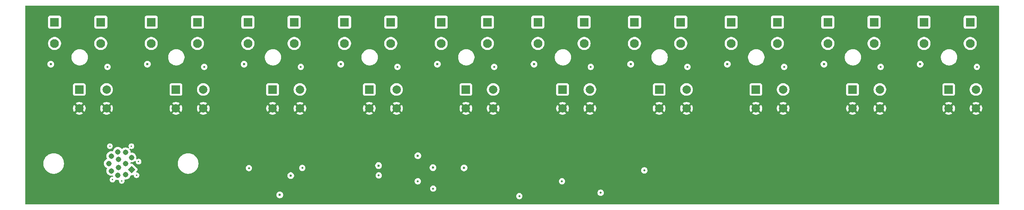
<source format=gbr>
%TF.GenerationSoftware,KiCad,Pcbnew,9.0.0*%
%TF.CreationDate,2025-04-14T19:02:10-07:00*%
%TF.ProjectId,solenoid_10,736f6c65-6e6f-4696-945f-31302e6b6963,rev?*%
%TF.SameCoordinates,Original*%
%TF.FileFunction,Copper,L4,Bot*%
%TF.FilePolarity,Positive*%
%FSLAX46Y46*%
G04 Gerber Fmt 4.6, Leading zero omitted, Abs format (unit mm)*
G04 Created by KiCad (PCBNEW 9.0.0) date 2025-04-14 19:02:10*
%MOMM*%
%LPD*%
G01*
G04 APERTURE LIST*
G04 Aperture macros list*
%AMRotRect*
0 Rectangle, with rotation*
0 The origin of the aperture is its center*
0 $1 length*
0 $2 width*
0 $3 Rotation angle, in degrees counterclockwise*
0 Add horizontal line*
21,1,$1,$2,0,0,$3*%
G04 Aperture macros list end*
%TA.AperFunction,ComponentPad*%
%ADD10R,2.000000X2.000000*%
%TD*%
%TA.AperFunction,ComponentPad*%
%ADD11C,2.000000*%
%TD*%
%TA.AperFunction,ComponentPad*%
%ADD12RotRect,1.308000X1.308000X315.000000*%
%TD*%
%TA.AperFunction,ComponentPad*%
%ADD13C,1.308000*%
%TD*%
%TA.AperFunction,ComponentPad*%
%ADD14R,2.100000X2.100000*%
%TD*%
%TA.AperFunction,ComponentPad*%
%ADD15C,2.100000*%
%TD*%
%TA.AperFunction,ViaPad*%
%ADD16C,0.600000*%
%TD*%
%TA.AperFunction,ViaPad*%
%ADD17C,0.350000*%
%TD*%
%TA.AperFunction,ViaPad*%
%ADD18C,0.500000*%
%TD*%
G04 APERTURE END LIST*
D10*
%TO.P,S2,1*%
%TO.N,/CH2_IN*%
X143088376Y-85309500D03*
D11*
%TO.P,S2,2*%
X149588376Y-85309500D03*
%TO.P,S2,3*%
%TO.N,/VGATE*%
X143088376Y-89809500D03*
%TO.P,S2,4*%
X149588376Y-89809500D03*
%TD*%
D10*
%TO.P,S9,1*%
%TO.N,/CH9_IN*%
X304088376Y-85309500D03*
D11*
%TO.P,S9,2*%
X310588376Y-85309500D03*
%TO.P,S9,3*%
%TO.N,/VGATE*%
X304088376Y-89809500D03*
%TO.P,S9,4*%
X310588376Y-89809500D03*
%TD*%
D10*
%TO.P,S7,1*%
%TO.N,/CH7_IN*%
X258088376Y-85309500D03*
D11*
%TO.P,S7,2*%
X264588376Y-85309500D03*
%TO.P,S7,3*%
%TO.N,/VGATE*%
X258088376Y-89809500D03*
%TO.P,S7,4*%
X264588376Y-89809500D03*
%TD*%
D10*
%TO.P,S6,1*%
%TO.N,/CH6_IN*%
X235088376Y-85309500D03*
D11*
%TO.P,S6,2*%
X241588376Y-85309500D03*
%TO.P,S6,3*%
%TO.N,/VGATE*%
X235088376Y-89809500D03*
%TO.P,S6,4*%
X241588376Y-89809500D03*
%TD*%
D10*
%TO.P,S10,1*%
%TO.N,/CH10_IN*%
X326963376Y-85309500D03*
D11*
%TO.P,S10,2*%
X333463376Y-85309500D03*
%TO.P,S10,3*%
%TO.N,/VGATE*%
X326963376Y-89809500D03*
%TO.P,S10,4*%
X333463376Y-89809500D03*
%TD*%
D12*
%TO.P,J22,1,1*%
%TO.N,/CH6_IN*%
X132524371Y-104428356D03*
D13*
%TO.P,J22,2,2*%
%TO.N,/CH4_IN*%
X132525078Y-101573766D03*
%TO.P,J22,3,3*%
%TO.N,/CH3_IN*%
X131128542Y-100328551D03*
%TO.P,J22,4,4*%
%TO.N,/CH2_IN*%
X129263195Y-100195615D03*
%TO.P,J22,5,5*%
%TO.N,/CH1_IN*%
X127704024Y-101228698D03*
%TO.P,J22,6,6*%
%TO.N,/CH10_IN*%
X127100155Y-102999293D03*
%TO.P,J22,7,7*%
%TO.N,/CH9_IN*%
X127702610Y-104769888D03*
%TO.P,J22,8,8*%
%TO.N,/CH8_IN*%
X129261781Y-105804385D03*
%TO.P,J22,9,9*%
%TO.N,/CH7_IN*%
X131127128Y-105671449D03*
%TO.P,J22,10,10*%
%TO.N,/CH5_IN*%
X131100258Y-103000000D03*
%TO.P,J22,11,11*%
%TO.N,/+24V*%
X129449871Y-102046820D03*
%TO.P,J22,12,12*%
%TO.N,GND*%
X129449871Y-103953180D03*
%TD*%
D10*
%TO.P,S4,1*%
%TO.N,/CH4_IN*%
X189088376Y-85309500D03*
D11*
%TO.P,S4,2*%
X195588376Y-85309500D03*
%TO.P,S4,3*%
%TO.N,/VGATE*%
X189088376Y-89809500D03*
%TO.P,S4,4*%
X195588376Y-89809500D03*
%TD*%
D10*
%TO.P,S5,1*%
%TO.N,/CH5_IN*%
X212088376Y-85309500D03*
D11*
%TO.P,S5,2*%
X218588376Y-85309500D03*
%TO.P,S5,3*%
%TO.N,/VGATE*%
X212088376Y-89809500D03*
%TO.P,S5,4*%
X218588376Y-89809500D03*
%TD*%
D10*
%TO.P,S3,1*%
%TO.N,/CH3_IN*%
X166088376Y-85309500D03*
D11*
%TO.P,S3,2*%
X172588376Y-85309500D03*
%TO.P,S3,3*%
%TO.N,/VGATE*%
X166088376Y-89809500D03*
%TO.P,S3,4*%
X172588376Y-89809500D03*
%TD*%
D10*
%TO.P,S8,1*%
%TO.N,/CH8_IN*%
X281088376Y-85309500D03*
D11*
%TO.P,S8,2*%
X287588376Y-85309500D03*
%TO.P,S8,3*%
%TO.N,/VGATE*%
X281088376Y-89809500D03*
%TO.P,S8,4*%
X287588376Y-89809500D03*
%TD*%
D10*
%TO.P,S1,1*%
%TO.N,/CH1_IN*%
X120088375Y-85309500D03*
D11*
%TO.P,S1,2*%
X126588375Y-85309500D03*
%TO.P,S1,3*%
%TO.N,/VGATE*%
X120088375Y-89809500D03*
%TO.P,S1,4*%
X126588375Y-89809500D03*
%TD*%
D14*
%TO.P,J3,1,1*%
%TO.N,/solenoid_channel1/solenoid_N*%
X125213375Y-69219500D03*
D15*
%TO.P,J3,2,2*%
X125213375Y-74299500D03*
%TD*%
D14*
%TO.P,J6,1,1*%
%TO.N,/solenoid_channel3/solenoid_P*%
X160213376Y-69219500D03*
D15*
%TO.P,J6,2,2*%
X160213376Y-74299500D03*
%TD*%
D14*
%TO.P,J20,1,1*%
%TO.N,/solenoid_channel10/solenoid_P*%
X321088376Y-69219500D03*
D15*
%TO.P,J20,2,2*%
X321088376Y-74299500D03*
%TD*%
D14*
%TO.P,J10,1,1*%
%TO.N,/solenoid_channel5/solenoid_P*%
X206213376Y-69219500D03*
D15*
%TO.P,J10,2,2*%
X206213376Y-74299500D03*
%TD*%
D14*
%TO.P,J12,1,1*%
%TO.N,/solenoid_channel6/solenoid_P*%
X229213376Y-69219500D03*
D15*
%TO.P,J12,2,2*%
X229213376Y-74299500D03*
%TD*%
D14*
%TO.P,J9,1,1*%
%TO.N,/solenoid_channel4/solenoid_N*%
X194213376Y-69219500D03*
D15*
%TO.P,J9,2,2*%
X194213376Y-74299500D03*
%TD*%
D14*
%TO.P,J13,1,1*%
%TO.N,/solenoid_channel6/solenoid_N*%
X240213376Y-69219500D03*
D15*
%TO.P,J13,2,2*%
X240213376Y-74299500D03*
%TD*%
D14*
%TO.P,J14,1,1*%
%TO.N,/solenoid_channel7/solenoid_P*%
X252213376Y-69219500D03*
D15*
%TO.P,J14,2,2*%
X252213376Y-74299500D03*
%TD*%
D14*
%TO.P,J5,1,1*%
%TO.N,/solenoid_channel2/solenoid_N*%
X148213376Y-69219500D03*
D15*
%TO.P,J5,2,2*%
X148213376Y-74299500D03*
%TD*%
D14*
%TO.P,J8,1,1*%
%TO.N,/solenoid_channel4/solenoid_P*%
X183213376Y-69219500D03*
D15*
%TO.P,J8,2,2*%
X183213376Y-74299500D03*
%TD*%
D14*
%TO.P,J18,1,1*%
%TO.N,/solenoid_channel9/solenoid_P*%
X298213376Y-69219500D03*
D15*
%TO.P,J18,2,2*%
X298213376Y-74299500D03*
%TD*%
D14*
%TO.P,J15,1,1*%
%TO.N,/solenoid_channel7/solenoid_N*%
X263213376Y-69219500D03*
D15*
%TO.P,J15,2,2*%
X263213376Y-74299500D03*
%TD*%
D14*
%TO.P,J4,1,1*%
%TO.N,/solenoid_channel2/solenoid_P*%
X137213376Y-69219500D03*
D15*
%TO.P,J4,2,2*%
X137213376Y-74299500D03*
%TD*%
D14*
%TO.P,J19,1,1*%
%TO.N,/solenoid_channel9/solenoid_N*%
X309213376Y-69219500D03*
D15*
%TO.P,J19,2,2*%
X309213376Y-74299500D03*
%TD*%
D14*
%TO.P,J7,1,1*%
%TO.N,/solenoid_channel3/solenoid_N*%
X171213376Y-69219500D03*
D15*
%TO.P,J7,2,2*%
X171213376Y-74299500D03*
%TD*%
D14*
%TO.P,J2,1,1*%
%TO.N,/solenoid_channel1/solenoid_P*%
X114213375Y-69219500D03*
D15*
%TO.P,J2,2,2*%
X114213375Y-74299500D03*
%TD*%
D14*
%TO.P,J17,1,1*%
%TO.N,/solenoid_channel8/solenoid_N*%
X286213376Y-69219500D03*
D15*
%TO.P,J17,2,2*%
X286213376Y-74299500D03*
%TD*%
D14*
%TO.P,J16,1,1*%
%TO.N,/solenoid_channel8/solenoid_P*%
X275213376Y-69219500D03*
D15*
%TO.P,J16,2,2*%
X275213376Y-74299500D03*
%TD*%
D14*
%TO.P,J21,1,1*%
%TO.N,/solenoid_channel10/solenoid_N*%
X332088376Y-69219500D03*
D15*
%TO.P,J21,2,2*%
X332088376Y-74299500D03*
%TD*%
D14*
%TO.P,J11,1,1*%
%TO.N,/solenoid_channel5/solenoid_N*%
X217213376Y-69219500D03*
D15*
%TO.P,J11,2,2*%
X217213376Y-74299500D03*
%TD*%
D16*
%TO.N,/+24V*%
X191300000Y-103500000D03*
D17*
X134200000Y-102550000D03*
X132500000Y-98850000D03*
D16*
X182300001Y-79250000D03*
X251300001Y-79250000D03*
X274300001Y-79250000D03*
X320175001Y-79250000D03*
X200645000Y-101155000D03*
X228300001Y-79250000D03*
X204250000Y-104000000D03*
X211650000Y-104050000D03*
X297300001Y-79250000D03*
X113300000Y-79250000D03*
X170400000Y-105900000D03*
X136300001Y-79250000D03*
X167800000Y-110500000D03*
D17*
X127350000Y-98850000D03*
D16*
X205300001Y-79250000D03*
X159300001Y-79250000D03*
D18*
%TO.N,GND*%
X160450000Y-104100000D03*
D17*
X133700000Y-105800000D03*
D18*
X204300000Y-109000000D03*
X264800001Y-79900000D03*
X195800001Y-79900000D03*
X244150000Y-110000000D03*
X149800001Y-79900000D03*
D17*
X130200000Y-107150000D03*
D18*
X200650000Y-107250000D03*
X224800000Y-110800000D03*
X234950000Y-107250000D03*
D17*
X128000000Y-106850000D03*
D18*
X218800001Y-79900000D03*
X126800000Y-79900000D03*
X254550000Y-104650000D03*
X172800001Y-79900000D03*
X333675001Y-79900000D03*
X191350000Y-105850000D03*
X173150000Y-104050000D03*
X241800001Y-79900000D03*
X310800001Y-79900000D03*
X287800001Y-79900000D03*
D17*
%TO.N,/VGATE*%
X246300000Y-101900000D03*
X241000000Y-103500000D03*
X260100000Y-107000000D03*
X181800000Y-108950000D03*
X182587500Y-105562500D03*
%TD*%
%TA.AperFunction,Conductor*%
%TO.N,/VGATE*%
G36*
X338893039Y-65270185D02*
G01*
X338938794Y-65322989D01*
X338950000Y-65374500D01*
X338950000Y-112625500D01*
X338930315Y-112692539D01*
X338877511Y-112738294D01*
X338826000Y-112749500D01*
X107324500Y-112749500D01*
X107257461Y-112729815D01*
X107211706Y-112677011D01*
X107200500Y-112625500D01*
X107200500Y-110421153D01*
X166999500Y-110421153D01*
X166999500Y-110578846D01*
X167030261Y-110733489D01*
X167030264Y-110733501D01*
X167090602Y-110879172D01*
X167090609Y-110879185D01*
X167178210Y-111010288D01*
X167178213Y-111010292D01*
X167289707Y-111121786D01*
X167289711Y-111121789D01*
X167420814Y-111209390D01*
X167420827Y-111209397D01*
X167566498Y-111269735D01*
X167566503Y-111269737D01*
X167721153Y-111300499D01*
X167721156Y-111300500D01*
X167721158Y-111300500D01*
X167878844Y-111300500D01*
X167878845Y-111300499D01*
X168033497Y-111269737D01*
X168179179Y-111209394D01*
X168310289Y-111121789D01*
X168421789Y-111010289D01*
X168509394Y-110879179D01*
X168511572Y-110873920D01*
X224049499Y-110873920D01*
X224078340Y-111018907D01*
X224078343Y-111018917D01*
X224134912Y-111155488D01*
X224134919Y-111155501D01*
X224217048Y-111278415D01*
X224217051Y-111278419D01*
X224321580Y-111382948D01*
X224321584Y-111382951D01*
X224444498Y-111465080D01*
X224444511Y-111465087D01*
X224581082Y-111521656D01*
X224581087Y-111521658D01*
X224581091Y-111521658D01*
X224581092Y-111521659D01*
X224726079Y-111550500D01*
X224726082Y-111550500D01*
X224873920Y-111550500D01*
X224971462Y-111531096D01*
X225018913Y-111521658D01*
X225155495Y-111465084D01*
X225278416Y-111382951D01*
X225382951Y-111278416D01*
X225465084Y-111155495D01*
X225521658Y-111018913D01*
X225531096Y-110971462D01*
X225550500Y-110873920D01*
X225550500Y-110726079D01*
X225521659Y-110581092D01*
X225521658Y-110581091D01*
X225521658Y-110581087D01*
X225479132Y-110478419D01*
X225465087Y-110444511D01*
X225465080Y-110444498D01*
X225382951Y-110321584D01*
X225382948Y-110321580D01*
X225278419Y-110217051D01*
X225278415Y-110217048D01*
X225155501Y-110134919D01*
X225155488Y-110134912D01*
X225018917Y-110078343D01*
X225018907Y-110078340D01*
X224996686Y-110073920D01*
X243399499Y-110073920D01*
X243428340Y-110218907D01*
X243428343Y-110218917D01*
X243484912Y-110355488D01*
X243484919Y-110355501D01*
X243567048Y-110478415D01*
X243567051Y-110478419D01*
X243671580Y-110582948D01*
X243671584Y-110582951D01*
X243794498Y-110665080D01*
X243794511Y-110665087D01*
X243931082Y-110721656D01*
X243931087Y-110721658D01*
X243931091Y-110721658D01*
X243931092Y-110721659D01*
X244076079Y-110750500D01*
X244076082Y-110750500D01*
X244223920Y-110750500D01*
X244321462Y-110731096D01*
X244368913Y-110721658D01*
X244505495Y-110665084D01*
X244628416Y-110582951D01*
X244732951Y-110478416D01*
X244815084Y-110355495D01*
X244871658Y-110218913D01*
X244888366Y-110134919D01*
X244900500Y-110073920D01*
X244900500Y-109926079D01*
X244871659Y-109781092D01*
X244871658Y-109781091D01*
X244871658Y-109781087D01*
X244871656Y-109781082D01*
X244815087Y-109644511D01*
X244815080Y-109644498D01*
X244732951Y-109521584D01*
X244732948Y-109521580D01*
X244628419Y-109417051D01*
X244628415Y-109417048D01*
X244505501Y-109334919D01*
X244505488Y-109334912D01*
X244368917Y-109278343D01*
X244368907Y-109278340D01*
X244223920Y-109249500D01*
X244223918Y-109249500D01*
X244076082Y-109249500D01*
X244076080Y-109249500D01*
X243931092Y-109278340D01*
X243931082Y-109278343D01*
X243794511Y-109334912D01*
X243794498Y-109334919D01*
X243671584Y-109417048D01*
X243671580Y-109417051D01*
X243567051Y-109521580D01*
X243567048Y-109521584D01*
X243484919Y-109644498D01*
X243484912Y-109644511D01*
X243428343Y-109781082D01*
X243428340Y-109781092D01*
X243399500Y-109926079D01*
X243399500Y-109926082D01*
X243399500Y-110073918D01*
X243399500Y-110073920D01*
X243399499Y-110073920D01*
X224996686Y-110073920D01*
X224873920Y-110049500D01*
X224873918Y-110049500D01*
X224726082Y-110049500D01*
X224726080Y-110049500D01*
X224581092Y-110078340D01*
X224581082Y-110078343D01*
X224444511Y-110134912D01*
X224444498Y-110134919D01*
X224321584Y-110217048D01*
X224321580Y-110217051D01*
X224217051Y-110321580D01*
X224217048Y-110321584D01*
X224134919Y-110444498D01*
X224134912Y-110444511D01*
X224078343Y-110581082D01*
X224078340Y-110581092D01*
X224049500Y-110726079D01*
X224049500Y-110726082D01*
X224049500Y-110873918D01*
X224049500Y-110873920D01*
X224049499Y-110873920D01*
X168511572Y-110873920D01*
X168569737Y-110733497D01*
X168583345Y-110665087D01*
X168600500Y-110578844D01*
X168600500Y-110421155D01*
X168600499Y-110421153D01*
X168580693Y-110321584D01*
X168569737Y-110266503D01*
X168569735Y-110266498D01*
X168509397Y-110120827D01*
X168509390Y-110120814D01*
X168421790Y-109989712D01*
X168421786Y-109989707D01*
X168310292Y-109878213D01*
X168310288Y-109878210D01*
X168179185Y-109790609D01*
X168179172Y-109790602D01*
X168033501Y-109730264D01*
X168033489Y-109730261D01*
X167878845Y-109699500D01*
X167878842Y-109699500D01*
X167721158Y-109699500D01*
X167721155Y-109699500D01*
X167566510Y-109730261D01*
X167566498Y-109730264D01*
X167420827Y-109790602D01*
X167420814Y-109790609D01*
X167289711Y-109878210D01*
X167289707Y-109878213D01*
X167178213Y-109989707D01*
X167178210Y-109989711D01*
X167090609Y-110120814D01*
X167090602Y-110120827D01*
X167030264Y-110266498D01*
X167030261Y-110266510D01*
X166999500Y-110421153D01*
X107200500Y-110421153D01*
X107200500Y-109073920D01*
X203549499Y-109073920D01*
X203578340Y-109218907D01*
X203578343Y-109218917D01*
X203634912Y-109355488D01*
X203634919Y-109355501D01*
X203717048Y-109478415D01*
X203717051Y-109478419D01*
X203821580Y-109582948D01*
X203821584Y-109582951D01*
X203944498Y-109665080D01*
X203944511Y-109665087D01*
X204081082Y-109721656D01*
X204081087Y-109721658D01*
X204081091Y-109721658D01*
X204081092Y-109721659D01*
X204226079Y-109750500D01*
X204226082Y-109750500D01*
X204373920Y-109750500D01*
X204475664Y-109730261D01*
X204518913Y-109721658D01*
X204655495Y-109665084D01*
X204778416Y-109582951D01*
X204882951Y-109478416D01*
X204965084Y-109355495D01*
X205021658Y-109218913D01*
X205050500Y-109073918D01*
X205050500Y-108926082D01*
X205050500Y-108926079D01*
X205021659Y-108781092D01*
X205021658Y-108781091D01*
X205021658Y-108781087D01*
X205021656Y-108781082D01*
X204965087Y-108644511D01*
X204965080Y-108644498D01*
X204882951Y-108521584D01*
X204882948Y-108521580D01*
X204778419Y-108417051D01*
X204778415Y-108417048D01*
X204655501Y-108334919D01*
X204655488Y-108334912D01*
X204518917Y-108278343D01*
X204518907Y-108278340D01*
X204373920Y-108249500D01*
X204373918Y-108249500D01*
X204226082Y-108249500D01*
X204226080Y-108249500D01*
X204081092Y-108278340D01*
X204081082Y-108278343D01*
X203944511Y-108334912D01*
X203944498Y-108334919D01*
X203821584Y-108417048D01*
X203821580Y-108417051D01*
X203717051Y-108521580D01*
X203717048Y-108521584D01*
X203634919Y-108644498D01*
X203634912Y-108644511D01*
X203578343Y-108781082D01*
X203578340Y-108781092D01*
X203549500Y-108926079D01*
X203549500Y-108926082D01*
X203549500Y-109073918D01*
X203549500Y-109073920D01*
X203549499Y-109073920D01*
X107200500Y-109073920D01*
X107200500Y-102862378D01*
X111549500Y-102862378D01*
X111549500Y-103137621D01*
X111580315Y-103411108D01*
X111580317Y-103411124D01*
X111641561Y-103679453D01*
X111641565Y-103679465D01*
X111732467Y-103939246D01*
X111851884Y-104187218D01*
X111857251Y-104195759D01*
X111998319Y-104420268D01*
X112169925Y-104635455D01*
X112364545Y-104830075D01*
X112579732Y-105001681D01*
X112784371Y-105130264D01*
X112812781Y-105148115D01*
X112817653Y-105150461D01*
X113060757Y-105267534D01*
X113196656Y-105315087D01*
X113320534Y-105358434D01*
X113320546Y-105358438D01*
X113588879Y-105419683D01*
X113862378Y-105450499D01*
X113862379Y-105450500D01*
X113862383Y-105450500D01*
X114137621Y-105450500D01*
X114137621Y-105450499D01*
X114411121Y-105419683D01*
X114679454Y-105358438D01*
X114939243Y-105267534D01*
X115187221Y-105148114D01*
X115420268Y-105001681D01*
X115635455Y-104830075D01*
X115830075Y-104635455D01*
X116001681Y-104420268D01*
X116148114Y-104187221D01*
X116267534Y-103939243D01*
X116358438Y-103679454D01*
X116419683Y-103411121D01*
X116450500Y-103137617D01*
X116450500Y-102908432D01*
X125945655Y-102908432D01*
X125945655Y-103090154D01*
X125953173Y-103137621D01*
X125974083Y-103269640D01*
X125974083Y-103269643D01*
X126030236Y-103442464D01*
X126030238Y-103442467D01*
X126112738Y-103604383D01*
X126219552Y-103751399D01*
X126348049Y-103879896D01*
X126429733Y-103939243D01*
X126495066Y-103986711D01*
X126631375Y-104056163D01*
X126682172Y-104104137D01*
X126698967Y-104171958D01*
X126685566Y-104222942D01*
X126632695Y-104326708D01*
X126632691Y-104326716D01*
X126576538Y-104499537D01*
X126576538Y-104499540D01*
X126564045Y-104578416D01*
X126548110Y-104679027D01*
X126548110Y-104860749D01*
X126560757Y-104940597D01*
X126576538Y-105040235D01*
X126576538Y-105040238D01*
X126632691Y-105213059D01*
X126632693Y-105213062D01*
X126715193Y-105374978D01*
X126822007Y-105521994D01*
X126950504Y-105650491D01*
X127097520Y-105757305D01*
X127259436Y-105839805D01*
X127259438Y-105839806D01*
X127383852Y-105880230D01*
X127432264Y-105895960D01*
X127611749Y-105924388D01*
X127611750Y-105924388D01*
X127793470Y-105924388D01*
X127793471Y-105924388D01*
X127898442Y-105907762D01*
X127977768Y-105895198D01*
X127977971Y-105896480D01*
X127985915Y-105896877D01*
X127999205Y-105892768D01*
X128020121Y-105898585D01*
X128041805Y-105899668D01*
X128053117Y-105907762D01*
X128066519Y-105911490D01*
X128080970Y-105927693D01*
X128098626Y-105940327D01*
X128104718Y-105954320D01*
X128113025Y-105963634D01*
X128123453Y-105997352D01*
X128128798Y-106031100D01*
X128119846Y-106100391D01*
X128074852Y-106153845D01*
X128008101Y-106174487D01*
X128006326Y-106174500D01*
X127933467Y-106174500D01*
X127802969Y-106200458D01*
X127802959Y-106200461D01*
X127680038Y-106251376D01*
X127680020Y-106251386D01*
X127569398Y-106325301D01*
X127569390Y-106325307D01*
X127475307Y-106419390D01*
X127475301Y-106419398D01*
X127401386Y-106530020D01*
X127401376Y-106530038D01*
X127350461Y-106652959D01*
X127350458Y-106652969D01*
X127324500Y-106783466D01*
X127324500Y-106783469D01*
X127324500Y-106916531D01*
X127324500Y-106916533D01*
X127324499Y-106916533D01*
X127350458Y-107047030D01*
X127350461Y-107047040D01*
X127401376Y-107169961D01*
X127401386Y-107169979D01*
X127475301Y-107280601D01*
X127475307Y-107280609D01*
X127569390Y-107374692D01*
X127569398Y-107374698D01*
X127680020Y-107448613D01*
X127680023Y-107448614D01*
X127680031Y-107448620D01*
X127680037Y-107448622D01*
X127680038Y-107448623D01*
X127802959Y-107499538D01*
X127802964Y-107499540D01*
X127802968Y-107499540D01*
X127802969Y-107499541D01*
X127933466Y-107525500D01*
X127933469Y-107525500D01*
X128066533Y-107525500D01*
X128154325Y-107508035D01*
X128197036Y-107499540D01*
X128319969Y-107448620D01*
X128430606Y-107374695D01*
X128524695Y-107280606D01*
X128598620Y-107169969D01*
X128649540Y-107047036D01*
X128664854Y-106970049D01*
X128697239Y-106908140D01*
X128757955Y-106873565D01*
X128824789Y-106876311D01*
X128885959Y-106896186D01*
X128991435Y-106930457D01*
X129170920Y-106958885D01*
X129170921Y-106958885D01*
X129352637Y-106958885D01*
X129352642Y-106958885D01*
X129381156Y-106954368D01*
X129450444Y-106963321D01*
X129503898Y-107008316D01*
X129524539Y-107075067D01*
X129524444Y-107077377D01*
X129524500Y-107077377D01*
X129524500Y-107083469D01*
X129524500Y-107216531D01*
X129524500Y-107216533D01*
X129524499Y-107216533D01*
X129550458Y-107347030D01*
X129550461Y-107347040D01*
X129601376Y-107469961D01*
X129601386Y-107469979D01*
X129675301Y-107580601D01*
X129675307Y-107580609D01*
X129769390Y-107674692D01*
X129769398Y-107674698D01*
X129880020Y-107748613D01*
X129880023Y-107748614D01*
X129880031Y-107748620D01*
X130002964Y-107799540D01*
X130002968Y-107799540D01*
X130002969Y-107799541D01*
X130133466Y-107825500D01*
X130133469Y-107825500D01*
X130266533Y-107825500D01*
X130354325Y-107808035D01*
X130397036Y-107799540D01*
X130519969Y-107748620D01*
X130630606Y-107674695D01*
X130724695Y-107580606D01*
X130798620Y-107469969D01*
X130849540Y-107347036D01*
X130854138Y-107323920D01*
X199899499Y-107323920D01*
X199928340Y-107468907D01*
X199928343Y-107468917D01*
X199984912Y-107605488D01*
X199984919Y-107605501D01*
X200067048Y-107728415D01*
X200067051Y-107728419D01*
X200171580Y-107832948D01*
X200171584Y-107832951D01*
X200294498Y-107915080D01*
X200294511Y-107915087D01*
X200431082Y-107971656D01*
X200431087Y-107971658D01*
X200431091Y-107971658D01*
X200431092Y-107971659D01*
X200576079Y-108000500D01*
X200576082Y-108000500D01*
X200723920Y-108000500D01*
X200821462Y-107981096D01*
X200868913Y-107971658D01*
X201005495Y-107915084D01*
X201128416Y-107832951D01*
X201232951Y-107728416D01*
X201315084Y-107605495D01*
X201371658Y-107468913D01*
X201395901Y-107347040D01*
X201400500Y-107323920D01*
X234199499Y-107323920D01*
X234228340Y-107468907D01*
X234228343Y-107468917D01*
X234284912Y-107605488D01*
X234284919Y-107605501D01*
X234367048Y-107728415D01*
X234367051Y-107728419D01*
X234471580Y-107832948D01*
X234471584Y-107832951D01*
X234594498Y-107915080D01*
X234594511Y-107915087D01*
X234731082Y-107971656D01*
X234731087Y-107971658D01*
X234731091Y-107971658D01*
X234731092Y-107971659D01*
X234876079Y-108000500D01*
X234876082Y-108000500D01*
X235023920Y-108000500D01*
X235121462Y-107981096D01*
X235168913Y-107971658D01*
X235305495Y-107915084D01*
X235428416Y-107832951D01*
X235532951Y-107728416D01*
X235615084Y-107605495D01*
X235671658Y-107468913D01*
X235695901Y-107347040D01*
X235700500Y-107323920D01*
X235700500Y-107176079D01*
X235671659Y-107031092D01*
X235671658Y-107031091D01*
X235671658Y-107031087D01*
X235646376Y-106970050D01*
X235615087Y-106894511D01*
X235615080Y-106894498D01*
X235532951Y-106771584D01*
X235532948Y-106771580D01*
X235428419Y-106667051D01*
X235428415Y-106667048D01*
X235305501Y-106584919D01*
X235305488Y-106584912D01*
X235168917Y-106528343D01*
X235168907Y-106528340D01*
X235023920Y-106499500D01*
X235023918Y-106499500D01*
X234876082Y-106499500D01*
X234876080Y-106499500D01*
X234731092Y-106528340D01*
X234731082Y-106528343D01*
X234594511Y-106584912D01*
X234594498Y-106584919D01*
X234471584Y-106667048D01*
X234471580Y-106667051D01*
X234367051Y-106771580D01*
X234367048Y-106771584D01*
X234284919Y-106894498D01*
X234284912Y-106894511D01*
X234228343Y-107031082D01*
X234228340Y-107031092D01*
X234199500Y-107176079D01*
X234199500Y-107176082D01*
X234199500Y-107323918D01*
X234199500Y-107323920D01*
X234199499Y-107323920D01*
X201400500Y-107323920D01*
X201400500Y-107176079D01*
X201371659Y-107031092D01*
X201371658Y-107031091D01*
X201371658Y-107031087D01*
X201346376Y-106970050D01*
X201315087Y-106894511D01*
X201315080Y-106894498D01*
X201232951Y-106771584D01*
X201232948Y-106771580D01*
X201128419Y-106667051D01*
X201128415Y-106667048D01*
X201005501Y-106584919D01*
X201005488Y-106584912D01*
X200868917Y-106528343D01*
X200868907Y-106528340D01*
X200723920Y-106499500D01*
X200723918Y-106499500D01*
X200576082Y-106499500D01*
X200576080Y-106499500D01*
X200431092Y-106528340D01*
X200431082Y-106528343D01*
X200294511Y-106584912D01*
X200294498Y-106584919D01*
X200171584Y-106667048D01*
X200171580Y-106667051D01*
X200067051Y-106771580D01*
X200067048Y-106771584D01*
X199984919Y-106894498D01*
X199984912Y-106894511D01*
X199928343Y-107031082D01*
X199928340Y-107031092D01*
X199899500Y-107176079D01*
X199899500Y-107176082D01*
X199899500Y-107323918D01*
X199899500Y-107323920D01*
X199899499Y-107323920D01*
X130854138Y-107323920D01*
X130875500Y-107216531D01*
X130875500Y-107083469D01*
X130851072Y-106960669D01*
X130850489Y-106955500D01*
X130855648Y-106926001D01*
X130858316Y-106896186D01*
X130861602Y-106891955D01*
X130862526Y-106886675D01*
X130882812Y-106864650D01*
X130901178Y-106841008D01*
X130906231Y-106839225D01*
X130909862Y-106835284D01*
X130938832Y-106827724D01*
X130967068Y-106817763D01*
X130975358Y-106818192D01*
X130977468Y-106817642D01*
X130979866Y-106818426D01*
X130993098Y-106819111D01*
X131036267Y-106825949D01*
X131036269Y-106825949D01*
X131217988Y-106825949D01*
X131217989Y-106825949D01*
X131397474Y-106797521D01*
X131397477Y-106797520D01*
X131397478Y-106797520D01*
X131570299Y-106741367D01*
X131570299Y-106741366D01*
X131570302Y-106741366D01*
X131732218Y-106658866D01*
X131879234Y-106552052D01*
X132007731Y-106423555D01*
X132114545Y-106276539D01*
X132197045Y-106114623D01*
X132253200Y-105941795D01*
X132253200Y-105941789D01*
X132254336Y-105937064D01*
X132255774Y-105937409D01*
X132282878Y-105880230D01*
X132342188Y-105843296D01*
X132393071Y-105840021D01*
X132524371Y-105858898D01*
X132666828Y-105838417D01*
X132732286Y-105808523D01*
X132797742Y-105778630D01*
X132797742Y-105778629D01*
X132797744Y-105778629D01*
X132822695Y-105758521D01*
X132887243Y-105731785D01*
X132956003Y-105744189D01*
X133007141Y-105791799D01*
X133024500Y-105855074D01*
X133024500Y-105866531D01*
X133024500Y-105866533D01*
X133024499Y-105866533D01*
X133050458Y-105997030D01*
X133050461Y-105997040D01*
X133101376Y-106119961D01*
X133101386Y-106119979D01*
X133175301Y-106230601D01*
X133175307Y-106230609D01*
X133269390Y-106324692D01*
X133269398Y-106324698D01*
X133380020Y-106398613D01*
X133380023Y-106398614D01*
X133380031Y-106398620D01*
X133380037Y-106398622D01*
X133380038Y-106398623D01*
X133430175Y-106419390D01*
X133502964Y-106449540D01*
X133502968Y-106449540D01*
X133502969Y-106449541D01*
X133633466Y-106475500D01*
X133633469Y-106475500D01*
X133766533Y-106475500D01*
X133854325Y-106458035D01*
X133897036Y-106449540D01*
X134019969Y-106398620D01*
X134130606Y-106324695D01*
X134224695Y-106230606D01*
X134298620Y-106119969D01*
X134349540Y-105997036D01*
X134366557Y-105911490D01*
X134375500Y-105866533D01*
X134375500Y-105821153D01*
X169599500Y-105821153D01*
X169599500Y-105978846D01*
X169630261Y-106133489D01*
X169630264Y-106133501D01*
X169690602Y-106279172D01*
X169690609Y-106279185D01*
X169778210Y-106410288D01*
X169778213Y-106410292D01*
X169889707Y-106521786D01*
X169889711Y-106521789D01*
X170020814Y-106609390D01*
X170020827Y-106609397D01*
X170160018Y-106667051D01*
X170166503Y-106669737D01*
X170321153Y-106700499D01*
X170321156Y-106700500D01*
X170321158Y-106700500D01*
X170478844Y-106700500D01*
X170478845Y-106700499D01*
X170633497Y-106669737D01*
X170779179Y-106609394D01*
X170910289Y-106521789D01*
X171021789Y-106410289D01*
X171109394Y-106279179D01*
X171169737Y-106133497D01*
X171200500Y-105978842D01*
X171200500Y-105923920D01*
X190599499Y-105923920D01*
X190628340Y-106068907D01*
X190628343Y-106068917D01*
X190684912Y-106205488D01*
X190684919Y-106205501D01*
X190767048Y-106328415D01*
X190767051Y-106328419D01*
X190871580Y-106432948D01*
X190871584Y-106432951D01*
X190994498Y-106515080D01*
X190994511Y-106515087D01*
X191131082Y-106571656D01*
X191131087Y-106571658D01*
X191131091Y-106571658D01*
X191131092Y-106571659D01*
X191276079Y-106600500D01*
X191276082Y-106600500D01*
X191423920Y-106600500D01*
X191521462Y-106581096D01*
X191568913Y-106571658D01*
X191705495Y-106515084D01*
X191828416Y-106432951D01*
X191932951Y-106328416D01*
X192015084Y-106205495D01*
X192018974Y-106196105D01*
X192052724Y-106114623D01*
X192071658Y-106068913D01*
X192096944Y-105941795D01*
X192100500Y-105923920D01*
X192100500Y-105776079D01*
X192071659Y-105631092D01*
X192071658Y-105631091D01*
X192071658Y-105631087D01*
X192060007Y-105602959D01*
X192015087Y-105494511D01*
X192015080Y-105494498D01*
X191932951Y-105371584D01*
X191932948Y-105371580D01*
X191828419Y-105267051D01*
X191828415Y-105267048D01*
X191705501Y-105184919D01*
X191705488Y-105184912D01*
X191568917Y-105128343D01*
X191568907Y-105128340D01*
X191423920Y-105099500D01*
X191423918Y-105099500D01*
X191276082Y-105099500D01*
X191276080Y-105099500D01*
X191131092Y-105128340D01*
X191131082Y-105128343D01*
X190994511Y-105184912D01*
X190994498Y-105184919D01*
X190871584Y-105267048D01*
X190871580Y-105267051D01*
X190767051Y-105371580D01*
X190767048Y-105371584D01*
X190684919Y-105494498D01*
X190684912Y-105494511D01*
X190628343Y-105631082D01*
X190628340Y-105631092D01*
X190599500Y-105776079D01*
X190599500Y-105776082D01*
X190599500Y-105923918D01*
X190599500Y-105923920D01*
X190599499Y-105923920D01*
X171200500Y-105923920D01*
X171200500Y-105821158D01*
X171195134Y-105794180D01*
X171195134Y-105794177D01*
X171169738Y-105666508D01*
X171169737Y-105666507D01*
X171169737Y-105666503D01*
X171163105Y-105650491D01*
X171109397Y-105520827D01*
X171109390Y-105520814D01*
X171021789Y-105389711D01*
X171021786Y-105389707D01*
X170910292Y-105278213D01*
X170910288Y-105278210D01*
X170779185Y-105190609D01*
X170779172Y-105190602D01*
X170633501Y-105130264D01*
X170633489Y-105130261D01*
X170478845Y-105099500D01*
X170478842Y-105099500D01*
X170321158Y-105099500D01*
X170321155Y-105099500D01*
X170166510Y-105130261D01*
X170166498Y-105130264D01*
X170020827Y-105190602D01*
X170020814Y-105190609D01*
X169889711Y-105278210D01*
X169889707Y-105278213D01*
X169778213Y-105389707D01*
X169778210Y-105389711D01*
X169690609Y-105520814D01*
X169690602Y-105520827D01*
X169630264Y-105666498D01*
X169630261Y-105666510D01*
X169599500Y-105821153D01*
X134375500Y-105821153D01*
X134375500Y-105733466D01*
X134349541Y-105602969D01*
X134349540Y-105602968D01*
X134349540Y-105602964D01*
X134316002Y-105521995D01*
X134298623Y-105480038D01*
X134298622Y-105480037D01*
X134298620Y-105480031D01*
X134278887Y-105450499D01*
X134224698Y-105369398D01*
X134224692Y-105369390D01*
X134130609Y-105275307D01*
X134130601Y-105275301D01*
X134019979Y-105201386D01*
X134019972Y-105201382D01*
X134019969Y-105201380D01*
X134019965Y-105201378D01*
X134019961Y-105201376D01*
X133897040Y-105150461D01*
X133897030Y-105150458D01*
X133766533Y-105124500D01*
X133766531Y-105124500D01*
X133760298Y-105124500D01*
X133693259Y-105104815D01*
X133647504Y-105052011D01*
X133637560Y-104982853D01*
X133666585Y-104919297D01*
X133672617Y-104912819D01*
X133751653Y-104833783D01*
X133837024Y-104748412D01*
X133874644Y-104701729D01*
X133934432Y-104570813D01*
X133954913Y-104428356D01*
X133934432Y-104285899D01*
X133933331Y-104283489D01*
X133874645Y-104154985D01*
X133874644Y-104154984D01*
X133874644Y-104154983D01*
X133837025Y-104108300D01*
X133837020Y-104108295D01*
X133837016Y-104108290D01*
X132844434Y-103115710D01*
X132844427Y-103115703D01*
X132797744Y-103078083D01*
X132797742Y-103078082D01*
X132797740Y-103078080D01*
X132666830Y-103018295D01*
X132666826Y-103018294D01*
X132524371Y-102997814D01*
X132395488Y-103016343D01*
X132387408Y-103015181D01*
X132379611Y-103017592D01*
X132353333Y-103010281D01*
X132326329Y-103006399D01*
X132320159Y-103001053D01*
X132312298Y-102998866D01*
X132294141Y-102978507D01*
X132273526Y-102960643D01*
X132270030Y-102951471D01*
X132265794Y-102946721D01*
X132255368Y-102913001D01*
X132254758Y-102909149D01*
X132254758Y-102909139D01*
X132247453Y-102863020D01*
X132256409Y-102793731D01*
X132301406Y-102740280D01*
X132368158Y-102719641D01*
X132389315Y-102721154D01*
X132434217Y-102728266D01*
X132434219Y-102728266D01*
X132615938Y-102728266D01*
X132615939Y-102728266D01*
X132795424Y-102699838D01*
X132795427Y-102699837D01*
X132795428Y-102699837D01*
X132968249Y-102643684D01*
X132968249Y-102643683D01*
X132968252Y-102643683D01*
X133130168Y-102561183D01*
X133277184Y-102454369D01*
X133312819Y-102418734D01*
X133374142Y-102385249D01*
X133443834Y-102390233D01*
X133499767Y-102432105D01*
X133524184Y-102497569D01*
X133524500Y-102506415D01*
X133524500Y-102616531D01*
X133524500Y-102616533D01*
X133524499Y-102616533D01*
X133550458Y-102747030D01*
X133550461Y-102747040D01*
X133601376Y-102869961D01*
X133601386Y-102869979D01*
X133675301Y-102980601D01*
X133675307Y-102980609D01*
X133769390Y-103074692D01*
X133769398Y-103074698D01*
X133880020Y-103148613D01*
X133880023Y-103148614D01*
X133880031Y-103148620D01*
X134002964Y-103199540D01*
X134002968Y-103199540D01*
X134002969Y-103199541D01*
X134133466Y-103225500D01*
X134133469Y-103225500D01*
X134266533Y-103225500D01*
X134389339Y-103201071D01*
X134397036Y-103199540D01*
X134519969Y-103148620D01*
X134630606Y-103074695D01*
X134724695Y-102980606D01*
X134798620Y-102869969D01*
X134801764Y-102862378D01*
X143549500Y-102862378D01*
X143549500Y-103137621D01*
X143580315Y-103411108D01*
X143580317Y-103411124D01*
X143641561Y-103679453D01*
X143641565Y-103679465D01*
X143732467Y-103939246D01*
X143851884Y-104187218D01*
X143857251Y-104195759D01*
X143998319Y-104420268D01*
X144169925Y-104635455D01*
X144364545Y-104830075D01*
X144579732Y-105001681D01*
X144784371Y-105130264D01*
X144812781Y-105148115D01*
X144817653Y-105150461D01*
X145060757Y-105267534D01*
X145196656Y-105315087D01*
X145320534Y-105358434D01*
X145320546Y-105358438D01*
X145588879Y-105419683D01*
X145862378Y-105450499D01*
X145862379Y-105450500D01*
X145862383Y-105450500D01*
X146137621Y-105450500D01*
X146137621Y-105450499D01*
X146411121Y-105419683D01*
X146679454Y-105358438D01*
X146939243Y-105267534D01*
X147187221Y-105148114D01*
X147420268Y-105001681D01*
X147635455Y-104830075D01*
X147830075Y-104635455D01*
X148001681Y-104420268D01*
X148148114Y-104187221D01*
X148154519Y-104173920D01*
X159699499Y-104173920D01*
X159728340Y-104318907D01*
X159728343Y-104318917D01*
X159784912Y-104455488D01*
X159784919Y-104455501D01*
X159867048Y-104578415D01*
X159867051Y-104578419D01*
X159971580Y-104682948D01*
X159971584Y-104682951D01*
X160094498Y-104765080D01*
X160094511Y-104765087D01*
X160231082Y-104821656D01*
X160231087Y-104821658D01*
X160231091Y-104821658D01*
X160231092Y-104821659D01*
X160376079Y-104850500D01*
X160376082Y-104850500D01*
X160523920Y-104850500D01*
X160626599Y-104830075D01*
X160668913Y-104821658D01*
X160794262Y-104769737D01*
X160805488Y-104765087D01*
X160805488Y-104765086D01*
X160805495Y-104765084D01*
X160928416Y-104682951D01*
X161032951Y-104578416D01*
X161115084Y-104455495D01*
X161171658Y-104318913D01*
X161188650Y-104233489D01*
X161200500Y-104173920D01*
X161200500Y-104123920D01*
X172399499Y-104123920D01*
X172428340Y-104268907D01*
X172428343Y-104268917D01*
X172484912Y-104405488D01*
X172484919Y-104405501D01*
X172567048Y-104528415D01*
X172567051Y-104528419D01*
X172671580Y-104632948D01*
X172671584Y-104632951D01*
X172794498Y-104715080D01*
X172794511Y-104715087D01*
X172931082Y-104771656D01*
X172931087Y-104771658D01*
X172931091Y-104771658D01*
X172931092Y-104771659D01*
X173076079Y-104800500D01*
X173076082Y-104800500D01*
X173223920Y-104800500D01*
X173321462Y-104781096D01*
X173368913Y-104771658D01*
X173505495Y-104715084D01*
X173628416Y-104632951D01*
X173732951Y-104528416D01*
X173815084Y-104405495D01*
X173871658Y-104268913D01*
X173886210Y-104195759D01*
X173900500Y-104123920D01*
X173900500Y-103976079D01*
X173871659Y-103831092D01*
X173871658Y-103831091D01*
X173871658Y-103831087D01*
X173865615Y-103816498D01*
X173815087Y-103694511D01*
X173815080Y-103694498D01*
X173732951Y-103571584D01*
X173732948Y-103571580D01*
X173628419Y-103467051D01*
X173628415Y-103467048D01*
X173559729Y-103421153D01*
X190499500Y-103421153D01*
X190499500Y-103578846D01*
X190530261Y-103733489D01*
X190530264Y-103733501D01*
X190590602Y-103879172D01*
X190590609Y-103879185D01*
X190678210Y-104010288D01*
X190678213Y-104010292D01*
X190789707Y-104121786D01*
X190789711Y-104121789D01*
X190920814Y-104209390D01*
X190920827Y-104209397D01*
X191064523Y-104268917D01*
X191066503Y-104269737D01*
X191191839Y-104294668D01*
X191221153Y-104300499D01*
X191221156Y-104300500D01*
X191221158Y-104300500D01*
X191378844Y-104300500D01*
X191378845Y-104300499D01*
X191533497Y-104269737D01*
X191679179Y-104209394D01*
X191810289Y-104121789D01*
X191921789Y-104010289D01*
X191981348Y-103921153D01*
X203449500Y-103921153D01*
X203449500Y-104078846D01*
X203480261Y-104233489D01*
X203480264Y-104233501D01*
X203540602Y-104379172D01*
X203540609Y-104379185D01*
X203628210Y-104510288D01*
X203628213Y-104510292D01*
X203739707Y-104621786D01*
X203739711Y-104621789D01*
X203870814Y-104709390D01*
X203870827Y-104709397D01*
X204005277Y-104765087D01*
X204016503Y-104769737D01*
X204171153Y-104800499D01*
X204171156Y-104800500D01*
X204171158Y-104800500D01*
X204328844Y-104800500D01*
X204328845Y-104800499D01*
X204483497Y-104769737D01*
X204629179Y-104709394D01*
X204760289Y-104621789D01*
X204871789Y-104510289D01*
X204959394Y-104379179D01*
X205019737Y-104233497D01*
X205050500Y-104078842D01*
X205050500Y-103971153D01*
X210849500Y-103971153D01*
X210849500Y-104128846D01*
X210880261Y-104283489D01*
X210880264Y-104283501D01*
X210940602Y-104429172D01*
X210940609Y-104429185D01*
X211028210Y-104560288D01*
X211028213Y-104560292D01*
X211139707Y-104671786D01*
X211139711Y-104671789D01*
X211270814Y-104759390D01*
X211270827Y-104759397D01*
X211370060Y-104800500D01*
X211416503Y-104819737D01*
X211571153Y-104850499D01*
X211571156Y-104850500D01*
X211571158Y-104850500D01*
X211728844Y-104850500D01*
X211728845Y-104850499D01*
X211883497Y-104819737D01*
X212029179Y-104759394D01*
X212082270Y-104723920D01*
X253799499Y-104723920D01*
X253828340Y-104868907D01*
X253828343Y-104868917D01*
X253884912Y-105005488D01*
X253884919Y-105005501D01*
X253967048Y-105128415D01*
X253967051Y-105128419D01*
X254071580Y-105232948D01*
X254071584Y-105232951D01*
X254194498Y-105315080D01*
X254194511Y-105315087D01*
X254325621Y-105369394D01*
X254331087Y-105371658D01*
X254331091Y-105371658D01*
X254331092Y-105371659D01*
X254476079Y-105400500D01*
X254476082Y-105400500D01*
X254623920Y-105400500D01*
X254721462Y-105381096D01*
X254768913Y-105371658D01*
X254905495Y-105315084D01*
X255028416Y-105232951D01*
X255132951Y-105128416D01*
X255215084Y-105005495D01*
X255271658Y-104868913D01*
X255287187Y-104790846D01*
X255300500Y-104723920D01*
X255300500Y-104576079D01*
X255271659Y-104431092D01*
X255271658Y-104431091D01*
X255271658Y-104431087D01*
X255261060Y-104405501D01*
X255215087Y-104294511D01*
X255215080Y-104294498D01*
X255132951Y-104171584D01*
X255132948Y-104171580D01*
X255028419Y-104067051D01*
X255028415Y-104067048D01*
X254905501Y-103984919D01*
X254905488Y-103984912D01*
X254768917Y-103928343D01*
X254768907Y-103928340D01*
X254623920Y-103899500D01*
X254623918Y-103899500D01*
X254476082Y-103899500D01*
X254476080Y-103899500D01*
X254331092Y-103928340D01*
X254331082Y-103928343D01*
X254194511Y-103984912D01*
X254194498Y-103984919D01*
X254071584Y-104067048D01*
X254071580Y-104067051D01*
X253967051Y-104171580D01*
X253967048Y-104171584D01*
X253884919Y-104294498D01*
X253884912Y-104294511D01*
X253828343Y-104431082D01*
X253828340Y-104431092D01*
X253799500Y-104576079D01*
X253799500Y-104576082D01*
X253799500Y-104723918D01*
X253799500Y-104723920D01*
X253799499Y-104723920D01*
X212082270Y-104723920D01*
X212160289Y-104671789D01*
X212271789Y-104560289D01*
X212312381Y-104499540D01*
X212359390Y-104429185D01*
X212359390Y-104429184D01*
X212359394Y-104429179D01*
X212419737Y-104283497D01*
X212450500Y-104128842D01*
X212450500Y-103971158D01*
X212450500Y-103971155D01*
X212450499Y-103971153D01*
X212444152Y-103939243D01*
X212419737Y-103816503D01*
X212419735Y-103816498D01*
X212359397Y-103670827D01*
X212359390Y-103670814D01*
X212271789Y-103539711D01*
X212271786Y-103539707D01*
X212160292Y-103428213D01*
X212160288Y-103428210D01*
X212029185Y-103340609D01*
X212029172Y-103340602D01*
X211883501Y-103280264D01*
X211883489Y-103280261D01*
X211728845Y-103249500D01*
X211728842Y-103249500D01*
X211571158Y-103249500D01*
X211571155Y-103249500D01*
X211416510Y-103280261D01*
X211416498Y-103280264D01*
X211270827Y-103340602D01*
X211270814Y-103340609D01*
X211139711Y-103428210D01*
X211139707Y-103428213D01*
X211028213Y-103539707D01*
X211028210Y-103539711D01*
X210940609Y-103670814D01*
X210940602Y-103670827D01*
X210880264Y-103816498D01*
X210880261Y-103816510D01*
X210849500Y-103971153D01*
X205050500Y-103971153D01*
X205050500Y-103921158D01*
X205050500Y-103921155D01*
X205050499Y-103921153D01*
X205039849Y-103867611D01*
X205019737Y-103766503D01*
X204989912Y-103694498D01*
X204959397Y-103620827D01*
X204959390Y-103620814D01*
X204871789Y-103489711D01*
X204871786Y-103489707D01*
X204760292Y-103378213D01*
X204760288Y-103378210D01*
X204629185Y-103290609D01*
X204629172Y-103290602D01*
X204483501Y-103230264D01*
X204483489Y-103230261D01*
X204328845Y-103199500D01*
X204328842Y-103199500D01*
X204171158Y-103199500D01*
X204171155Y-103199500D01*
X204016510Y-103230261D01*
X204016498Y-103230264D01*
X203870827Y-103290602D01*
X203870814Y-103290609D01*
X203739711Y-103378210D01*
X203739707Y-103378213D01*
X203628213Y-103489707D01*
X203628210Y-103489711D01*
X203540609Y-103620814D01*
X203540602Y-103620827D01*
X203480264Y-103766498D01*
X203480261Y-103766510D01*
X203449500Y-103921153D01*
X191981348Y-103921153D01*
X192009394Y-103879179D01*
X192069737Y-103733497D01*
X192100500Y-103578842D01*
X192100500Y-103421158D01*
X192100500Y-103421155D01*
X192100499Y-103421153D01*
X192098504Y-103411124D01*
X192069737Y-103266503D01*
X192062694Y-103249500D01*
X192009397Y-103120827D01*
X192009390Y-103120814D01*
X191921789Y-102989711D01*
X191921786Y-102989707D01*
X191810292Y-102878213D01*
X191810288Y-102878210D01*
X191679185Y-102790609D01*
X191679172Y-102790602D01*
X191533501Y-102730264D01*
X191533489Y-102730261D01*
X191378845Y-102699500D01*
X191378842Y-102699500D01*
X191221158Y-102699500D01*
X191221155Y-102699500D01*
X191066510Y-102730261D01*
X191066498Y-102730264D01*
X190920827Y-102790602D01*
X190920814Y-102790609D01*
X190789711Y-102878210D01*
X190789707Y-102878213D01*
X190678213Y-102989707D01*
X190678210Y-102989711D01*
X190590609Y-103120814D01*
X190590602Y-103120827D01*
X190530264Y-103266498D01*
X190530261Y-103266510D01*
X190499500Y-103421153D01*
X173559729Y-103421153D01*
X173505501Y-103384919D01*
X173505488Y-103384912D01*
X173368917Y-103328343D01*
X173368907Y-103328340D01*
X173223920Y-103299500D01*
X173223918Y-103299500D01*
X173076082Y-103299500D01*
X173076080Y-103299500D01*
X172931092Y-103328340D01*
X172931082Y-103328343D01*
X172794511Y-103384912D01*
X172794498Y-103384919D01*
X172671584Y-103467048D01*
X172671580Y-103467051D01*
X172567051Y-103571580D01*
X172567048Y-103571584D01*
X172484919Y-103694498D01*
X172484912Y-103694511D01*
X172428343Y-103831082D01*
X172428340Y-103831092D01*
X172399500Y-103976079D01*
X172399500Y-103976082D01*
X172399500Y-104123918D01*
X172399500Y-104123920D01*
X172399499Y-104123920D01*
X161200500Y-104123920D01*
X161200500Y-104026079D01*
X161194155Y-103994182D01*
X161171659Y-103881092D01*
X161171658Y-103881091D01*
X161171658Y-103881087D01*
X161171165Y-103879896D01*
X161115087Y-103744511D01*
X161115080Y-103744498D01*
X161032951Y-103621584D01*
X161032948Y-103621580D01*
X160928419Y-103517051D01*
X160928415Y-103517048D01*
X160805501Y-103434919D01*
X160805488Y-103434912D01*
X160668917Y-103378343D01*
X160668907Y-103378340D01*
X160523920Y-103349500D01*
X160523918Y-103349500D01*
X160376082Y-103349500D01*
X160376080Y-103349500D01*
X160231092Y-103378340D01*
X160231082Y-103378343D01*
X160094511Y-103434912D01*
X160094498Y-103434919D01*
X159971584Y-103517048D01*
X159971580Y-103517051D01*
X159867051Y-103621580D01*
X159867048Y-103621584D01*
X159784919Y-103744498D01*
X159784912Y-103744511D01*
X159728343Y-103881082D01*
X159728340Y-103881092D01*
X159699500Y-104026079D01*
X159699500Y-104026082D01*
X159699500Y-104173918D01*
X159699500Y-104173920D01*
X159699499Y-104173920D01*
X148154519Y-104173920D01*
X148267534Y-103939243D01*
X148358438Y-103679454D01*
X148419683Y-103411121D01*
X148450500Y-103137617D01*
X148450500Y-102862383D01*
X148419683Y-102588879D01*
X148358438Y-102320546D01*
X148267534Y-102060757D01*
X148172972Y-101864397D01*
X148148115Y-101812781D01*
X148146822Y-101810723D01*
X148001681Y-101579732D01*
X147830075Y-101364545D01*
X147635455Y-101169925D01*
X147635454Y-101169924D01*
X147635450Y-101169920D01*
X147631809Y-101167016D01*
X147631804Y-101167013D01*
X147543893Y-101096906D01*
X147517869Y-101076153D01*
X199844500Y-101076153D01*
X199844500Y-101233846D01*
X199875261Y-101388489D01*
X199875264Y-101388501D01*
X199935602Y-101534172D01*
X199935609Y-101534185D01*
X200023210Y-101665288D01*
X200023213Y-101665292D01*
X200134707Y-101776786D01*
X200134711Y-101776789D01*
X200265814Y-101864390D01*
X200265827Y-101864397D01*
X200411498Y-101924735D01*
X200411503Y-101924737D01*
X200545446Y-101951380D01*
X200566153Y-101955499D01*
X200566156Y-101955500D01*
X200566158Y-101955500D01*
X200723844Y-101955500D01*
X200723845Y-101955499D01*
X200878497Y-101924737D01*
X201024179Y-101864394D01*
X201155289Y-101776789D01*
X201266789Y-101665289D01*
X201354394Y-101534179D01*
X201359392Y-101522114D01*
X201376579Y-101480620D01*
X201414737Y-101388497D01*
X201445500Y-101233842D01*
X201445500Y-101076158D01*
X201445500Y-101076155D01*
X201445499Y-101076153D01*
X201430017Y-100998319D01*
X201414737Y-100921503D01*
X201373381Y-100821660D01*
X201354397Y-100775827D01*
X201354390Y-100775814D01*
X201266789Y-100644711D01*
X201266786Y-100644707D01*
X201155292Y-100533213D01*
X201155288Y-100533210D01*
X201024185Y-100445609D01*
X201024172Y-100445602D01*
X200878501Y-100385264D01*
X200878489Y-100385261D01*
X200723845Y-100354500D01*
X200723842Y-100354500D01*
X200566158Y-100354500D01*
X200566155Y-100354500D01*
X200411510Y-100385261D01*
X200411498Y-100385264D01*
X200265827Y-100445602D01*
X200265814Y-100445609D01*
X200134711Y-100533210D01*
X200134707Y-100533213D01*
X200023213Y-100644707D01*
X200023210Y-100644711D01*
X199935609Y-100775814D01*
X199935602Y-100775827D01*
X199875264Y-100921498D01*
X199875261Y-100921510D01*
X199844500Y-101076153D01*
X147517869Y-101076153D01*
X147420268Y-100998319D01*
X147187221Y-100851886D01*
X147187218Y-100851884D01*
X146939246Y-100732467D01*
X146679465Y-100641565D01*
X146679453Y-100641561D01*
X146411124Y-100580317D01*
X146411108Y-100580315D01*
X146137621Y-100549500D01*
X146137617Y-100549500D01*
X145862383Y-100549500D01*
X145862379Y-100549500D01*
X145588891Y-100580315D01*
X145588875Y-100580317D01*
X145320546Y-100641561D01*
X145320534Y-100641565D01*
X145060753Y-100732467D01*
X144812781Y-100851884D01*
X144579733Y-100998318D01*
X144364545Y-101169924D01*
X144169924Y-101364545D01*
X143998318Y-101579733D01*
X143851884Y-101812781D01*
X143732467Y-102060753D01*
X143641565Y-102320534D01*
X143641561Y-102320546D01*
X143580317Y-102588875D01*
X143580315Y-102588891D01*
X143549500Y-102862378D01*
X134801764Y-102862378D01*
X134849540Y-102747036D01*
X134867748Y-102655502D01*
X134875500Y-102616533D01*
X134875500Y-102483466D01*
X134849541Y-102352969D01*
X134849540Y-102352968D01*
X134849540Y-102352964D01*
X134798620Y-102230031D01*
X134789737Y-102216737D01*
X134724698Y-102119398D01*
X134724692Y-102119390D01*
X134630609Y-102025307D01*
X134630601Y-102025301D01*
X134519979Y-101951386D01*
X134519970Y-101951381D01*
X134519969Y-101951380D01*
X134519965Y-101951378D01*
X134519961Y-101951376D01*
X134397040Y-101900461D01*
X134397030Y-101900458D01*
X134266533Y-101874500D01*
X134266531Y-101874500D01*
X134133469Y-101874500D01*
X134133467Y-101874500D01*
X134002969Y-101900458D01*
X134002959Y-101900461D01*
X133880038Y-101951376D01*
X133880029Y-101951381D01*
X133840168Y-101978015D01*
X133773490Y-101998891D01*
X133706110Y-101980405D01*
X133659421Y-101928425D01*
X133648246Y-101859455D01*
X133650706Y-101845962D01*
X133651150Y-101844112D01*
X133661813Y-101776789D01*
X133679578Y-101664627D01*
X133679578Y-101482905D01*
X133651150Y-101303420D01*
X133651149Y-101303416D01*
X133651149Y-101303415D01*
X133594996Y-101130594D01*
X133594994Y-101130591D01*
X133569552Y-101080657D01*
X133512495Y-100968676D01*
X133405681Y-100821660D01*
X133277184Y-100693163D01*
X133130168Y-100586349D01*
X132968252Y-100503849D01*
X132968249Y-100503847D01*
X132795426Y-100447694D01*
X132623717Y-100420498D01*
X132615939Y-100419266D01*
X132434217Y-100419266D01*
X132434213Y-100419266D01*
X132426431Y-100420498D01*
X132357139Y-100411538D01*
X132303690Y-100366538D01*
X132283055Y-100299785D01*
X132283042Y-100298023D01*
X132283042Y-100237690D01*
X132270544Y-100158781D01*
X132254614Y-100058205D01*
X132254613Y-100058201D01*
X132254613Y-100058200D01*
X132198460Y-99885379D01*
X132198458Y-99885376D01*
X132115956Y-99723456D01*
X132061160Y-99648037D01*
X132037679Y-99582231D01*
X132053504Y-99514177D01*
X132103609Y-99465482D01*
X132172087Y-99451606D01*
X132208929Y-99460590D01*
X132251352Y-99478162D01*
X132302964Y-99499540D01*
X132302968Y-99499540D01*
X132302969Y-99499541D01*
X132433466Y-99525500D01*
X132433469Y-99525500D01*
X132566533Y-99525500D01*
X132654325Y-99508035D01*
X132697036Y-99499540D01*
X132819969Y-99448620D01*
X132930606Y-99374695D01*
X133024695Y-99280606D01*
X133098620Y-99169969D01*
X133149540Y-99047036D01*
X133175500Y-98916531D01*
X133175500Y-98783469D01*
X133175500Y-98783466D01*
X133149541Y-98652969D01*
X133149540Y-98652968D01*
X133149540Y-98652964D01*
X133098620Y-98530031D01*
X133024695Y-98419394D01*
X133024692Y-98419390D01*
X132930609Y-98325307D01*
X132930601Y-98325301D01*
X132819979Y-98251386D01*
X132819972Y-98251382D01*
X132819969Y-98251380D01*
X132819965Y-98251378D01*
X132819961Y-98251376D01*
X132697040Y-98200461D01*
X132697030Y-98200458D01*
X132566533Y-98174500D01*
X132566531Y-98174500D01*
X132433469Y-98174500D01*
X132433467Y-98174500D01*
X132302969Y-98200458D01*
X132302959Y-98200461D01*
X132180038Y-98251376D01*
X132180020Y-98251386D01*
X132069398Y-98325301D01*
X132069390Y-98325307D01*
X131975307Y-98419390D01*
X131975301Y-98419398D01*
X131901386Y-98530020D01*
X131901376Y-98530038D01*
X131850461Y-98652959D01*
X131850458Y-98652969D01*
X131824500Y-98783466D01*
X131824500Y-98783469D01*
X131824500Y-98916531D01*
X131824500Y-98916533D01*
X131824499Y-98916533D01*
X131850458Y-99047030D01*
X131850461Y-99047040D01*
X131901380Y-99169971D01*
X131903818Y-99174532D01*
X131918054Y-99242936D01*
X131893049Y-99308178D01*
X131836740Y-99349544D01*
X131767006Y-99353900D01*
X131738516Y-99342279D01*
X131737973Y-99343346D01*
X131614844Y-99280609D01*
X131571716Y-99258634D01*
X131571713Y-99258632D01*
X131398890Y-99202479D01*
X131279231Y-99183527D01*
X131219403Y-99174051D01*
X131037681Y-99174051D01*
X130977852Y-99183527D01*
X130858194Y-99202479D01*
X130858191Y-99202479D01*
X130685370Y-99258632D01*
X130685367Y-99258634D01*
X130523451Y-99341134D01*
X130376436Y-99447948D01*
X130346222Y-99478162D01*
X130284898Y-99511646D01*
X130215207Y-99506660D01*
X130159274Y-99464788D01*
X130158225Y-99463366D01*
X130143798Y-99443509D01*
X130015303Y-99315014D01*
X130015301Y-99315012D01*
X129868285Y-99208198D01*
X129706369Y-99125698D01*
X129706366Y-99125696D01*
X129533543Y-99069543D01*
X129391401Y-99047030D01*
X129354056Y-99041115D01*
X129172334Y-99041115D01*
X129134989Y-99047030D01*
X128992847Y-99069543D01*
X128992844Y-99069543D01*
X128820023Y-99125696D01*
X128820020Y-99125698D01*
X128658104Y-99208198D01*
X128588689Y-99258632D01*
X128511089Y-99315012D01*
X128511087Y-99315014D01*
X128511086Y-99315014D01*
X128382594Y-99443506D01*
X128382594Y-99443507D01*
X128382592Y-99443509D01*
X128370182Y-99460590D01*
X128275778Y-99590524D01*
X128193278Y-99752440D01*
X128193276Y-99752443D01*
X128137123Y-99925264D01*
X128137123Y-99925266D01*
X128125083Y-100001281D01*
X128095153Y-100064416D01*
X128035841Y-100101346D01*
X127979345Y-100102357D01*
X127979182Y-100103388D01*
X127887787Y-100088912D01*
X127794885Y-100074198D01*
X127613163Y-100074198D01*
X127553334Y-100083674D01*
X127433676Y-100102626D01*
X127433673Y-100102626D01*
X127260852Y-100158779D01*
X127260849Y-100158781D01*
X127098933Y-100241281D01*
X127020836Y-100298023D01*
X126951918Y-100348095D01*
X126951916Y-100348097D01*
X126951915Y-100348097D01*
X126823423Y-100476589D01*
X126823423Y-100476590D01*
X126823421Y-100476592D01*
X126803619Y-100503847D01*
X126716607Y-100623607D01*
X126634107Y-100785523D01*
X126634105Y-100785526D01*
X126577952Y-100958347D01*
X126577952Y-100958350D01*
X126550671Y-101130594D01*
X126549524Y-101137837D01*
X126549524Y-101319559D01*
X126562022Y-101398466D01*
X126577952Y-101499045D01*
X126577952Y-101499048D01*
X126634105Y-101671869D01*
X126634109Y-101671878D01*
X126686688Y-101775071D01*
X126699584Y-101843740D01*
X126673307Y-101908480D01*
X126632498Y-101941850D01*
X126495064Y-102011876D01*
X126427792Y-102060753D01*
X126348049Y-102118690D01*
X126348047Y-102118692D01*
X126348046Y-102118692D01*
X126219554Y-102247184D01*
X126219554Y-102247185D01*
X126219552Y-102247187D01*
X126182187Y-102298615D01*
X126112738Y-102394202D01*
X126030238Y-102556118D01*
X126030236Y-102556121D01*
X125974083Y-102728942D01*
X125974083Y-102728945D01*
X125952847Y-102863024D01*
X125945655Y-102908432D01*
X116450500Y-102908432D01*
X116450500Y-102862383D01*
X116419683Y-102588879D01*
X116358438Y-102320546D01*
X116267534Y-102060757D01*
X116172972Y-101864397D01*
X116148115Y-101812781D01*
X116146822Y-101810723D01*
X116001681Y-101579732D01*
X115830075Y-101364545D01*
X115635455Y-101169925D01*
X115631803Y-101167013D01*
X115580804Y-101126343D01*
X115420268Y-100998319D01*
X115187221Y-100851886D01*
X115187218Y-100851884D01*
X114939246Y-100732467D01*
X114679465Y-100641565D01*
X114679453Y-100641561D01*
X114411124Y-100580317D01*
X114411108Y-100580315D01*
X114137621Y-100549500D01*
X114137617Y-100549500D01*
X113862383Y-100549500D01*
X113862379Y-100549500D01*
X113588891Y-100580315D01*
X113588875Y-100580317D01*
X113320546Y-100641561D01*
X113320534Y-100641565D01*
X113060753Y-100732467D01*
X112812781Y-100851884D01*
X112579733Y-100998318D01*
X112364545Y-101169924D01*
X112169924Y-101364545D01*
X111998318Y-101579733D01*
X111851884Y-101812781D01*
X111732467Y-102060753D01*
X111641565Y-102320534D01*
X111641561Y-102320546D01*
X111580317Y-102588875D01*
X111580315Y-102588891D01*
X111549500Y-102862378D01*
X107200500Y-102862378D01*
X107200500Y-98916533D01*
X126674499Y-98916533D01*
X126700458Y-99047030D01*
X126700461Y-99047040D01*
X126751376Y-99169961D01*
X126751378Y-99169965D01*
X126751380Y-99169969D01*
X126751382Y-99169972D01*
X126751386Y-99169979D01*
X126825301Y-99280601D01*
X126825307Y-99280609D01*
X126919390Y-99374692D01*
X126919398Y-99374698D01*
X127030020Y-99448613D01*
X127030023Y-99448614D01*
X127030031Y-99448620D01*
X127152964Y-99499540D01*
X127152968Y-99499540D01*
X127152969Y-99499541D01*
X127283466Y-99525500D01*
X127283469Y-99525500D01*
X127416533Y-99525500D01*
X127504325Y-99508035D01*
X127547036Y-99499540D01*
X127669969Y-99448620D01*
X127780606Y-99374695D01*
X127874695Y-99280606D01*
X127948620Y-99169969D01*
X127999540Y-99047036D01*
X128025500Y-98916531D01*
X128025500Y-98783469D01*
X128025500Y-98783466D01*
X127999541Y-98652969D01*
X127999540Y-98652968D01*
X127999540Y-98652964D01*
X127948620Y-98530031D01*
X127874695Y-98419394D01*
X127874692Y-98419390D01*
X127780609Y-98325307D01*
X127780601Y-98325301D01*
X127669979Y-98251386D01*
X127669972Y-98251382D01*
X127669969Y-98251380D01*
X127669965Y-98251378D01*
X127669961Y-98251376D01*
X127547040Y-98200461D01*
X127547030Y-98200458D01*
X127416533Y-98174500D01*
X127416531Y-98174500D01*
X127283469Y-98174500D01*
X127283467Y-98174500D01*
X127152969Y-98200458D01*
X127152959Y-98200461D01*
X127030038Y-98251376D01*
X127030020Y-98251386D01*
X126919398Y-98325301D01*
X126919390Y-98325307D01*
X126825307Y-98419390D01*
X126825301Y-98419398D01*
X126751386Y-98530020D01*
X126751376Y-98530038D01*
X126700461Y-98652959D01*
X126700458Y-98652969D01*
X126674500Y-98783466D01*
X126674500Y-98783469D01*
X126674500Y-98916531D01*
X126674500Y-98916533D01*
X126674499Y-98916533D01*
X107200500Y-98916533D01*
X107200500Y-89691447D01*
X118588375Y-89691447D01*
X118588375Y-89927552D01*
X118625309Y-90160747D01*
X118698272Y-90385302D01*
X118805462Y-90595674D01*
X118865713Y-90678604D01*
X118865715Y-90678605D01*
X119605412Y-89938908D01*
X119622450Y-90002493D01*
X119688276Y-90116507D01*
X119781368Y-90209599D01*
X119895382Y-90275425D01*
X119958965Y-90292462D01*
X119219268Y-91032158D01*
X119302203Y-91092414D01*
X119512572Y-91199602D01*
X119737127Y-91272565D01*
X119737126Y-91272565D01*
X119970323Y-91309500D01*
X120206427Y-91309500D01*
X120439622Y-91272565D01*
X120664177Y-91199602D01*
X120874538Y-91092418D01*
X120874544Y-91092414D01*
X120957479Y-91032158D01*
X120957480Y-91032158D01*
X120217783Y-90292462D01*
X120281368Y-90275425D01*
X120395382Y-90209599D01*
X120488474Y-90116507D01*
X120554300Y-90002493D01*
X120571337Y-89938909D01*
X121311033Y-90678605D01*
X121311033Y-90678604D01*
X121371289Y-90595669D01*
X121371293Y-90595663D01*
X121478477Y-90385302D01*
X121551440Y-90160747D01*
X121588375Y-89927552D01*
X121588375Y-89691447D01*
X125088375Y-89691447D01*
X125088375Y-89927552D01*
X125125309Y-90160747D01*
X125198272Y-90385302D01*
X125305462Y-90595674D01*
X125365713Y-90678604D01*
X125365715Y-90678605D01*
X126105412Y-89938908D01*
X126122450Y-90002493D01*
X126188276Y-90116507D01*
X126281368Y-90209599D01*
X126395382Y-90275425D01*
X126458965Y-90292462D01*
X125719268Y-91032158D01*
X125802203Y-91092414D01*
X126012572Y-91199602D01*
X126237127Y-91272565D01*
X126237126Y-91272565D01*
X126470323Y-91309500D01*
X126706427Y-91309500D01*
X126939622Y-91272565D01*
X127164177Y-91199602D01*
X127374538Y-91092418D01*
X127374544Y-91092414D01*
X127457479Y-91032158D01*
X127457480Y-91032158D01*
X126717783Y-90292462D01*
X126781368Y-90275425D01*
X126895382Y-90209599D01*
X126988474Y-90116507D01*
X127054300Y-90002493D01*
X127071337Y-89938909D01*
X127811033Y-90678605D01*
X127811033Y-90678604D01*
X127871289Y-90595669D01*
X127871293Y-90595663D01*
X127978477Y-90385302D01*
X128051440Y-90160747D01*
X128088375Y-89927552D01*
X128088375Y-89691447D01*
X141588376Y-89691447D01*
X141588376Y-89927552D01*
X141625310Y-90160747D01*
X141698273Y-90385302D01*
X141805463Y-90595674D01*
X141865714Y-90678604D01*
X141865716Y-90678605D01*
X142605413Y-89938908D01*
X142622451Y-90002493D01*
X142688277Y-90116507D01*
X142781369Y-90209599D01*
X142895383Y-90275425D01*
X142958966Y-90292462D01*
X142219269Y-91032158D01*
X142302204Y-91092414D01*
X142512573Y-91199602D01*
X142737128Y-91272565D01*
X142737127Y-91272565D01*
X142970324Y-91309500D01*
X143206428Y-91309500D01*
X143439623Y-91272565D01*
X143664178Y-91199602D01*
X143874539Y-91092418D01*
X143874545Y-91092414D01*
X143957480Y-91032158D01*
X143957481Y-91032158D01*
X143217784Y-90292462D01*
X143281369Y-90275425D01*
X143395383Y-90209599D01*
X143488475Y-90116507D01*
X143554301Y-90002493D01*
X143571338Y-89938909D01*
X144311034Y-90678605D01*
X144311034Y-90678604D01*
X144371290Y-90595669D01*
X144371294Y-90595663D01*
X144478478Y-90385302D01*
X144551441Y-90160747D01*
X144588376Y-89927552D01*
X144588376Y-89691447D01*
X148088376Y-89691447D01*
X148088376Y-89927552D01*
X148125310Y-90160747D01*
X148198273Y-90385302D01*
X148305463Y-90595674D01*
X148365714Y-90678604D01*
X148365716Y-90678605D01*
X149105413Y-89938908D01*
X149122451Y-90002493D01*
X149188277Y-90116507D01*
X149281369Y-90209599D01*
X149395383Y-90275425D01*
X149458966Y-90292462D01*
X148719269Y-91032158D01*
X148802204Y-91092414D01*
X149012573Y-91199602D01*
X149237128Y-91272565D01*
X149237127Y-91272565D01*
X149470324Y-91309500D01*
X149706428Y-91309500D01*
X149939623Y-91272565D01*
X150164178Y-91199602D01*
X150374539Y-91092418D01*
X150374545Y-91092414D01*
X150457480Y-91032158D01*
X150457481Y-91032158D01*
X149717784Y-90292462D01*
X149781369Y-90275425D01*
X149895383Y-90209599D01*
X149988475Y-90116507D01*
X150054301Y-90002493D01*
X150071338Y-89938909D01*
X150811034Y-90678605D01*
X150811034Y-90678604D01*
X150871290Y-90595669D01*
X150871294Y-90595663D01*
X150978478Y-90385302D01*
X151051441Y-90160747D01*
X151088376Y-89927552D01*
X151088376Y-89691447D01*
X164588376Y-89691447D01*
X164588376Y-89927552D01*
X164625310Y-90160747D01*
X164698273Y-90385302D01*
X164805463Y-90595674D01*
X164865714Y-90678604D01*
X164865716Y-90678605D01*
X165605413Y-89938908D01*
X165622451Y-90002493D01*
X165688277Y-90116507D01*
X165781369Y-90209599D01*
X165895383Y-90275425D01*
X165958966Y-90292462D01*
X165219269Y-91032158D01*
X165302204Y-91092414D01*
X165512573Y-91199602D01*
X165737128Y-91272565D01*
X165737127Y-91272565D01*
X165970324Y-91309500D01*
X166206428Y-91309500D01*
X166439623Y-91272565D01*
X166664178Y-91199602D01*
X166874539Y-91092418D01*
X166874545Y-91092414D01*
X166957480Y-91032158D01*
X166957481Y-91032158D01*
X166217784Y-90292462D01*
X166281369Y-90275425D01*
X166395383Y-90209599D01*
X166488475Y-90116507D01*
X166554301Y-90002493D01*
X166571338Y-89938909D01*
X167311034Y-90678605D01*
X167311034Y-90678604D01*
X167371290Y-90595669D01*
X167371294Y-90595663D01*
X167478478Y-90385302D01*
X167551441Y-90160747D01*
X167588376Y-89927552D01*
X167588376Y-89691447D01*
X171088376Y-89691447D01*
X171088376Y-89927552D01*
X171125310Y-90160747D01*
X171198273Y-90385302D01*
X171305463Y-90595674D01*
X171365714Y-90678604D01*
X171365716Y-90678605D01*
X172105413Y-89938908D01*
X172122451Y-90002493D01*
X172188277Y-90116507D01*
X172281369Y-90209599D01*
X172395383Y-90275425D01*
X172458966Y-90292462D01*
X171719269Y-91032158D01*
X171802204Y-91092414D01*
X172012573Y-91199602D01*
X172237128Y-91272565D01*
X172237127Y-91272565D01*
X172470324Y-91309500D01*
X172706428Y-91309500D01*
X172939623Y-91272565D01*
X173164178Y-91199602D01*
X173374539Y-91092418D01*
X173374545Y-91092414D01*
X173457480Y-91032158D01*
X173457481Y-91032158D01*
X172717784Y-90292462D01*
X172781369Y-90275425D01*
X172895383Y-90209599D01*
X172988475Y-90116507D01*
X173054301Y-90002493D01*
X173071338Y-89938909D01*
X173811034Y-90678605D01*
X173811034Y-90678604D01*
X173871290Y-90595669D01*
X173871294Y-90595663D01*
X173978478Y-90385302D01*
X174051441Y-90160747D01*
X174088376Y-89927552D01*
X174088376Y-89691447D01*
X187588376Y-89691447D01*
X187588376Y-89927552D01*
X187625310Y-90160747D01*
X187698273Y-90385302D01*
X187805463Y-90595674D01*
X187865714Y-90678604D01*
X187865716Y-90678605D01*
X188605413Y-89938908D01*
X188622451Y-90002493D01*
X188688277Y-90116507D01*
X188781369Y-90209599D01*
X188895383Y-90275425D01*
X188958966Y-90292462D01*
X188219269Y-91032158D01*
X188302204Y-91092414D01*
X188512573Y-91199602D01*
X188737128Y-91272565D01*
X188737127Y-91272565D01*
X188970324Y-91309500D01*
X189206428Y-91309500D01*
X189439623Y-91272565D01*
X189664178Y-91199602D01*
X189874539Y-91092418D01*
X189874545Y-91092414D01*
X189957480Y-91032158D01*
X189957481Y-91032158D01*
X189217784Y-90292462D01*
X189281369Y-90275425D01*
X189395383Y-90209599D01*
X189488475Y-90116507D01*
X189554301Y-90002493D01*
X189571338Y-89938908D01*
X190311034Y-90678605D01*
X190311034Y-90678604D01*
X190371290Y-90595669D01*
X190371294Y-90595663D01*
X190478478Y-90385302D01*
X190551441Y-90160747D01*
X190588376Y-89927552D01*
X190588376Y-89691447D01*
X194088376Y-89691447D01*
X194088376Y-89927552D01*
X194125310Y-90160747D01*
X194198273Y-90385302D01*
X194305463Y-90595674D01*
X194365714Y-90678604D01*
X194365716Y-90678605D01*
X195105413Y-89938908D01*
X195122451Y-90002493D01*
X195188277Y-90116507D01*
X195281369Y-90209599D01*
X195395383Y-90275425D01*
X195458966Y-90292462D01*
X194719269Y-91032158D01*
X194802204Y-91092414D01*
X195012573Y-91199602D01*
X195237128Y-91272565D01*
X195237127Y-91272565D01*
X195470324Y-91309500D01*
X195706428Y-91309500D01*
X195939623Y-91272565D01*
X196164178Y-91199602D01*
X196374539Y-91092418D01*
X196374545Y-91092414D01*
X196457480Y-91032158D01*
X196457481Y-91032158D01*
X195717784Y-90292462D01*
X195781369Y-90275425D01*
X195895383Y-90209599D01*
X195988475Y-90116507D01*
X196054301Y-90002493D01*
X196071338Y-89938909D01*
X196811034Y-90678605D01*
X196811034Y-90678604D01*
X196871290Y-90595669D01*
X196871294Y-90595663D01*
X196978478Y-90385302D01*
X197051441Y-90160747D01*
X197088376Y-89927552D01*
X197088376Y-89691447D01*
X210588376Y-89691447D01*
X210588376Y-89927552D01*
X210625310Y-90160747D01*
X210698273Y-90385302D01*
X210805463Y-90595674D01*
X210865714Y-90678604D01*
X210865716Y-90678605D01*
X211605413Y-89938908D01*
X211622451Y-90002493D01*
X211688277Y-90116507D01*
X211781369Y-90209599D01*
X211895383Y-90275425D01*
X211958966Y-90292462D01*
X211219269Y-91032158D01*
X211302204Y-91092414D01*
X211512573Y-91199602D01*
X211737128Y-91272565D01*
X211737127Y-91272565D01*
X211970324Y-91309500D01*
X212206428Y-91309500D01*
X212439623Y-91272565D01*
X212664178Y-91199602D01*
X212874539Y-91092418D01*
X212874545Y-91092414D01*
X212957480Y-91032158D01*
X212957481Y-91032158D01*
X212217784Y-90292462D01*
X212281369Y-90275425D01*
X212395383Y-90209599D01*
X212488475Y-90116507D01*
X212554301Y-90002493D01*
X212571338Y-89938908D01*
X213311034Y-90678605D01*
X213311034Y-90678604D01*
X213371290Y-90595669D01*
X213371294Y-90595663D01*
X213478478Y-90385302D01*
X213551441Y-90160747D01*
X213588376Y-89927552D01*
X213588376Y-89691447D01*
X217088376Y-89691447D01*
X217088376Y-89927552D01*
X217125310Y-90160747D01*
X217198273Y-90385302D01*
X217305463Y-90595674D01*
X217365714Y-90678604D01*
X217365716Y-90678605D01*
X218105413Y-89938908D01*
X218122451Y-90002493D01*
X218188277Y-90116507D01*
X218281369Y-90209599D01*
X218395383Y-90275425D01*
X218458966Y-90292462D01*
X217719269Y-91032158D01*
X217802204Y-91092414D01*
X218012573Y-91199602D01*
X218237128Y-91272565D01*
X218237127Y-91272565D01*
X218470324Y-91309500D01*
X218706428Y-91309500D01*
X218939623Y-91272565D01*
X219164178Y-91199602D01*
X219374539Y-91092418D01*
X219374545Y-91092414D01*
X219457480Y-91032158D01*
X219457481Y-91032158D01*
X218717784Y-90292462D01*
X218781369Y-90275425D01*
X218895383Y-90209599D01*
X218988475Y-90116507D01*
X219054301Y-90002493D01*
X219071338Y-89938908D01*
X219811034Y-90678605D01*
X219811034Y-90678604D01*
X219871290Y-90595669D01*
X219871294Y-90595663D01*
X219978478Y-90385302D01*
X220051441Y-90160747D01*
X220088376Y-89927552D01*
X220088376Y-89691447D01*
X233588376Y-89691447D01*
X233588376Y-89927552D01*
X233625310Y-90160747D01*
X233698273Y-90385302D01*
X233805463Y-90595674D01*
X233865714Y-90678604D01*
X233865716Y-90678605D01*
X234605413Y-89938908D01*
X234622451Y-90002493D01*
X234688277Y-90116507D01*
X234781369Y-90209599D01*
X234895383Y-90275425D01*
X234958966Y-90292462D01*
X234219269Y-91032158D01*
X234302204Y-91092414D01*
X234512573Y-91199602D01*
X234737128Y-91272565D01*
X234737127Y-91272565D01*
X234970324Y-91309500D01*
X235206428Y-91309500D01*
X235439623Y-91272565D01*
X235664178Y-91199602D01*
X235874539Y-91092418D01*
X235874545Y-91092414D01*
X235957480Y-91032158D01*
X235957481Y-91032158D01*
X235217784Y-90292462D01*
X235281369Y-90275425D01*
X235395383Y-90209599D01*
X235488475Y-90116507D01*
X235554301Y-90002493D01*
X235571338Y-89938908D01*
X236311034Y-90678605D01*
X236311034Y-90678604D01*
X236371290Y-90595669D01*
X236371294Y-90595663D01*
X236478478Y-90385302D01*
X236551441Y-90160747D01*
X236588376Y-89927552D01*
X236588376Y-89691447D01*
X240088376Y-89691447D01*
X240088376Y-89927552D01*
X240125310Y-90160747D01*
X240198273Y-90385302D01*
X240305463Y-90595674D01*
X240365714Y-90678604D01*
X240365716Y-90678605D01*
X241105413Y-89938908D01*
X241122451Y-90002493D01*
X241188277Y-90116507D01*
X241281369Y-90209599D01*
X241395383Y-90275425D01*
X241458966Y-90292462D01*
X240719269Y-91032158D01*
X240802204Y-91092414D01*
X241012573Y-91199602D01*
X241237128Y-91272565D01*
X241237127Y-91272565D01*
X241470324Y-91309500D01*
X241706428Y-91309500D01*
X241939623Y-91272565D01*
X242164178Y-91199602D01*
X242374539Y-91092418D01*
X242374545Y-91092414D01*
X242457480Y-91032158D01*
X242457481Y-91032158D01*
X241717784Y-90292462D01*
X241781369Y-90275425D01*
X241895383Y-90209599D01*
X241988475Y-90116507D01*
X242054301Y-90002493D01*
X242071338Y-89938909D01*
X242811034Y-90678605D01*
X242811034Y-90678604D01*
X242871290Y-90595669D01*
X242871294Y-90595663D01*
X242978478Y-90385302D01*
X243051441Y-90160747D01*
X243088376Y-89927552D01*
X243088376Y-89691447D01*
X256588376Y-89691447D01*
X256588376Y-89927552D01*
X256625310Y-90160747D01*
X256698273Y-90385302D01*
X256805463Y-90595674D01*
X256865714Y-90678604D01*
X256865716Y-90678605D01*
X257605413Y-89938908D01*
X257622451Y-90002493D01*
X257688277Y-90116507D01*
X257781369Y-90209599D01*
X257895383Y-90275425D01*
X257958966Y-90292462D01*
X257219269Y-91032158D01*
X257302204Y-91092414D01*
X257512573Y-91199602D01*
X257737128Y-91272565D01*
X257737127Y-91272565D01*
X257970324Y-91309500D01*
X258206428Y-91309500D01*
X258439623Y-91272565D01*
X258664178Y-91199602D01*
X258874539Y-91092418D01*
X258874545Y-91092414D01*
X258957480Y-91032158D01*
X258957481Y-91032158D01*
X258217784Y-90292462D01*
X258281369Y-90275425D01*
X258395383Y-90209599D01*
X258488475Y-90116507D01*
X258554301Y-90002493D01*
X258571338Y-89938908D01*
X259311034Y-90678605D01*
X259311034Y-90678604D01*
X259371290Y-90595669D01*
X259371294Y-90595663D01*
X259478478Y-90385302D01*
X259551441Y-90160747D01*
X259588376Y-89927552D01*
X259588376Y-89691447D01*
X263088376Y-89691447D01*
X263088376Y-89927552D01*
X263125310Y-90160747D01*
X263198273Y-90385302D01*
X263305463Y-90595674D01*
X263365714Y-90678604D01*
X263365716Y-90678605D01*
X264105413Y-89938908D01*
X264122451Y-90002493D01*
X264188277Y-90116507D01*
X264281369Y-90209599D01*
X264395383Y-90275425D01*
X264458966Y-90292462D01*
X263719269Y-91032158D01*
X263802204Y-91092414D01*
X264012573Y-91199602D01*
X264237128Y-91272565D01*
X264237127Y-91272565D01*
X264470324Y-91309500D01*
X264706428Y-91309500D01*
X264939623Y-91272565D01*
X265164178Y-91199602D01*
X265374539Y-91092418D01*
X265374545Y-91092414D01*
X265457480Y-91032158D01*
X265457481Y-91032158D01*
X264717784Y-90292462D01*
X264781369Y-90275425D01*
X264895383Y-90209599D01*
X264988475Y-90116507D01*
X265054301Y-90002493D01*
X265071338Y-89938909D01*
X265811034Y-90678605D01*
X265811034Y-90678604D01*
X265871290Y-90595669D01*
X265871294Y-90595663D01*
X265978478Y-90385302D01*
X266051441Y-90160747D01*
X266088376Y-89927552D01*
X266088376Y-89691447D01*
X279588376Y-89691447D01*
X279588376Y-89927552D01*
X279625310Y-90160747D01*
X279698273Y-90385302D01*
X279805463Y-90595674D01*
X279865714Y-90678604D01*
X279865716Y-90678605D01*
X280605413Y-89938908D01*
X280622451Y-90002493D01*
X280688277Y-90116507D01*
X280781369Y-90209599D01*
X280895383Y-90275425D01*
X280958966Y-90292462D01*
X280219269Y-91032158D01*
X280302204Y-91092414D01*
X280512573Y-91199602D01*
X280737128Y-91272565D01*
X280737127Y-91272565D01*
X280970324Y-91309500D01*
X281206428Y-91309500D01*
X281439623Y-91272565D01*
X281664178Y-91199602D01*
X281874539Y-91092418D01*
X281874545Y-91092414D01*
X281957480Y-91032158D01*
X281957481Y-91032158D01*
X281217784Y-90292462D01*
X281281369Y-90275425D01*
X281395383Y-90209599D01*
X281488475Y-90116507D01*
X281554301Y-90002493D01*
X281571338Y-89938908D01*
X282311034Y-90678605D01*
X282311034Y-90678604D01*
X282371290Y-90595669D01*
X282371294Y-90595663D01*
X282478478Y-90385302D01*
X282551441Y-90160747D01*
X282588376Y-89927552D01*
X282588376Y-89691447D01*
X286088376Y-89691447D01*
X286088376Y-89927552D01*
X286125310Y-90160747D01*
X286198273Y-90385302D01*
X286305463Y-90595674D01*
X286365714Y-90678604D01*
X286365716Y-90678605D01*
X287105413Y-89938908D01*
X287122451Y-90002493D01*
X287188277Y-90116507D01*
X287281369Y-90209599D01*
X287395383Y-90275425D01*
X287458966Y-90292462D01*
X286719269Y-91032158D01*
X286802204Y-91092414D01*
X287012573Y-91199602D01*
X287237128Y-91272565D01*
X287237127Y-91272565D01*
X287470324Y-91309500D01*
X287706428Y-91309500D01*
X287939623Y-91272565D01*
X288164178Y-91199602D01*
X288374539Y-91092418D01*
X288374545Y-91092414D01*
X288457480Y-91032158D01*
X288457481Y-91032158D01*
X287717784Y-90292462D01*
X287781369Y-90275425D01*
X287895383Y-90209599D01*
X287988475Y-90116507D01*
X288054301Y-90002493D01*
X288071338Y-89938909D01*
X288811034Y-90678605D01*
X288811034Y-90678604D01*
X288871290Y-90595669D01*
X288871294Y-90595663D01*
X288978478Y-90385302D01*
X289051441Y-90160747D01*
X289088376Y-89927552D01*
X289088376Y-89691447D01*
X302588376Y-89691447D01*
X302588376Y-89927552D01*
X302625310Y-90160747D01*
X302698273Y-90385302D01*
X302805463Y-90595674D01*
X302865714Y-90678604D01*
X302865716Y-90678605D01*
X303605413Y-89938908D01*
X303622451Y-90002493D01*
X303688277Y-90116507D01*
X303781369Y-90209599D01*
X303895383Y-90275425D01*
X303958966Y-90292462D01*
X303219269Y-91032158D01*
X303302204Y-91092414D01*
X303512573Y-91199602D01*
X303737128Y-91272565D01*
X303737127Y-91272565D01*
X303970324Y-91309500D01*
X304206428Y-91309500D01*
X304439623Y-91272565D01*
X304664178Y-91199602D01*
X304874539Y-91092418D01*
X304874545Y-91092414D01*
X304957480Y-91032158D01*
X304957481Y-91032158D01*
X304217784Y-90292462D01*
X304281369Y-90275425D01*
X304395383Y-90209599D01*
X304488475Y-90116507D01*
X304554301Y-90002493D01*
X304571338Y-89938909D01*
X305311034Y-90678605D01*
X305311034Y-90678604D01*
X305371290Y-90595669D01*
X305371294Y-90595663D01*
X305478478Y-90385302D01*
X305551441Y-90160747D01*
X305588376Y-89927552D01*
X305588376Y-89691447D01*
X309088376Y-89691447D01*
X309088376Y-89927552D01*
X309125310Y-90160747D01*
X309198273Y-90385302D01*
X309305463Y-90595674D01*
X309365714Y-90678604D01*
X309365716Y-90678605D01*
X310105413Y-89938908D01*
X310122451Y-90002493D01*
X310188277Y-90116507D01*
X310281369Y-90209599D01*
X310395383Y-90275425D01*
X310458966Y-90292462D01*
X309719269Y-91032158D01*
X309802204Y-91092414D01*
X310012573Y-91199602D01*
X310237128Y-91272565D01*
X310237127Y-91272565D01*
X310470324Y-91309500D01*
X310706428Y-91309500D01*
X310939623Y-91272565D01*
X311164178Y-91199602D01*
X311374539Y-91092418D01*
X311374545Y-91092414D01*
X311457480Y-91032158D01*
X311457481Y-91032158D01*
X310717784Y-90292462D01*
X310781369Y-90275425D01*
X310895383Y-90209599D01*
X310988475Y-90116507D01*
X311054301Y-90002493D01*
X311071338Y-89938908D01*
X311811034Y-90678605D01*
X311811034Y-90678604D01*
X311871290Y-90595669D01*
X311871294Y-90595663D01*
X311978478Y-90385302D01*
X312051441Y-90160747D01*
X312088376Y-89927552D01*
X312088376Y-89691447D01*
X325463376Y-89691447D01*
X325463376Y-89927552D01*
X325500310Y-90160747D01*
X325573273Y-90385302D01*
X325680463Y-90595674D01*
X325740714Y-90678604D01*
X325740716Y-90678605D01*
X326480413Y-89938908D01*
X326497451Y-90002493D01*
X326563277Y-90116507D01*
X326656369Y-90209599D01*
X326770383Y-90275425D01*
X326833966Y-90292462D01*
X326094269Y-91032158D01*
X326177204Y-91092414D01*
X326387573Y-91199602D01*
X326612128Y-91272565D01*
X326612127Y-91272565D01*
X326845324Y-91309500D01*
X327081428Y-91309500D01*
X327314623Y-91272565D01*
X327539178Y-91199602D01*
X327749539Y-91092418D01*
X327749545Y-91092414D01*
X327832480Y-91032158D01*
X327832481Y-91032158D01*
X327092784Y-90292462D01*
X327156369Y-90275425D01*
X327270383Y-90209599D01*
X327363475Y-90116507D01*
X327429301Y-90002493D01*
X327446338Y-89938909D01*
X328186034Y-90678605D01*
X328186034Y-90678604D01*
X328246290Y-90595669D01*
X328246294Y-90595663D01*
X328353478Y-90385302D01*
X328426441Y-90160747D01*
X328463376Y-89927552D01*
X328463376Y-89691447D01*
X331963376Y-89691447D01*
X331963376Y-89927552D01*
X332000310Y-90160747D01*
X332073273Y-90385302D01*
X332180463Y-90595674D01*
X332240714Y-90678604D01*
X332240716Y-90678605D01*
X332980413Y-89938908D01*
X332997451Y-90002493D01*
X333063277Y-90116507D01*
X333156369Y-90209599D01*
X333270383Y-90275425D01*
X333333966Y-90292462D01*
X332594269Y-91032158D01*
X332677204Y-91092414D01*
X332887573Y-91199602D01*
X333112128Y-91272565D01*
X333112127Y-91272565D01*
X333345324Y-91309500D01*
X333581428Y-91309500D01*
X333814623Y-91272565D01*
X334039178Y-91199602D01*
X334249539Y-91092418D01*
X334249545Y-91092414D01*
X334332480Y-91032158D01*
X334332481Y-91032158D01*
X333592784Y-90292462D01*
X333656369Y-90275425D01*
X333770383Y-90209599D01*
X333863475Y-90116507D01*
X333929301Y-90002493D01*
X333946338Y-89938909D01*
X334686034Y-90678605D01*
X334686034Y-90678604D01*
X334746290Y-90595669D01*
X334746294Y-90595663D01*
X334853478Y-90385302D01*
X334926441Y-90160747D01*
X334963376Y-89927552D01*
X334963376Y-89691447D01*
X334926441Y-89458252D01*
X334853478Y-89233697D01*
X334746290Y-89023328D01*
X334686034Y-88940394D01*
X334686034Y-88940393D01*
X333946338Y-89680090D01*
X333929301Y-89616507D01*
X333863475Y-89502493D01*
X333770383Y-89409401D01*
X333656369Y-89343575D01*
X333592785Y-89326537D01*
X334332481Y-88586840D01*
X334332480Y-88586838D01*
X334249550Y-88526587D01*
X334039178Y-88419397D01*
X333814623Y-88346434D01*
X333814624Y-88346434D01*
X333581428Y-88309500D01*
X333345324Y-88309500D01*
X333112128Y-88346434D01*
X332887573Y-88419397D01*
X332677206Y-88526584D01*
X332594270Y-88586840D01*
X333333967Y-89326537D01*
X333270383Y-89343575D01*
X333156369Y-89409401D01*
X333063277Y-89502493D01*
X332997451Y-89616507D01*
X332980413Y-89680091D01*
X332240716Y-88940394D01*
X332180460Y-89023330D01*
X332073273Y-89233697D01*
X332000310Y-89458252D01*
X331963376Y-89691447D01*
X328463376Y-89691447D01*
X328426441Y-89458252D01*
X328353478Y-89233697D01*
X328246290Y-89023328D01*
X328186034Y-88940394D01*
X328186034Y-88940393D01*
X327446338Y-89680090D01*
X327429301Y-89616507D01*
X327363475Y-89502493D01*
X327270383Y-89409401D01*
X327156369Y-89343575D01*
X327092785Y-89326537D01*
X327832481Y-88586840D01*
X327832480Y-88586839D01*
X327749550Y-88526587D01*
X327539178Y-88419397D01*
X327314623Y-88346434D01*
X327314624Y-88346434D01*
X327081428Y-88309500D01*
X326845324Y-88309500D01*
X326612128Y-88346434D01*
X326387573Y-88419397D01*
X326177206Y-88526584D01*
X326094270Y-88586840D01*
X326833967Y-89326537D01*
X326770383Y-89343575D01*
X326656369Y-89409401D01*
X326563277Y-89502493D01*
X326497451Y-89616507D01*
X326480413Y-89680091D01*
X325740716Y-88940394D01*
X325680460Y-89023330D01*
X325573273Y-89233697D01*
X325500310Y-89458252D01*
X325463376Y-89691447D01*
X312088376Y-89691447D01*
X312051441Y-89458252D01*
X311978478Y-89233697D01*
X311871290Y-89023328D01*
X311811034Y-88940394D01*
X311811034Y-88940393D01*
X311071338Y-89680090D01*
X311054301Y-89616507D01*
X310988475Y-89502493D01*
X310895383Y-89409401D01*
X310781369Y-89343575D01*
X310717785Y-89326537D01*
X311457481Y-88586840D01*
X311457480Y-88586839D01*
X311374550Y-88526587D01*
X311164178Y-88419397D01*
X310939623Y-88346434D01*
X310939624Y-88346434D01*
X310706428Y-88309500D01*
X310470324Y-88309500D01*
X310237128Y-88346434D01*
X310012573Y-88419397D01*
X309802206Y-88526584D01*
X309719270Y-88586840D01*
X310458967Y-89326537D01*
X310395383Y-89343575D01*
X310281369Y-89409401D01*
X310188277Y-89502493D01*
X310122451Y-89616507D01*
X310105413Y-89680091D01*
X309365716Y-88940394D01*
X309305460Y-89023330D01*
X309198273Y-89233697D01*
X309125310Y-89458252D01*
X309088376Y-89691447D01*
X305588376Y-89691447D01*
X305551441Y-89458252D01*
X305478478Y-89233697D01*
X305371290Y-89023328D01*
X305311034Y-88940394D01*
X305311034Y-88940393D01*
X304571338Y-89680090D01*
X304554301Y-89616507D01*
X304488475Y-89502493D01*
X304395383Y-89409401D01*
X304281369Y-89343575D01*
X304217785Y-89326537D01*
X304957481Y-88586840D01*
X304957480Y-88586839D01*
X304874550Y-88526587D01*
X304664178Y-88419397D01*
X304439623Y-88346434D01*
X304439624Y-88346434D01*
X304206428Y-88309500D01*
X303970324Y-88309500D01*
X303737128Y-88346434D01*
X303512573Y-88419397D01*
X303302206Y-88526584D01*
X303219270Y-88586840D01*
X303958967Y-89326537D01*
X303895383Y-89343575D01*
X303781369Y-89409401D01*
X303688277Y-89502493D01*
X303622451Y-89616507D01*
X303605413Y-89680090D01*
X302865716Y-88940394D01*
X302805460Y-89023330D01*
X302698273Y-89233697D01*
X302625310Y-89458252D01*
X302588376Y-89691447D01*
X289088376Y-89691447D01*
X289051441Y-89458252D01*
X288978478Y-89233697D01*
X288871290Y-89023328D01*
X288811034Y-88940394D01*
X288811034Y-88940393D01*
X288071338Y-89680090D01*
X288054301Y-89616507D01*
X287988475Y-89502493D01*
X287895383Y-89409401D01*
X287781369Y-89343575D01*
X287717785Y-89326537D01*
X288457481Y-88586840D01*
X288457480Y-88586839D01*
X288374550Y-88526587D01*
X288164178Y-88419397D01*
X287939623Y-88346434D01*
X287939624Y-88346434D01*
X287706428Y-88309500D01*
X287470324Y-88309500D01*
X287237128Y-88346434D01*
X287012573Y-88419397D01*
X286802206Y-88526584D01*
X286719270Y-88586840D01*
X287458967Y-89326537D01*
X287395383Y-89343575D01*
X287281369Y-89409401D01*
X287188277Y-89502493D01*
X287122451Y-89616507D01*
X287105413Y-89680090D01*
X286365716Y-88940394D01*
X286305460Y-89023330D01*
X286198273Y-89233697D01*
X286125310Y-89458252D01*
X286088376Y-89691447D01*
X282588376Y-89691447D01*
X282551441Y-89458252D01*
X282478478Y-89233697D01*
X282371290Y-89023328D01*
X282311034Y-88940394D01*
X282311034Y-88940393D01*
X281571338Y-89680090D01*
X281554301Y-89616507D01*
X281488475Y-89502493D01*
X281395383Y-89409401D01*
X281281369Y-89343575D01*
X281217785Y-89326537D01*
X281957481Y-88586840D01*
X281957480Y-88586839D01*
X281874550Y-88526587D01*
X281664178Y-88419397D01*
X281439623Y-88346434D01*
X281439624Y-88346434D01*
X281206428Y-88309500D01*
X280970324Y-88309500D01*
X280737128Y-88346434D01*
X280512573Y-88419397D01*
X280302206Y-88526584D01*
X280219270Y-88586840D01*
X280958967Y-89326537D01*
X280895383Y-89343575D01*
X280781369Y-89409401D01*
X280688277Y-89502493D01*
X280622451Y-89616507D01*
X280605413Y-89680090D01*
X279865716Y-88940394D01*
X279805460Y-89023330D01*
X279698273Y-89233697D01*
X279625310Y-89458252D01*
X279588376Y-89691447D01*
X266088376Y-89691447D01*
X266051441Y-89458252D01*
X265978478Y-89233697D01*
X265871290Y-89023328D01*
X265811034Y-88940394D01*
X265811034Y-88940393D01*
X265071338Y-89680090D01*
X265054301Y-89616507D01*
X264988475Y-89502493D01*
X264895383Y-89409401D01*
X264781369Y-89343575D01*
X264717785Y-89326537D01*
X265457481Y-88586840D01*
X265457480Y-88586839D01*
X265374550Y-88526587D01*
X265164178Y-88419397D01*
X264939623Y-88346434D01*
X264939624Y-88346434D01*
X264706428Y-88309500D01*
X264470324Y-88309500D01*
X264237128Y-88346434D01*
X264012573Y-88419397D01*
X263802206Y-88526584D01*
X263719270Y-88586840D01*
X264458967Y-89326537D01*
X264395383Y-89343575D01*
X264281369Y-89409401D01*
X264188277Y-89502493D01*
X264122451Y-89616507D01*
X264105413Y-89680091D01*
X263365716Y-88940394D01*
X263305460Y-89023330D01*
X263198273Y-89233697D01*
X263125310Y-89458252D01*
X263088376Y-89691447D01*
X259588376Y-89691447D01*
X259551441Y-89458252D01*
X259478478Y-89233697D01*
X259371290Y-89023328D01*
X259311034Y-88940394D01*
X259311034Y-88940393D01*
X258571338Y-89680090D01*
X258554301Y-89616507D01*
X258488475Y-89502493D01*
X258395383Y-89409401D01*
X258281369Y-89343575D01*
X258217785Y-89326537D01*
X258957481Y-88586840D01*
X258957480Y-88586839D01*
X258874550Y-88526587D01*
X258664178Y-88419397D01*
X258439623Y-88346434D01*
X258439624Y-88346434D01*
X258206428Y-88309500D01*
X257970324Y-88309500D01*
X257737128Y-88346434D01*
X257512573Y-88419397D01*
X257302206Y-88526584D01*
X257219270Y-88586840D01*
X257958967Y-89326537D01*
X257895383Y-89343575D01*
X257781369Y-89409401D01*
X257688277Y-89502493D01*
X257622451Y-89616507D01*
X257605413Y-89680090D01*
X256865716Y-88940394D01*
X256805460Y-89023330D01*
X256698273Y-89233697D01*
X256625310Y-89458252D01*
X256588376Y-89691447D01*
X243088376Y-89691447D01*
X243051441Y-89458252D01*
X242978478Y-89233697D01*
X242871290Y-89023328D01*
X242811034Y-88940394D01*
X242811034Y-88940393D01*
X242071338Y-89680090D01*
X242054301Y-89616507D01*
X241988475Y-89502493D01*
X241895383Y-89409401D01*
X241781369Y-89343575D01*
X241717785Y-89326537D01*
X242457481Y-88586840D01*
X242457480Y-88586839D01*
X242374550Y-88526587D01*
X242164178Y-88419397D01*
X241939623Y-88346434D01*
X241939624Y-88346434D01*
X241706428Y-88309500D01*
X241470324Y-88309500D01*
X241237128Y-88346434D01*
X241012573Y-88419397D01*
X240802206Y-88526584D01*
X240719270Y-88586840D01*
X241458967Y-89326537D01*
X241395383Y-89343575D01*
X241281369Y-89409401D01*
X241188277Y-89502493D01*
X241122451Y-89616507D01*
X241105413Y-89680090D01*
X240365716Y-88940394D01*
X240305460Y-89023330D01*
X240198273Y-89233697D01*
X240125310Y-89458252D01*
X240088376Y-89691447D01*
X236588376Y-89691447D01*
X236551441Y-89458252D01*
X236478478Y-89233697D01*
X236371290Y-89023328D01*
X236311034Y-88940394D01*
X236311034Y-88940393D01*
X235571338Y-89680090D01*
X235554301Y-89616507D01*
X235488475Y-89502493D01*
X235395383Y-89409401D01*
X235281369Y-89343575D01*
X235217785Y-89326537D01*
X235957481Y-88586840D01*
X235957480Y-88586839D01*
X235874550Y-88526587D01*
X235664178Y-88419397D01*
X235439623Y-88346434D01*
X235439624Y-88346434D01*
X235206428Y-88309500D01*
X234970324Y-88309500D01*
X234737128Y-88346434D01*
X234512573Y-88419397D01*
X234302206Y-88526584D01*
X234219270Y-88586840D01*
X234958967Y-89326537D01*
X234895383Y-89343575D01*
X234781369Y-89409401D01*
X234688277Y-89502493D01*
X234622451Y-89616507D01*
X234605413Y-89680091D01*
X233865716Y-88940394D01*
X233805460Y-89023330D01*
X233698273Y-89233697D01*
X233625310Y-89458252D01*
X233588376Y-89691447D01*
X220088376Y-89691447D01*
X220051441Y-89458252D01*
X219978478Y-89233697D01*
X219871290Y-89023328D01*
X219811034Y-88940394D01*
X219811034Y-88940393D01*
X219071338Y-89680090D01*
X219054301Y-89616507D01*
X218988475Y-89502493D01*
X218895383Y-89409401D01*
X218781369Y-89343575D01*
X218717785Y-89326537D01*
X219457481Y-88586840D01*
X219457480Y-88586839D01*
X219374550Y-88526587D01*
X219164178Y-88419397D01*
X218939623Y-88346434D01*
X218939624Y-88346434D01*
X218706428Y-88309500D01*
X218470324Y-88309500D01*
X218237128Y-88346434D01*
X218012573Y-88419397D01*
X217802206Y-88526584D01*
X217719270Y-88586840D01*
X218458967Y-89326537D01*
X218395383Y-89343575D01*
X218281369Y-89409401D01*
X218188277Y-89502493D01*
X218122451Y-89616507D01*
X218105413Y-89680091D01*
X217365716Y-88940394D01*
X217305460Y-89023330D01*
X217198273Y-89233697D01*
X217125310Y-89458252D01*
X217088376Y-89691447D01*
X213588376Y-89691447D01*
X213551441Y-89458252D01*
X213478478Y-89233697D01*
X213371290Y-89023328D01*
X213311034Y-88940394D01*
X213311034Y-88940393D01*
X212571338Y-89680090D01*
X212554301Y-89616507D01*
X212488475Y-89502493D01*
X212395383Y-89409401D01*
X212281369Y-89343575D01*
X212217785Y-89326537D01*
X212957481Y-88586840D01*
X212957480Y-88586839D01*
X212874550Y-88526587D01*
X212664178Y-88419397D01*
X212439623Y-88346434D01*
X212439624Y-88346434D01*
X212206428Y-88309500D01*
X211970324Y-88309500D01*
X211737128Y-88346434D01*
X211512573Y-88419397D01*
X211302206Y-88526584D01*
X211219270Y-88586840D01*
X211958967Y-89326537D01*
X211895383Y-89343575D01*
X211781369Y-89409401D01*
X211688277Y-89502493D01*
X211622451Y-89616507D01*
X211605413Y-89680091D01*
X210865716Y-88940394D01*
X210805460Y-89023330D01*
X210698273Y-89233697D01*
X210625310Y-89458252D01*
X210588376Y-89691447D01*
X197088376Y-89691447D01*
X197051441Y-89458252D01*
X196978478Y-89233697D01*
X196871290Y-89023328D01*
X196811034Y-88940394D01*
X196811034Y-88940393D01*
X196071338Y-89680090D01*
X196054301Y-89616507D01*
X195988475Y-89502493D01*
X195895383Y-89409401D01*
X195781369Y-89343575D01*
X195717785Y-89326537D01*
X196457481Y-88586840D01*
X196457480Y-88586839D01*
X196374550Y-88526587D01*
X196164178Y-88419397D01*
X195939623Y-88346434D01*
X195939624Y-88346434D01*
X195706428Y-88309500D01*
X195470324Y-88309500D01*
X195237128Y-88346434D01*
X195012573Y-88419397D01*
X194802206Y-88526584D01*
X194719270Y-88586840D01*
X195458967Y-89326537D01*
X195395383Y-89343575D01*
X195281369Y-89409401D01*
X195188277Y-89502493D01*
X195122451Y-89616507D01*
X195105413Y-89680091D01*
X194365716Y-88940394D01*
X194305460Y-89023330D01*
X194198273Y-89233697D01*
X194125310Y-89458252D01*
X194088376Y-89691447D01*
X190588376Y-89691447D01*
X190551441Y-89458252D01*
X190478478Y-89233697D01*
X190371290Y-89023328D01*
X190311034Y-88940394D01*
X190311034Y-88940393D01*
X189571338Y-89680090D01*
X189554301Y-89616507D01*
X189488475Y-89502493D01*
X189395383Y-89409401D01*
X189281369Y-89343575D01*
X189217785Y-89326537D01*
X189957481Y-88586840D01*
X189957480Y-88586839D01*
X189874550Y-88526587D01*
X189664178Y-88419397D01*
X189439623Y-88346434D01*
X189439624Y-88346434D01*
X189206428Y-88309500D01*
X188970324Y-88309500D01*
X188737128Y-88346434D01*
X188512573Y-88419397D01*
X188302206Y-88526584D01*
X188219270Y-88586840D01*
X188958967Y-89326537D01*
X188895383Y-89343575D01*
X188781369Y-89409401D01*
X188688277Y-89502493D01*
X188622451Y-89616507D01*
X188605413Y-89680090D01*
X187865716Y-88940394D01*
X187805460Y-89023330D01*
X187698273Y-89233697D01*
X187625310Y-89458252D01*
X187588376Y-89691447D01*
X174088376Y-89691447D01*
X174051441Y-89458252D01*
X173978478Y-89233697D01*
X173871290Y-89023328D01*
X173811034Y-88940394D01*
X173811034Y-88940393D01*
X173071338Y-89680090D01*
X173054301Y-89616507D01*
X172988475Y-89502493D01*
X172895383Y-89409401D01*
X172781369Y-89343575D01*
X172717785Y-89326537D01*
X173457481Y-88586840D01*
X173457480Y-88586839D01*
X173374550Y-88526587D01*
X173164178Y-88419397D01*
X172939623Y-88346434D01*
X172939624Y-88346434D01*
X172706428Y-88309500D01*
X172470324Y-88309500D01*
X172237128Y-88346434D01*
X172012573Y-88419397D01*
X171802206Y-88526584D01*
X171719270Y-88586840D01*
X172458967Y-89326537D01*
X172395383Y-89343575D01*
X172281369Y-89409401D01*
X172188277Y-89502493D01*
X172122451Y-89616507D01*
X172105413Y-89680090D01*
X171365716Y-88940394D01*
X171305460Y-89023330D01*
X171198273Y-89233697D01*
X171125310Y-89458252D01*
X171088376Y-89691447D01*
X167588376Y-89691447D01*
X167551441Y-89458252D01*
X167478478Y-89233697D01*
X167371290Y-89023328D01*
X167311034Y-88940394D01*
X167311034Y-88940393D01*
X166571338Y-89680090D01*
X166554301Y-89616507D01*
X166488475Y-89502493D01*
X166395383Y-89409401D01*
X166281369Y-89343575D01*
X166217785Y-89326537D01*
X166957481Y-88586840D01*
X166957480Y-88586839D01*
X166874550Y-88526587D01*
X166664178Y-88419397D01*
X166439623Y-88346434D01*
X166439624Y-88346434D01*
X166206428Y-88309500D01*
X165970324Y-88309500D01*
X165737128Y-88346434D01*
X165512573Y-88419397D01*
X165302206Y-88526584D01*
X165219270Y-88586840D01*
X165958967Y-89326537D01*
X165895383Y-89343575D01*
X165781369Y-89409401D01*
X165688277Y-89502493D01*
X165622451Y-89616507D01*
X165605413Y-89680091D01*
X164865716Y-88940394D01*
X164805460Y-89023330D01*
X164698273Y-89233697D01*
X164625310Y-89458252D01*
X164588376Y-89691447D01*
X151088376Y-89691447D01*
X151051441Y-89458252D01*
X150978478Y-89233697D01*
X150871290Y-89023328D01*
X150811034Y-88940394D01*
X150811034Y-88940393D01*
X150071338Y-89680090D01*
X150054301Y-89616507D01*
X149988475Y-89502493D01*
X149895383Y-89409401D01*
X149781369Y-89343575D01*
X149717785Y-89326537D01*
X150457481Y-88586840D01*
X150457480Y-88586839D01*
X150374550Y-88526587D01*
X150164178Y-88419397D01*
X149939623Y-88346434D01*
X149939624Y-88346434D01*
X149706428Y-88309500D01*
X149470324Y-88309500D01*
X149237128Y-88346434D01*
X149012573Y-88419397D01*
X148802206Y-88526584D01*
X148719270Y-88586840D01*
X149458967Y-89326537D01*
X149395383Y-89343575D01*
X149281369Y-89409401D01*
X149188277Y-89502493D01*
X149122451Y-89616507D01*
X149105413Y-89680091D01*
X148365716Y-88940394D01*
X148305460Y-89023330D01*
X148198273Y-89233697D01*
X148125310Y-89458252D01*
X148088376Y-89691447D01*
X144588376Y-89691447D01*
X144551441Y-89458252D01*
X144478478Y-89233697D01*
X144371290Y-89023328D01*
X144311034Y-88940394D01*
X144311034Y-88940393D01*
X143571338Y-89680090D01*
X143554301Y-89616507D01*
X143488475Y-89502493D01*
X143395383Y-89409401D01*
X143281369Y-89343575D01*
X143217785Y-89326537D01*
X143957481Y-88586840D01*
X143957480Y-88586839D01*
X143874550Y-88526587D01*
X143664178Y-88419397D01*
X143439623Y-88346434D01*
X143439624Y-88346434D01*
X143206428Y-88309500D01*
X142970324Y-88309500D01*
X142737128Y-88346434D01*
X142512573Y-88419397D01*
X142302206Y-88526584D01*
X142219270Y-88586840D01*
X142958967Y-89326537D01*
X142895383Y-89343575D01*
X142781369Y-89409401D01*
X142688277Y-89502493D01*
X142622451Y-89616507D01*
X142605413Y-89680091D01*
X141865716Y-88940394D01*
X141805460Y-89023330D01*
X141698273Y-89233697D01*
X141625310Y-89458252D01*
X141588376Y-89691447D01*
X128088375Y-89691447D01*
X128051440Y-89458252D01*
X127978477Y-89233697D01*
X127871289Y-89023328D01*
X127811033Y-88940394D01*
X127811033Y-88940393D01*
X127071337Y-89680090D01*
X127054300Y-89616507D01*
X126988474Y-89502493D01*
X126895382Y-89409401D01*
X126781368Y-89343575D01*
X126717784Y-89326537D01*
X127457480Y-88586840D01*
X127457479Y-88586839D01*
X127374549Y-88526587D01*
X127164177Y-88419397D01*
X126939622Y-88346434D01*
X126939623Y-88346434D01*
X126706427Y-88309500D01*
X126470323Y-88309500D01*
X126237127Y-88346434D01*
X126012572Y-88419397D01*
X125802205Y-88526584D01*
X125719269Y-88586840D01*
X126458966Y-89326537D01*
X126395382Y-89343575D01*
X126281368Y-89409401D01*
X126188276Y-89502493D01*
X126122450Y-89616507D01*
X126105412Y-89680091D01*
X125365715Y-88940394D01*
X125305459Y-89023330D01*
X125198272Y-89233697D01*
X125125309Y-89458252D01*
X125088375Y-89691447D01*
X121588375Y-89691447D01*
X121551440Y-89458252D01*
X121478477Y-89233697D01*
X121371289Y-89023328D01*
X121311033Y-88940394D01*
X121311033Y-88940393D01*
X120571337Y-89680090D01*
X120554300Y-89616507D01*
X120488474Y-89502493D01*
X120395382Y-89409401D01*
X120281368Y-89343575D01*
X120217784Y-89326537D01*
X120957480Y-88586840D01*
X120957479Y-88586839D01*
X120874549Y-88526587D01*
X120664177Y-88419397D01*
X120439622Y-88346434D01*
X120439623Y-88346434D01*
X120206427Y-88309500D01*
X119970323Y-88309500D01*
X119737127Y-88346434D01*
X119512572Y-88419397D01*
X119302205Y-88526584D01*
X119219269Y-88586840D01*
X119958966Y-89326537D01*
X119895382Y-89343575D01*
X119781368Y-89409401D01*
X119688276Y-89502493D01*
X119622450Y-89616507D01*
X119605412Y-89680091D01*
X118865715Y-88940394D01*
X118805459Y-89023330D01*
X118698272Y-89233697D01*
X118625309Y-89458252D01*
X118588375Y-89691447D01*
X107200500Y-89691447D01*
X107200500Y-84261635D01*
X118587875Y-84261635D01*
X118587875Y-86357370D01*
X118587876Y-86357376D01*
X118594283Y-86416983D01*
X118644577Y-86551828D01*
X118644581Y-86551835D01*
X118730827Y-86667044D01*
X118730830Y-86667047D01*
X118846039Y-86753293D01*
X118846046Y-86753297D01*
X118980892Y-86803591D01*
X118980891Y-86803591D01*
X118987819Y-86804335D01*
X119040502Y-86810000D01*
X121136247Y-86809999D01*
X121195858Y-86803591D01*
X121330706Y-86753296D01*
X121445921Y-86667046D01*
X121532171Y-86551831D01*
X121582466Y-86416983D01*
X121588875Y-86357373D01*
X121588874Y-85191402D01*
X125087875Y-85191402D01*
X125087875Y-85427597D01*
X125124821Y-85660868D01*
X125197808Y-85885496D01*
X125305032Y-86095933D01*
X125443858Y-86287010D01*
X125610865Y-86454017D01*
X125801942Y-86592843D01*
X125901366Y-86643502D01*
X126012378Y-86700066D01*
X126012380Y-86700066D01*
X126012383Y-86700068D01*
X126132787Y-86739189D01*
X126237006Y-86773053D01*
X126470278Y-86810000D01*
X126470283Y-86810000D01*
X126706472Y-86810000D01*
X126939743Y-86773053D01*
X127164367Y-86700068D01*
X127374808Y-86592843D01*
X127565885Y-86454017D01*
X127732892Y-86287010D01*
X127871718Y-86095933D01*
X127978943Y-85885492D01*
X128051928Y-85660868D01*
X128088875Y-85427597D01*
X128088875Y-85191402D01*
X128051928Y-84958131D01*
X127978941Y-84733503D01*
X127871717Y-84523066D01*
X127732892Y-84331990D01*
X127662537Y-84261635D01*
X141587876Y-84261635D01*
X141587876Y-86357370D01*
X141587877Y-86357376D01*
X141594284Y-86416983D01*
X141644578Y-86551828D01*
X141644582Y-86551835D01*
X141730828Y-86667044D01*
X141730831Y-86667047D01*
X141846040Y-86753293D01*
X141846047Y-86753297D01*
X141980893Y-86803591D01*
X141980892Y-86803591D01*
X141987820Y-86804335D01*
X142040503Y-86810000D01*
X144136248Y-86809999D01*
X144195859Y-86803591D01*
X144330707Y-86753296D01*
X144445922Y-86667046D01*
X144532172Y-86551831D01*
X144582467Y-86416983D01*
X144588876Y-86357373D01*
X144588875Y-85191402D01*
X148087876Y-85191402D01*
X148087876Y-85427597D01*
X148124822Y-85660868D01*
X148197809Y-85885496D01*
X148305033Y-86095933D01*
X148443859Y-86287010D01*
X148610866Y-86454017D01*
X148801943Y-86592843D01*
X148901367Y-86643502D01*
X149012379Y-86700066D01*
X149012381Y-86700066D01*
X149012384Y-86700068D01*
X149132788Y-86739189D01*
X149237007Y-86773053D01*
X149470279Y-86810000D01*
X149470284Y-86810000D01*
X149706473Y-86810000D01*
X149939744Y-86773053D01*
X150164368Y-86700068D01*
X150374809Y-86592843D01*
X150565886Y-86454017D01*
X150732893Y-86287010D01*
X150871719Y-86095933D01*
X150978944Y-85885492D01*
X151051929Y-85660868D01*
X151088876Y-85427597D01*
X151088876Y-85191402D01*
X151051929Y-84958131D01*
X150978942Y-84733503D01*
X150871718Y-84523066D01*
X150732893Y-84331990D01*
X150662538Y-84261635D01*
X164587876Y-84261635D01*
X164587876Y-86357370D01*
X164587877Y-86357376D01*
X164594284Y-86416983D01*
X164644578Y-86551828D01*
X164644582Y-86551835D01*
X164730828Y-86667044D01*
X164730831Y-86667047D01*
X164846040Y-86753293D01*
X164846047Y-86753297D01*
X164980893Y-86803591D01*
X164980892Y-86803591D01*
X164987820Y-86804335D01*
X165040503Y-86810000D01*
X167136248Y-86809999D01*
X167195859Y-86803591D01*
X167330707Y-86753296D01*
X167445922Y-86667046D01*
X167532172Y-86551831D01*
X167582467Y-86416983D01*
X167588876Y-86357373D01*
X167588875Y-85191402D01*
X171087876Y-85191402D01*
X171087876Y-85427597D01*
X171124822Y-85660868D01*
X171197809Y-85885496D01*
X171305033Y-86095933D01*
X171443859Y-86287010D01*
X171610866Y-86454017D01*
X171801943Y-86592843D01*
X171901367Y-86643502D01*
X172012379Y-86700066D01*
X172012381Y-86700066D01*
X172012384Y-86700068D01*
X172132788Y-86739189D01*
X172237007Y-86773053D01*
X172470279Y-86810000D01*
X172470284Y-86810000D01*
X172706473Y-86810000D01*
X172939744Y-86773053D01*
X173164368Y-86700068D01*
X173374809Y-86592843D01*
X173565886Y-86454017D01*
X173732893Y-86287010D01*
X173871719Y-86095933D01*
X173978944Y-85885492D01*
X174051929Y-85660868D01*
X174088876Y-85427597D01*
X174088876Y-85191402D01*
X174051929Y-84958131D01*
X173978942Y-84733503D01*
X173871718Y-84523066D01*
X173732893Y-84331990D01*
X173662538Y-84261635D01*
X187587876Y-84261635D01*
X187587876Y-86357370D01*
X187587877Y-86357376D01*
X187594284Y-86416983D01*
X187644578Y-86551828D01*
X187644582Y-86551835D01*
X187730828Y-86667044D01*
X187730831Y-86667047D01*
X187846040Y-86753293D01*
X187846047Y-86753297D01*
X187980893Y-86803591D01*
X187980892Y-86803591D01*
X187987820Y-86804335D01*
X188040503Y-86810000D01*
X190136248Y-86809999D01*
X190195859Y-86803591D01*
X190330707Y-86753296D01*
X190445922Y-86667046D01*
X190532172Y-86551831D01*
X190582467Y-86416983D01*
X190588876Y-86357373D01*
X190588875Y-85191402D01*
X194087876Y-85191402D01*
X194087876Y-85427597D01*
X194124822Y-85660868D01*
X194197809Y-85885496D01*
X194305033Y-86095933D01*
X194443859Y-86287010D01*
X194610866Y-86454017D01*
X194801943Y-86592843D01*
X194901367Y-86643502D01*
X195012379Y-86700066D01*
X195012381Y-86700066D01*
X195012384Y-86700068D01*
X195132788Y-86739189D01*
X195237007Y-86773053D01*
X195470279Y-86810000D01*
X195470284Y-86810000D01*
X195706473Y-86810000D01*
X195939744Y-86773053D01*
X196164368Y-86700068D01*
X196374809Y-86592843D01*
X196565886Y-86454017D01*
X196732893Y-86287010D01*
X196871719Y-86095933D01*
X196978944Y-85885492D01*
X197051929Y-85660868D01*
X197088876Y-85427597D01*
X197088876Y-85191402D01*
X197051929Y-84958131D01*
X196978942Y-84733503D01*
X196871718Y-84523066D01*
X196732893Y-84331990D01*
X196662538Y-84261635D01*
X210587876Y-84261635D01*
X210587876Y-86357370D01*
X210587877Y-86357376D01*
X210594284Y-86416983D01*
X210644578Y-86551828D01*
X210644582Y-86551835D01*
X210730828Y-86667044D01*
X210730831Y-86667047D01*
X210846040Y-86753293D01*
X210846047Y-86753297D01*
X210980893Y-86803591D01*
X210980892Y-86803591D01*
X210987820Y-86804335D01*
X211040503Y-86810000D01*
X213136248Y-86809999D01*
X213195859Y-86803591D01*
X213330707Y-86753296D01*
X213445922Y-86667046D01*
X213532172Y-86551831D01*
X213582467Y-86416983D01*
X213588876Y-86357373D01*
X213588875Y-85191402D01*
X217087876Y-85191402D01*
X217087876Y-85427597D01*
X217124822Y-85660868D01*
X217197809Y-85885496D01*
X217305033Y-86095933D01*
X217443859Y-86287010D01*
X217610866Y-86454017D01*
X217801943Y-86592843D01*
X217901367Y-86643502D01*
X218012379Y-86700066D01*
X218012381Y-86700066D01*
X218012384Y-86700068D01*
X218132788Y-86739189D01*
X218237007Y-86773053D01*
X218470279Y-86810000D01*
X218470284Y-86810000D01*
X218706473Y-86810000D01*
X218939744Y-86773053D01*
X219164368Y-86700068D01*
X219374809Y-86592843D01*
X219565886Y-86454017D01*
X219732893Y-86287010D01*
X219871719Y-86095933D01*
X219978944Y-85885492D01*
X220051929Y-85660868D01*
X220088876Y-85427597D01*
X220088876Y-85191402D01*
X220051929Y-84958131D01*
X219978942Y-84733503D01*
X219871718Y-84523066D01*
X219732893Y-84331990D01*
X219662538Y-84261635D01*
X233587876Y-84261635D01*
X233587876Y-86357370D01*
X233587877Y-86357376D01*
X233594284Y-86416983D01*
X233644578Y-86551828D01*
X233644582Y-86551835D01*
X233730828Y-86667044D01*
X233730831Y-86667047D01*
X233846040Y-86753293D01*
X233846047Y-86753297D01*
X233980893Y-86803591D01*
X233980892Y-86803591D01*
X233987820Y-86804335D01*
X234040503Y-86810000D01*
X236136248Y-86809999D01*
X236195859Y-86803591D01*
X236330707Y-86753296D01*
X236445922Y-86667046D01*
X236532172Y-86551831D01*
X236582467Y-86416983D01*
X236588876Y-86357373D01*
X236588875Y-85191402D01*
X240087876Y-85191402D01*
X240087876Y-85427597D01*
X240124822Y-85660868D01*
X240197809Y-85885496D01*
X240305033Y-86095933D01*
X240443859Y-86287010D01*
X240610866Y-86454017D01*
X240801943Y-86592843D01*
X240901367Y-86643502D01*
X241012379Y-86700066D01*
X241012381Y-86700066D01*
X241012384Y-86700068D01*
X241132788Y-86739189D01*
X241237007Y-86773053D01*
X241470279Y-86810000D01*
X241470284Y-86810000D01*
X241706473Y-86810000D01*
X241939744Y-86773053D01*
X242164368Y-86700068D01*
X242374809Y-86592843D01*
X242565886Y-86454017D01*
X242732893Y-86287010D01*
X242871719Y-86095933D01*
X242978944Y-85885492D01*
X243051929Y-85660868D01*
X243088876Y-85427597D01*
X243088876Y-85191402D01*
X243051929Y-84958131D01*
X242978942Y-84733503D01*
X242871718Y-84523066D01*
X242732893Y-84331990D01*
X242662538Y-84261635D01*
X256587876Y-84261635D01*
X256587876Y-86357370D01*
X256587877Y-86357376D01*
X256594284Y-86416983D01*
X256644578Y-86551828D01*
X256644582Y-86551835D01*
X256730828Y-86667044D01*
X256730831Y-86667047D01*
X256846040Y-86753293D01*
X256846047Y-86753297D01*
X256980893Y-86803591D01*
X256980892Y-86803591D01*
X256987820Y-86804335D01*
X257040503Y-86810000D01*
X259136248Y-86809999D01*
X259195859Y-86803591D01*
X259330707Y-86753296D01*
X259445922Y-86667046D01*
X259532172Y-86551831D01*
X259582467Y-86416983D01*
X259588876Y-86357373D01*
X259588875Y-85191402D01*
X263087876Y-85191402D01*
X263087876Y-85427597D01*
X263124822Y-85660868D01*
X263197809Y-85885496D01*
X263305033Y-86095933D01*
X263443859Y-86287010D01*
X263610866Y-86454017D01*
X263801943Y-86592843D01*
X263901367Y-86643502D01*
X264012379Y-86700066D01*
X264012381Y-86700066D01*
X264012384Y-86700068D01*
X264132788Y-86739189D01*
X264237007Y-86773053D01*
X264470279Y-86810000D01*
X264470284Y-86810000D01*
X264706473Y-86810000D01*
X264939744Y-86773053D01*
X265164368Y-86700068D01*
X265374809Y-86592843D01*
X265565886Y-86454017D01*
X265732893Y-86287010D01*
X265871719Y-86095933D01*
X265978944Y-85885492D01*
X266051929Y-85660868D01*
X266088876Y-85427597D01*
X266088876Y-85191402D01*
X266051929Y-84958131D01*
X265978942Y-84733503D01*
X265871718Y-84523066D01*
X265732893Y-84331990D01*
X265662538Y-84261635D01*
X279587876Y-84261635D01*
X279587876Y-86357370D01*
X279587877Y-86357376D01*
X279594284Y-86416983D01*
X279644578Y-86551828D01*
X279644582Y-86551835D01*
X279730828Y-86667044D01*
X279730831Y-86667047D01*
X279846040Y-86753293D01*
X279846047Y-86753297D01*
X279980893Y-86803591D01*
X279980892Y-86803591D01*
X279987820Y-86804335D01*
X280040503Y-86810000D01*
X282136248Y-86809999D01*
X282195859Y-86803591D01*
X282330707Y-86753296D01*
X282445922Y-86667046D01*
X282532172Y-86551831D01*
X282582467Y-86416983D01*
X282588876Y-86357373D01*
X282588875Y-85191402D01*
X286087876Y-85191402D01*
X286087876Y-85427597D01*
X286124822Y-85660868D01*
X286197809Y-85885496D01*
X286305033Y-86095933D01*
X286443859Y-86287010D01*
X286610866Y-86454017D01*
X286801943Y-86592843D01*
X286901367Y-86643502D01*
X287012379Y-86700066D01*
X287012381Y-86700066D01*
X287012384Y-86700068D01*
X287132788Y-86739189D01*
X287237007Y-86773053D01*
X287470279Y-86810000D01*
X287470284Y-86810000D01*
X287706473Y-86810000D01*
X287939744Y-86773053D01*
X288164368Y-86700068D01*
X288374809Y-86592843D01*
X288565886Y-86454017D01*
X288732893Y-86287010D01*
X288871719Y-86095933D01*
X288978944Y-85885492D01*
X289051929Y-85660868D01*
X289088876Y-85427597D01*
X289088876Y-85191402D01*
X289051929Y-84958131D01*
X288978942Y-84733503D01*
X288871718Y-84523066D01*
X288732893Y-84331990D01*
X288662538Y-84261635D01*
X302587876Y-84261635D01*
X302587876Y-86357370D01*
X302587877Y-86357376D01*
X302594284Y-86416983D01*
X302644578Y-86551828D01*
X302644582Y-86551835D01*
X302730828Y-86667044D01*
X302730831Y-86667047D01*
X302846040Y-86753293D01*
X302846047Y-86753297D01*
X302980893Y-86803591D01*
X302980892Y-86803591D01*
X302987820Y-86804335D01*
X303040503Y-86810000D01*
X305136248Y-86809999D01*
X305195859Y-86803591D01*
X305330707Y-86753296D01*
X305445922Y-86667046D01*
X305532172Y-86551831D01*
X305582467Y-86416983D01*
X305588876Y-86357373D01*
X305588875Y-85191402D01*
X309087876Y-85191402D01*
X309087876Y-85427597D01*
X309124822Y-85660868D01*
X309197809Y-85885496D01*
X309305033Y-86095933D01*
X309443859Y-86287010D01*
X309610866Y-86454017D01*
X309801943Y-86592843D01*
X309901367Y-86643502D01*
X310012379Y-86700066D01*
X310012381Y-86700066D01*
X310012384Y-86700068D01*
X310132788Y-86739189D01*
X310237007Y-86773053D01*
X310470279Y-86810000D01*
X310470284Y-86810000D01*
X310706473Y-86810000D01*
X310939744Y-86773053D01*
X311164368Y-86700068D01*
X311374809Y-86592843D01*
X311565886Y-86454017D01*
X311732893Y-86287010D01*
X311871719Y-86095933D01*
X311978944Y-85885492D01*
X312051929Y-85660868D01*
X312088876Y-85427597D01*
X312088876Y-85191402D01*
X312051929Y-84958131D01*
X311978942Y-84733503D01*
X311871718Y-84523066D01*
X311732893Y-84331990D01*
X311662538Y-84261635D01*
X325462876Y-84261635D01*
X325462876Y-86357370D01*
X325462877Y-86357376D01*
X325469284Y-86416983D01*
X325519578Y-86551828D01*
X325519582Y-86551835D01*
X325605828Y-86667044D01*
X325605831Y-86667047D01*
X325721040Y-86753293D01*
X325721047Y-86753297D01*
X325855893Y-86803591D01*
X325855892Y-86803591D01*
X325862820Y-86804335D01*
X325915503Y-86810000D01*
X328011248Y-86809999D01*
X328070859Y-86803591D01*
X328205707Y-86753296D01*
X328320922Y-86667046D01*
X328407172Y-86551831D01*
X328457467Y-86416983D01*
X328463876Y-86357373D01*
X328463875Y-85191402D01*
X331962876Y-85191402D01*
X331962876Y-85427597D01*
X331999822Y-85660868D01*
X332072809Y-85885496D01*
X332180033Y-86095933D01*
X332318859Y-86287010D01*
X332485866Y-86454017D01*
X332676943Y-86592843D01*
X332776367Y-86643502D01*
X332887379Y-86700066D01*
X332887381Y-86700066D01*
X332887384Y-86700068D01*
X333007788Y-86739189D01*
X333112007Y-86773053D01*
X333345279Y-86810000D01*
X333345284Y-86810000D01*
X333581473Y-86810000D01*
X333814744Y-86773053D01*
X334039368Y-86700068D01*
X334249809Y-86592843D01*
X334440886Y-86454017D01*
X334607893Y-86287010D01*
X334746719Y-86095933D01*
X334853944Y-85885492D01*
X334926929Y-85660868D01*
X334963876Y-85427597D01*
X334963876Y-85191402D01*
X334926929Y-84958131D01*
X334853942Y-84733503D01*
X334746718Y-84523066D01*
X334607893Y-84331990D01*
X334440886Y-84164983D01*
X334249809Y-84026157D01*
X334039372Y-83918933D01*
X333814744Y-83845946D01*
X333581473Y-83809000D01*
X333581468Y-83809000D01*
X333345284Y-83809000D01*
X333345279Y-83809000D01*
X333112007Y-83845946D01*
X332887379Y-83918933D01*
X332676942Y-84026157D01*
X332620495Y-84067169D01*
X332485866Y-84164983D01*
X332485864Y-84164985D01*
X332485863Y-84164985D01*
X332318861Y-84331987D01*
X332318861Y-84331988D01*
X332318859Y-84331990D01*
X332259238Y-84414050D01*
X332180033Y-84523066D01*
X332072809Y-84733503D01*
X331999822Y-84958131D01*
X331962876Y-85191402D01*
X328463875Y-85191402D01*
X328463875Y-84261628D01*
X328457467Y-84202017D01*
X328443654Y-84164983D01*
X328407173Y-84067171D01*
X328407169Y-84067164D01*
X328320923Y-83951955D01*
X328320920Y-83951952D01*
X328205711Y-83865706D01*
X328205704Y-83865702D01*
X328070858Y-83815408D01*
X328070859Y-83815408D01*
X328011259Y-83809001D01*
X328011257Y-83809000D01*
X328011249Y-83809000D01*
X328011240Y-83809000D01*
X325915505Y-83809000D01*
X325915499Y-83809001D01*
X325855892Y-83815408D01*
X325721047Y-83865702D01*
X325721040Y-83865706D01*
X325605831Y-83951952D01*
X325605828Y-83951955D01*
X325519582Y-84067164D01*
X325519578Y-84067171D01*
X325469284Y-84202017D01*
X325462877Y-84261616D01*
X325462877Y-84261623D01*
X325462876Y-84261635D01*
X311662538Y-84261635D01*
X311565886Y-84164983D01*
X311374809Y-84026157D01*
X311164372Y-83918933D01*
X310939744Y-83845946D01*
X310706473Y-83809000D01*
X310706468Y-83809000D01*
X310470284Y-83809000D01*
X310470279Y-83809000D01*
X310237007Y-83845946D01*
X310012379Y-83918933D01*
X309801942Y-84026157D01*
X309745495Y-84067169D01*
X309610866Y-84164983D01*
X309610864Y-84164985D01*
X309610863Y-84164985D01*
X309443861Y-84331987D01*
X309443861Y-84331988D01*
X309443859Y-84331990D01*
X309384238Y-84414050D01*
X309305033Y-84523066D01*
X309197809Y-84733503D01*
X309124822Y-84958131D01*
X309087876Y-85191402D01*
X305588875Y-85191402D01*
X305588875Y-84261628D01*
X305582467Y-84202017D01*
X305568654Y-84164983D01*
X305532173Y-84067171D01*
X305532169Y-84067164D01*
X305445923Y-83951955D01*
X305445920Y-83951952D01*
X305330711Y-83865706D01*
X305330704Y-83865702D01*
X305195858Y-83815408D01*
X305195859Y-83815408D01*
X305136259Y-83809001D01*
X305136257Y-83809000D01*
X305136249Y-83809000D01*
X305136240Y-83809000D01*
X303040505Y-83809000D01*
X303040499Y-83809001D01*
X302980892Y-83815408D01*
X302846047Y-83865702D01*
X302846040Y-83865706D01*
X302730831Y-83951952D01*
X302730828Y-83951955D01*
X302644582Y-84067164D01*
X302644578Y-84067171D01*
X302594284Y-84202017D01*
X302587877Y-84261616D01*
X302587877Y-84261623D01*
X302587876Y-84261635D01*
X288662538Y-84261635D01*
X288565886Y-84164983D01*
X288374809Y-84026157D01*
X288164372Y-83918933D01*
X287939744Y-83845946D01*
X287706473Y-83809000D01*
X287706468Y-83809000D01*
X287470284Y-83809000D01*
X287470279Y-83809000D01*
X287237007Y-83845946D01*
X287012379Y-83918933D01*
X286801942Y-84026157D01*
X286745495Y-84067169D01*
X286610866Y-84164983D01*
X286610864Y-84164985D01*
X286610863Y-84164985D01*
X286443861Y-84331987D01*
X286443861Y-84331988D01*
X286443859Y-84331990D01*
X286384238Y-84414050D01*
X286305033Y-84523066D01*
X286197809Y-84733503D01*
X286124822Y-84958131D01*
X286087876Y-85191402D01*
X282588875Y-85191402D01*
X282588875Y-84261628D01*
X282582467Y-84202017D01*
X282568654Y-84164983D01*
X282532173Y-84067171D01*
X282532169Y-84067164D01*
X282445923Y-83951955D01*
X282445920Y-83951952D01*
X282330711Y-83865706D01*
X282330704Y-83865702D01*
X282195858Y-83815408D01*
X282195859Y-83815408D01*
X282136259Y-83809001D01*
X282136257Y-83809000D01*
X282136249Y-83809000D01*
X282136240Y-83809000D01*
X280040505Y-83809000D01*
X280040499Y-83809001D01*
X279980892Y-83815408D01*
X279846047Y-83865702D01*
X279846040Y-83865706D01*
X279730831Y-83951952D01*
X279730828Y-83951955D01*
X279644582Y-84067164D01*
X279644578Y-84067171D01*
X279594284Y-84202017D01*
X279587877Y-84261616D01*
X279587877Y-84261623D01*
X279587876Y-84261635D01*
X265662538Y-84261635D01*
X265565886Y-84164983D01*
X265374809Y-84026157D01*
X265164372Y-83918933D01*
X264939744Y-83845946D01*
X264706473Y-83809000D01*
X264706468Y-83809000D01*
X264470284Y-83809000D01*
X264470279Y-83809000D01*
X264237007Y-83845946D01*
X264012379Y-83918933D01*
X263801942Y-84026157D01*
X263745495Y-84067169D01*
X263610866Y-84164983D01*
X263610864Y-84164985D01*
X263610863Y-84164985D01*
X263443861Y-84331987D01*
X263443861Y-84331988D01*
X263443859Y-84331990D01*
X263384238Y-84414050D01*
X263305033Y-84523066D01*
X263197809Y-84733503D01*
X263124822Y-84958131D01*
X263087876Y-85191402D01*
X259588875Y-85191402D01*
X259588875Y-84261628D01*
X259582467Y-84202017D01*
X259568654Y-84164983D01*
X259532173Y-84067171D01*
X259532169Y-84067164D01*
X259445923Y-83951955D01*
X259445920Y-83951952D01*
X259330711Y-83865706D01*
X259330704Y-83865702D01*
X259195858Y-83815408D01*
X259195859Y-83815408D01*
X259136259Y-83809001D01*
X259136257Y-83809000D01*
X259136249Y-83809000D01*
X259136240Y-83809000D01*
X257040505Y-83809000D01*
X257040499Y-83809001D01*
X256980892Y-83815408D01*
X256846047Y-83865702D01*
X256846040Y-83865706D01*
X256730831Y-83951952D01*
X256730828Y-83951955D01*
X256644582Y-84067164D01*
X256644578Y-84067171D01*
X256594284Y-84202017D01*
X256587877Y-84261616D01*
X256587877Y-84261623D01*
X256587876Y-84261635D01*
X242662538Y-84261635D01*
X242565886Y-84164983D01*
X242374809Y-84026157D01*
X242164372Y-83918933D01*
X241939744Y-83845946D01*
X241706473Y-83809000D01*
X241706468Y-83809000D01*
X241470284Y-83809000D01*
X241470279Y-83809000D01*
X241237007Y-83845946D01*
X241012379Y-83918933D01*
X240801942Y-84026157D01*
X240745495Y-84067169D01*
X240610866Y-84164983D01*
X240610864Y-84164985D01*
X240610863Y-84164985D01*
X240443861Y-84331987D01*
X240443861Y-84331988D01*
X240443859Y-84331990D01*
X240384238Y-84414050D01*
X240305033Y-84523066D01*
X240197809Y-84733503D01*
X240124822Y-84958131D01*
X240087876Y-85191402D01*
X236588875Y-85191402D01*
X236588875Y-84261628D01*
X236582467Y-84202017D01*
X236568654Y-84164983D01*
X236532173Y-84067171D01*
X236532169Y-84067164D01*
X236445923Y-83951955D01*
X236445920Y-83951952D01*
X236330711Y-83865706D01*
X236330704Y-83865702D01*
X236195858Y-83815408D01*
X236195859Y-83815408D01*
X236136259Y-83809001D01*
X236136257Y-83809000D01*
X236136249Y-83809000D01*
X236136240Y-83809000D01*
X234040505Y-83809000D01*
X234040499Y-83809001D01*
X233980892Y-83815408D01*
X233846047Y-83865702D01*
X233846040Y-83865706D01*
X233730831Y-83951952D01*
X233730828Y-83951955D01*
X233644582Y-84067164D01*
X233644578Y-84067171D01*
X233594284Y-84202017D01*
X233587877Y-84261616D01*
X233587877Y-84261623D01*
X233587876Y-84261635D01*
X219662538Y-84261635D01*
X219565886Y-84164983D01*
X219374809Y-84026157D01*
X219164372Y-83918933D01*
X218939744Y-83845946D01*
X218706473Y-83809000D01*
X218706468Y-83809000D01*
X218470284Y-83809000D01*
X218470279Y-83809000D01*
X218237007Y-83845946D01*
X218012379Y-83918933D01*
X217801942Y-84026157D01*
X217745495Y-84067169D01*
X217610866Y-84164983D01*
X217610864Y-84164985D01*
X217610863Y-84164985D01*
X217443861Y-84331987D01*
X217443861Y-84331988D01*
X217443859Y-84331990D01*
X217384238Y-84414050D01*
X217305033Y-84523066D01*
X217197809Y-84733503D01*
X217124822Y-84958131D01*
X217087876Y-85191402D01*
X213588875Y-85191402D01*
X213588875Y-84261628D01*
X213582467Y-84202017D01*
X213568654Y-84164983D01*
X213532173Y-84067171D01*
X213532169Y-84067164D01*
X213445923Y-83951955D01*
X213445920Y-83951952D01*
X213330711Y-83865706D01*
X213330704Y-83865702D01*
X213195858Y-83815408D01*
X213195859Y-83815408D01*
X213136259Y-83809001D01*
X213136257Y-83809000D01*
X213136249Y-83809000D01*
X213136240Y-83809000D01*
X211040505Y-83809000D01*
X211040499Y-83809001D01*
X210980892Y-83815408D01*
X210846047Y-83865702D01*
X210846040Y-83865706D01*
X210730831Y-83951952D01*
X210730828Y-83951955D01*
X210644582Y-84067164D01*
X210644578Y-84067171D01*
X210594284Y-84202017D01*
X210587877Y-84261616D01*
X210587877Y-84261623D01*
X210587876Y-84261635D01*
X196662538Y-84261635D01*
X196565886Y-84164983D01*
X196374809Y-84026157D01*
X196164372Y-83918933D01*
X195939744Y-83845946D01*
X195706473Y-83809000D01*
X195706468Y-83809000D01*
X195470284Y-83809000D01*
X195470279Y-83809000D01*
X195237007Y-83845946D01*
X195012379Y-83918933D01*
X194801942Y-84026157D01*
X194745495Y-84067169D01*
X194610866Y-84164983D01*
X194610864Y-84164985D01*
X194610863Y-84164985D01*
X194443861Y-84331987D01*
X194443861Y-84331988D01*
X194443859Y-84331990D01*
X194384238Y-84414050D01*
X194305033Y-84523066D01*
X194197809Y-84733503D01*
X194124822Y-84958131D01*
X194087876Y-85191402D01*
X190588875Y-85191402D01*
X190588875Y-84261628D01*
X190582467Y-84202017D01*
X190568654Y-84164983D01*
X190532173Y-84067171D01*
X190532169Y-84067164D01*
X190445923Y-83951955D01*
X190445920Y-83951952D01*
X190330711Y-83865706D01*
X190330704Y-83865702D01*
X190195858Y-83815408D01*
X190195859Y-83815408D01*
X190136259Y-83809001D01*
X190136257Y-83809000D01*
X190136249Y-83809000D01*
X190136240Y-83809000D01*
X188040505Y-83809000D01*
X188040499Y-83809001D01*
X187980892Y-83815408D01*
X187846047Y-83865702D01*
X187846040Y-83865706D01*
X187730831Y-83951952D01*
X187730828Y-83951955D01*
X187644582Y-84067164D01*
X187644578Y-84067171D01*
X187594284Y-84202017D01*
X187587877Y-84261616D01*
X187587877Y-84261623D01*
X187587876Y-84261635D01*
X173662538Y-84261635D01*
X173565886Y-84164983D01*
X173374809Y-84026157D01*
X173164372Y-83918933D01*
X172939744Y-83845946D01*
X172706473Y-83809000D01*
X172706468Y-83809000D01*
X172470284Y-83809000D01*
X172470279Y-83809000D01*
X172237007Y-83845946D01*
X172012379Y-83918933D01*
X171801942Y-84026157D01*
X171745495Y-84067169D01*
X171610866Y-84164983D01*
X171610864Y-84164985D01*
X171610863Y-84164985D01*
X171443861Y-84331987D01*
X171443861Y-84331988D01*
X171443859Y-84331990D01*
X171384238Y-84414050D01*
X171305033Y-84523066D01*
X171197809Y-84733503D01*
X171124822Y-84958131D01*
X171087876Y-85191402D01*
X167588875Y-85191402D01*
X167588875Y-84261628D01*
X167582467Y-84202017D01*
X167568654Y-84164983D01*
X167532173Y-84067171D01*
X167532169Y-84067164D01*
X167445923Y-83951955D01*
X167445920Y-83951952D01*
X167330711Y-83865706D01*
X167330704Y-83865702D01*
X167195858Y-83815408D01*
X167195859Y-83815408D01*
X167136259Y-83809001D01*
X167136257Y-83809000D01*
X167136249Y-83809000D01*
X167136240Y-83809000D01*
X165040505Y-83809000D01*
X165040499Y-83809001D01*
X164980892Y-83815408D01*
X164846047Y-83865702D01*
X164846040Y-83865706D01*
X164730831Y-83951952D01*
X164730828Y-83951955D01*
X164644582Y-84067164D01*
X164644578Y-84067171D01*
X164594284Y-84202017D01*
X164587877Y-84261616D01*
X164587877Y-84261623D01*
X164587876Y-84261635D01*
X150662538Y-84261635D01*
X150565886Y-84164983D01*
X150374809Y-84026157D01*
X150164372Y-83918933D01*
X149939744Y-83845946D01*
X149706473Y-83809000D01*
X149706468Y-83809000D01*
X149470284Y-83809000D01*
X149470279Y-83809000D01*
X149237007Y-83845946D01*
X149012379Y-83918933D01*
X148801942Y-84026157D01*
X148745495Y-84067169D01*
X148610866Y-84164983D01*
X148610864Y-84164985D01*
X148610863Y-84164985D01*
X148443861Y-84331987D01*
X148443861Y-84331988D01*
X148443859Y-84331990D01*
X148384238Y-84414050D01*
X148305033Y-84523066D01*
X148197809Y-84733503D01*
X148124822Y-84958131D01*
X148087876Y-85191402D01*
X144588875Y-85191402D01*
X144588875Y-84261628D01*
X144582467Y-84202017D01*
X144568654Y-84164983D01*
X144532173Y-84067171D01*
X144532169Y-84067164D01*
X144445923Y-83951955D01*
X144445920Y-83951952D01*
X144330711Y-83865706D01*
X144330704Y-83865702D01*
X144195858Y-83815408D01*
X144195859Y-83815408D01*
X144136259Y-83809001D01*
X144136257Y-83809000D01*
X144136249Y-83809000D01*
X144136240Y-83809000D01*
X142040505Y-83809000D01*
X142040499Y-83809001D01*
X141980892Y-83815408D01*
X141846047Y-83865702D01*
X141846040Y-83865706D01*
X141730831Y-83951952D01*
X141730828Y-83951955D01*
X141644582Y-84067164D01*
X141644578Y-84067171D01*
X141594284Y-84202017D01*
X141587877Y-84261616D01*
X141587877Y-84261623D01*
X141587876Y-84261635D01*
X127662537Y-84261635D01*
X127565885Y-84164983D01*
X127374808Y-84026157D01*
X127164371Y-83918933D01*
X126939743Y-83845946D01*
X126706472Y-83809000D01*
X126706467Y-83809000D01*
X126470283Y-83809000D01*
X126470278Y-83809000D01*
X126237006Y-83845946D01*
X126012378Y-83918933D01*
X125801941Y-84026157D01*
X125745494Y-84067169D01*
X125610865Y-84164983D01*
X125610863Y-84164985D01*
X125610862Y-84164985D01*
X125443860Y-84331987D01*
X125443860Y-84331988D01*
X125443858Y-84331990D01*
X125384237Y-84414050D01*
X125305032Y-84523066D01*
X125197808Y-84733503D01*
X125124821Y-84958131D01*
X125087875Y-85191402D01*
X121588874Y-85191402D01*
X121588874Y-84261628D01*
X121582466Y-84202017D01*
X121568653Y-84164983D01*
X121532172Y-84067171D01*
X121532168Y-84067164D01*
X121445922Y-83951955D01*
X121445919Y-83951952D01*
X121330710Y-83865706D01*
X121330703Y-83865702D01*
X121195857Y-83815408D01*
X121195858Y-83815408D01*
X121136258Y-83809001D01*
X121136256Y-83809000D01*
X121136248Y-83809000D01*
X121136239Y-83809000D01*
X119040504Y-83809000D01*
X119040498Y-83809001D01*
X118980891Y-83815408D01*
X118846046Y-83865702D01*
X118846039Y-83865706D01*
X118730830Y-83951952D01*
X118730827Y-83951955D01*
X118644581Y-84067164D01*
X118644577Y-84067171D01*
X118594283Y-84202017D01*
X118587876Y-84261616D01*
X118587876Y-84261623D01*
X118587875Y-84261635D01*
X107200500Y-84261635D01*
X107200500Y-79171153D01*
X112499500Y-79171153D01*
X112499500Y-79328846D01*
X112530261Y-79483489D01*
X112530264Y-79483501D01*
X112590602Y-79629172D01*
X112590609Y-79629185D01*
X112678210Y-79760288D01*
X112678213Y-79760292D01*
X112789707Y-79871786D01*
X112789711Y-79871789D01*
X112920814Y-79959390D01*
X112920827Y-79959397D01*
X113066498Y-80019735D01*
X113066503Y-80019737D01*
X113221153Y-80050499D01*
X113221156Y-80050500D01*
X113221158Y-80050500D01*
X113378844Y-80050500D01*
X113378845Y-80050499D01*
X113533497Y-80019737D01*
X113644110Y-79973920D01*
X126049499Y-79973920D01*
X126078340Y-80118907D01*
X126078343Y-80118917D01*
X126134912Y-80255488D01*
X126134919Y-80255501D01*
X126217048Y-80378415D01*
X126217051Y-80378419D01*
X126321580Y-80482948D01*
X126321584Y-80482951D01*
X126444498Y-80565080D01*
X126444511Y-80565087D01*
X126581082Y-80621656D01*
X126581087Y-80621658D01*
X126581091Y-80621658D01*
X126581092Y-80621659D01*
X126726079Y-80650500D01*
X126726082Y-80650500D01*
X126873920Y-80650500D01*
X126971462Y-80631096D01*
X127018913Y-80621658D01*
X127155495Y-80565084D01*
X127278416Y-80482951D01*
X127382951Y-80378416D01*
X127465084Y-80255495D01*
X127521658Y-80118913D01*
X127550500Y-79973918D01*
X127550500Y-79826082D01*
X127550500Y-79826079D01*
X127521659Y-79681092D01*
X127521658Y-79681091D01*
X127521658Y-79681087D01*
X127500154Y-79629172D01*
X127465087Y-79544511D01*
X127465080Y-79544498D01*
X127382951Y-79421584D01*
X127382948Y-79421580D01*
X127278419Y-79317051D01*
X127278415Y-79317048D01*
X127205261Y-79268168D01*
X127155501Y-79234919D01*
X127155488Y-79234912D01*
X127018917Y-79178343D01*
X127018907Y-79178340D01*
X126982776Y-79171153D01*
X135499501Y-79171153D01*
X135499501Y-79328846D01*
X135530262Y-79483489D01*
X135530265Y-79483501D01*
X135590603Y-79629172D01*
X135590610Y-79629185D01*
X135678211Y-79760288D01*
X135678214Y-79760292D01*
X135789708Y-79871786D01*
X135789712Y-79871789D01*
X135920815Y-79959390D01*
X135920828Y-79959397D01*
X136066499Y-80019735D01*
X136066504Y-80019737D01*
X136221154Y-80050499D01*
X136221157Y-80050500D01*
X136221159Y-80050500D01*
X136378845Y-80050500D01*
X136378846Y-80050499D01*
X136533498Y-80019737D01*
X136644111Y-79973920D01*
X149049500Y-79973920D01*
X149078341Y-80118907D01*
X149078344Y-80118917D01*
X149134913Y-80255488D01*
X149134920Y-80255501D01*
X149217049Y-80378415D01*
X149217052Y-80378419D01*
X149321581Y-80482948D01*
X149321585Y-80482951D01*
X149444499Y-80565080D01*
X149444512Y-80565087D01*
X149581083Y-80621656D01*
X149581088Y-80621658D01*
X149581092Y-80621658D01*
X149581093Y-80621659D01*
X149726080Y-80650500D01*
X149726083Y-80650500D01*
X149873921Y-80650500D01*
X149971463Y-80631096D01*
X150018914Y-80621658D01*
X150155496Y-80565084D01*
X150278417Y-80482951D01*
X150382952Y-80378416D01*
X150465085Y-80255495D01*
X150521659Y-80118913D01*
X150550501Y-79973918D01*
X150550501Y-79826082D01*
X150550501Y-79826079D01*
X150521660Y-79681092D01*
X150521659Y-79681091D01*
X150521659Y-79681087D01*
X150500155Y-79629172D01*
X150465088Y-79544511D01*
X150465081Y-79544498D01*
X150382952Y-79421584D01*
X150382949Y-79421580D01*
X150278420Y-79317051D01*
X150278416Y-79317048D01*
X150205262Y-79268168D01*
X150155502Y-79234919D01*
X150155489Y-79234912D01*
X150018918Y-79178343D01*
X150018908Y-79178340D01*
X149982777Y-79171153D01*
X158499501Y-79171153D01*
X158499501Y-79328846D01*
X158530262Y-79483489D01*
X158530265Y-79483501D01*
X158590603Y-79629172D01*
X158590610Y-79629185D01*
X158678211Y-79760288D01*
X158678214Y-79760292D01*
X158789708Y-79871786D01*
X158789712Y-79871789D01*
X158920815Y-79959390D01*
X158920828Y-79959397D01*
X159066499Y-80019735D01*
X159066504Y-80019737D01*
X159221154Y-80050499D01*
X159221157Y-80050500D01*
X159221159Y-80050500D01*
X159378845Y-80050500D01*
X159378846Y-80050499D01*
X159533498Y-80019737D01*
X159644111Y-79973920D01*
X172049500Y-79973920D01*
X172078341Y-80118907D01*
X172078344Y-80118917D01*
X172134913Y-80255488D01*
X172134920Y-80255501D01*
X172217049Y-80378415D01*
X172217052Y-80378419D01*
X172321581Y-80482948D01*
X172321585Y-80482951D01*
X172444499Y-80565080D01*
X172444512Y-80565087D01*
X172581083Y-80621656D01*
X172581088Y-80621658D01*
X172581092Y-80621658D01*
X172581093Y-80621659D01*
X172726080Y-80650500D01*
X172726083Y-80650500D01*
X172873921Y-80650500D01*
X172971463Y-80631096D01*
X173018914Y-80621658D01*
X173155496Y-80565084D01*
X173278417Y-80482951D01*
X173382952Y-80378416D01*
X173465085Y-80255495D01*
X173521659Y-80118913D01*
X173550501Y-79973918D01*
X173550501Y-79826082D01*
X173550501Y-79826079D01*
X173521660Y-79681092D01*
X173521659Y-79681091D01*
X173521659Y-79681087D01*
X173500155Y-79629172D01*
X173465088Y-79544511D01*
X173465081Y-79544498D01*
X173382952Y-79421584D01*
X173382949Y-79421580D01*
X173278420Y-79317051D01*
X173278416Y-79317048D01*
X173205262Y-79268168D01*
X173155502Y-79234919D01*
X173155489Y-79234912D01*
X173018918Y-79178343D01*
X173018908Y-79178340D01*
X172982777Y-79171153D01*
X181499501Y-79171153D01*
X181499501Y-79328846D01*
X181530262Y-79483489D01*
X181530265Y-79483501D01*
X181590603Y-79629172D01*
X181590610Y-79629185D01*
X181678211Y-79760288D01*
X181678214Y-79760292D01*
X181789708Y-79871786D01*
X181789712Y-79871789D01*
X181920815Y-79959390D01*
X181920828Y-79959397D01*
X182066499Y-80019735D01*
X182066504Y-80019737D01*
X182221154Y-80050499D01*
X182221157Y-80050500D01*
X182221159Y-80050500D01*
X182378845Y-80050500D01*
X182378846Y-80050499D01*
X182533498Y-80019737D01*
X182644111Y-79973920D01*
X195049500Y-79973920D01*
X195078341Y-80118907D01*
X195078344Y-80118917D01*
X195134913Y-80255488D01*
X195134920Y-80255501D01*
X195217049Y-80378415D01*
X195217052Y-80378419D01*
X195321581Y-80482948D01*
X195321585Y-80482951D01*
X195444499Y-80565080D01*
X195444512Y-80565087D01*
X195581083Y-80621656D01*
X195581088Y-80621658D01*
X195581092Y-80621658D01*
X195581093Y-80621659D01*
X195726080Y-80650500D01*
X195726083Y-80650500D01*
X195873921Y-80650500D01*
X195971463Y-80631096D01*
X196018914Y-80621658D01*
X196155496Y-80565084D01*
X196278417Y-80482951D01*
X196382952Y-80378416D01*
X196465085Y-80255495D01*
X196521659Y-80118913D01*
X196550501Y-79973918D01*
X196550501Y-79826082D01*
X196550501Y-79826079D01*
X196521660Y-79681092D01*
X196521659Y-79681091D01*
X196521659Y-79681087D01*
X196500155Y-79629172D01*
X196465088Y-79544511D01*
X196465081Y-79544498D01*
X196382952Y-79421584D01*
X196382949Y-79421580D01*
X196278420Y-79317051D01*
X196278416Y-79317048D01*
X196205262Y-79268168D01*
X196155502Y-79234919D01*
X196155489Y-79234912D01*
X196018918Y-79178343D01*
X196018908Y-79178340D01*
X195982777Y-79171153D01*
X204499501Y-79171153D01*
X204499501Y-79328846D01*
X204530262Y-79483489D01*
X204530265Y-79483501D01*
X204590603Y-79629172D01*
X204590610Y-79629185D01*
X204678211Y-79760288D01*
X204678214Y-79760292D01*
X204789708Y-79871786D01*
X204789712Y-79871789D01*
X204920815Y-79959390D01*
X204920828Y-79959397D01*
X205066499Y-80019735D01*
X205066504Y-80019737D01*
X205221154Y-80050499D01*
X205221157Y-80050500D01*
X205221159Y-80050500D01*
X205378845Y-80050500D01*
X205378846Y-80050499D01*
X205533498Y-80019737D01*
X205644111Y-79973920D01*
X218049500Y-79973920D01*
X218078341Y-80118907D01*
X218078344Y-80118917D01*
X218134913Y-80255488D01*
X218134920Y-80255501D01*
X218217049Y-80378415D01*
X218217052Y-80378419D01*
X218321581Y-80482948D01*
X218321585Y-80482951D01*
X218444499Y-80565080D01*
X218444512Y-80565087D01*
X218581083Y-80621656D01*
X218581088Y-80621658D01*
X218581092Y-80621658D01*
X218581093Y-80621659D01*
X218726080Y-80650500D01*
X218726083Y-80650500D01*
X218873921Y-80650500D01*
X218971463Y-80631096D01*
X219018914Y-80621658D01*
X219155496Y-80565084D01*
X219278417Y-80482951D01*
X219382952Y-80378416D01*
X219465085Y-80255495D01*
X219521659Y-80118913D01*
X219550501Y-79973918D01*
X219550501Y-79826082D01*
X219550501Y-79826079D01*
X219521660Y-79681092D01*
X219521659Y-79681091D01*
X219521659Y-79681087D01*
X219500155Y-79629172D01*
X219465088Y-79544511D01*
X219465081Y-79544498D01*
X219382952Y-79421584D01*
X219382949Y-79421580D01*
X219278420Y-79317051D01*
X219278416Y-79317048D01*
X219205262Y-79268168D01*
X219155502Y-79234919D01*
X219155489Y-79234912D01*
X219018918Y-79178343D01*
X219018908Y-79178340D01*
X218982777Y-79171153D01*
X227499501Y-79171153D01*
X227499501Y-79328846D01*
X227530262Y-79483489D01*
X227530265Y-79483501D01*
X227590603Y-79629172D01*
X227590610Y-79629185D01*
X227678211Y-79760288D01*
X227678214Y-79760292D01*
X227789708Y-79871786D01*
X227789712Y-79871789D01*
X227920815Y-79959390D01*
X227920828Y-79959397D01*
X228066499Y-80019735D01*
X228066504Y-80019737D01*
X228221154Y-80050499D01*
X228221157Y-80050500D01*
X228221159Y-80050500D01*
X228378845Y-80050500D01*
X228378846Y-80050499D01*
X228533498Y-80019737D01*
X228644111Y-79973920D01*
X241049500Y-79973920D01*
X241078341Y-80118907D01*
X241078344Y-80118917D01*
X241134913Y-80255488D01*
X241134920Y-80255501D01*
X241217049Y-80378415D01*
X241217052Y-80378419D01*
X241321581Y-80482948D01*
X241321585Y-80482951D01*
X241444499Y-80565080D01*
X241444512Y-80565087D01*
X241581083Y-80621656D01*
X241581088Y-80621658D01*
X241581092Y-80621658D01*
X241581093Y-80621659D01*
X241726080Y-80650500D01*
X241726083Y-80650500D01*
X241873921Y-80650500D01*
X241971463Y-80631096D01*
X242018914Y-80621658D01*
X242155496Y-80565084D01*
X242278417Y-80482951D01*
X242382952Y-80378416D01*
X242465085Y-80255495D01*
X242521659Y-80118913D01*
X242550501Y-79973918D01*
X242550501Y-79826082D01*
X242550501Y-79826079D01*
X242521660Y-79681092D01*
X242521659Y-79681091D01*
X242521659Y-79681087D01*
X242500155Y-79629172D01*
X242465088Y-79544511D01*
X242465081Y-79544498D01*
X242382952Y-79421584D01*
X242382949Y-79421580D01*
X242278420Y-79317051D01*
X242278416Y-79317048D01*
X242205262Y-79268168D01*
X242155502Y-79234919D01*
X242155489Y-79234912D01*
X242018918Y-79178343D01*
X242018908Y-79178340D01*
X241982777Y-79171153D01*
X250499501Y-79171153D01*
X250499501Y-79328846D01*
X250530262Y-79483489D01*
X250530265Y-79483501D01*
X250590603Y-79629172D01*
X250590610Y-79629185D01*
X250678211Y-79760288D01*
X250678214Y-79760292D01*
X250789708Y-79871786D01*
X250789712Y-79871789D01*
X250920815Y-79959390D01*
X250920828Y-79959397D01*
X251066499Y-80019735D01*
X251066504Y-80019737D01*
X251221154Y-80050499D01*
X251221157Y-80050500D01*
X251221159Y-80050500D01*
X251378845Y-80050500D01*
X251378846Y-80050499D01*
X251533498Y-80019737D01*
X251644111Y-79973920D01*
X264049500Y-79973920D01*
X264078341Y-80118907D01*
X264078344Y-80118917D01*
X264134913Y-80255488D01*
X264134920Y-80255501D01*
X264217049Y-80378415D01*
X264217052Y-80378419D01*
X264321581Y-80482948D01*
X264321585Y-80482951D01*
X264444499Y-80565080D01*
X264444512Y-80565087D01*
X264581083Y-80621656D01*
X264581088Y-80621658D01*
X264581092Y-80621658D01*
X264581093Y-80621659D01*
X264726080Y-80650500D01*
X264726083Y-80650500D01*
X264873921Y-80650500D01*
X264971463Y-80631096D01*
X265018914Y-80621658D01*
X265155496Y-80565084D01*
X265278417Y-80482951D01*
X265382952Y-80378416D01*
X265465085Y-80255495D01*
X265521659Y-80118913D01*
X265550501Y-79973918D01*
X265550501Y-79826082D01*
X265550501Y-79826079D01*
X265521660Y-79681092D01*
X265521659Y-79681091D01*
X265521659Y-79681087D01*
X265500155Y-79629172D01*
X265465088Y-79544511D01*
X265465081Y-79544498D01*
X265382952Y-79421584D01*
X265382949Y-79421580D01*
X265278420Y-79317051D01*
X265278416Y-79317048D01*
X265205262Y-79268168D01*
X265155502Y-79234919D01*
X265155489Y-79234912D01*
X265018918Y-79178343D01*
X265018908Y-79178340D01*
X264982777Y-79171153D01*
X273499501Y-79171153D01*
X273499501Y-79328846D01*
X273530262Y-79483489D01*
X273530265Y-79483501D01*
X273590603Y-79629172D01*
X273590610Y-79629185D01*
X273678211Y-79760288D01*
X273678214Y-79760292D01*
X273789708Y-79871786D01*
X273789712Y-79871789D01*
X273920815Y-79959390D01*
X273920828Y-79959397D01*
X274066499Y-80019735D01*
X274066504Y-80019737D01*
X274221154Y-80050499D01*
X274221157Y-80050500D01*
X274221159Y-80050500D01*
X274378845Y-80050500D01*
X274378846Y-80050499D01*
X274533498Y-80019737D01*
X274644111Y-79973920D01*
X287049500Y-79973920D01*
X287078341Y-80118907D01*
X287078344Y-80118917D01*
X287134913Y-80255488D01*
X287134920Y-80255501D01*
X287217049Y-80378415D01*
X287217052Y-80378419D01*
X287321581Y-80482948D01*
X287321585Y-80482951D01*
X287444499Y-80565080D01*
X287444512Y-80565087D01*
X287581083Y-80621656D01*
X287581088Y-80621658D01*
X287581092Y-80621658D01*
X287581093Y-80621659D01*
X287726080Y-80650500D01*
X287726083Y-80650500D01*
X287873921Y-80650500D01*
X287971463Y-80631096D01*
X288018914Y-80621658D01*
X288155496Y-80565084D01*
X288278417Y-80482951D01*
X288382952Y-80378416D01*
X288465085Y-80255495D01*
X288521659Y-80118913D01*
X288550501Y-79973918D01*
X288550501Y-79826082D01*
X288550501Y-79826079D01*
X288521660Y-79681092D01*
X288521659Y-79681091D01*
X288521659Y-79681087D01*
X288500155Y-79629172D01*
X288465088Y-79544511D01*
X288465081Y-79544498D01*
X288382952Y-79421584D01*
X288382949Y-79421580D01*
X288278420Y-79317051D01*
X288278416Y-79317048D01*
X288205262Y-79268168D01*
X288155502Y-79234919D01*
X288155489Y-79234912D01*
X288018918Y-79178343D01*
X288018908Y-79178340D01*
X287982777Y-79171153D01*
X296499501Y-79171153D01*
X296499501Y-79328846D01*
X296530262Y-79483489D01*
X296530265Y-79483501D01*
X296590603Y-79629172D01*
X296590610Y-79629185D01*
X296678211Y-79760288D01*
X296678214Y-79760292D01*
X296789708Y-79871786D01*
X296789712Y-79871789D01*
X296920815Y-79959390D01*
X296920828Y-79959397D01*
X297066499Y-80019735D01*
X297066504Y-80019737D01*
X297221154Y-80050499D01*
X297221157Y-80050500D01*
X297221159Y-80050500D01*
X297378845Y-80050500D01*
X297378846Y-80050499D01*
X297533498Y-80019737D01*
X297644111Y-79973920D01*
X310049500Y-79973920D01*
X310078341Y-80118907D01*
X310078344Y-80118917D01*
X310134913Y-80255488D01*
X310134920Y-80255501D01*
X310217049Y-80378415D01*
X310217052Y-80378419D01*
X310321581Y-80482948D01*
X310321585Y-80482951D01*
X310444499Y-80565080D01*
X310444512Y-80565087D01*
X310581083Y-80621656D01*
X310581088Y-80621658D01*
X310581092Y-80621658D01*
X310581093Y-80621659D01*
X310726080Y-80650500D01*
X310726083Y-80650500D01*
X310873921Y-80650500D01*
X310971463Y-80631096D01*
X311018914Y-80621658D01*
X311155496Y-80565084D01*
X311278417Y-80482951D01*
X311382952Y-80378416D01*
X311465085Y-80255495D01*
X311521659Y-80118913D01*
X311550501Y-79973918D01*
X311550501Y-79826082D01*
X311550501Y-79826079D01*
X311521660Y-79681092D01*
X311521659Y-79681091D01*
X311521659Y-79681087D01*
X311500155Y-79629172D01*
X311465088Y-79544511D01*
X311465081Y-79544498D01*
X311382952Y-79421584D01*
X311382949Y-79421580D01*
X311278420Y-79317051D01*
X311278416Y-79317048D01*
X311205262Y-79268168D01*
X311155502Y-79234919D01*
X311155489Y-79234912D01*
X311018918Y-79178343D01*
X311018908Y-79178340D01*
X310982777Y-79171153D01*
X319374501Y-79171153D01*
X319374501Y-79328846D01*
X319405262Y-79483489D01*
X319405265Y-79483501D01*
X319465603Y-79629172D01*
X319465610Y-79629185D01*
X319553211Y-79760288D01*
X319553214Y-79760292D01*
X319664708Y-79871786D01*
X319664712Y-79871789D01*
X319795815Y-79959390D01*
X319795828Y-79959397D01*
X319941499Y-80019735D01*
X319941504Y-80019737D01*
X320096154Y-80050499D01*
X320096157Y-80050500D01*
X320096159Y-80050500D01*
X320253845Y-80050500D01*
X320253846Y-80050499D01*
X320408498Y-80019737D01*
X320519111Y-79973920D01*
X332924500Y-79973920D01*
X332953341Y-80118907D01*
X332953344Y-80118917D01*
X333009913Y-80255488D01*
X333009920Y-80255501D01*
X333092049Y-80378415D01*
X333092052Y-80378419D01*
X333196581Y-80482948D01*
X333196585Y-80482951D01*
X333319499Y-80565080D01*
X333319512Y-80565087D01*
X333456083Y-80621656D01*
X333456088Y-80621658D01*
X333456092Y-80621658D01*
X333456093Y-80621659D01*
X333601080Y-80650500D01*
X333601083Y-80650500D01*
X333748921Y-80650500D01*
X333846463Y-80631096D01*
X333893914Y-80621658D01*
X334030496Y-80565084D01*
X334153417Y-80482951D01*
X334257952Y-80378416D01*
X334340085Y-80255495D01*
X334396659Y-80118913D01*
X334425501Y-79973918D01*
X334425501Y-79826082D01*
X334425501Y-79826079D01*
X334396660Y-79681092D01*
X334396659Y-79681091D01*
X334396659Y-79681087D01*
X334375155Y-79629172D01*
X334340088Y-79544511D01*
X334340081Y-79544498D01*
X334257952Y-79421584D01*
X334257949Y-79421580D01*
X334153420Y-79317051D01*
X334153416Y-79317048D01*
X334030502Y-79234919D01*
X334030489Y-79234912D01*
X333893918Y-79178343D01*
X333893908Y-79178340D01*
X333748921Y-79149500D01*
X333748919Y-79149500D01*
X333601083Y-79149500D01*
X333601081Y-79149500D01*
X333456093Y-79178340D01*
X333456083Y-79178343D01*
X333319512Y-79234912D01*
X333319499Y-79234919D01*
X333196585Y-79317048D01*
X333196581Y-79317051D01*
X333092052Y-79421580D01*
X333092049Y-79421584D01*
X333009920Y-79544498D01*
X333009913Y-79544511D01*
X332953344Y-79681082D01*
X332953341Y-79681092D01*
X332924501Y-79826079D01*
X332924501Y-79826082D01*
X332924501Y-79973918D01*
X332924501Y-79973920D01*
X332924500Y-79973920D01*
X320519111Y-79973920D01*
X320554180Y-79959394D01*
X320685290Y-79871789D01*
X320796790Y-79760289D01*
X320849715Y-79681082D01*
X320884391Y-79629185D01*
X320884391Y-79629184D01*
X320884395Y-79629179D01*
X320944738Y-79483497D01*
X320975501Y-79328842D01*
X320975501Y-79171158D01*
X320975501Y-79171155D01*
X320975500Y-79171153D01*
X320944739Y-79016510D01*
X320944738Y-79016503D01*
X320944736Y-79016498D01*
X320884398Y-78870827D01*
X320884391Y-78870814D01*
X320796790Y-78739711D01*
X320796787Y-78739707D01*
X320685293Y-78628213D01*
X320685289Y-78628210D01*
X320554186Y-78540609D01*
X320554173Y-78540602D01*
X320408502Y-78480264D01*
X320408490Y-78480261D01*
X320253846Y-78449500D01*
X320253843Y-78449500D01*
X320096159Y-78449500D01*
X320096156Y-78449500D01*
X319941511Y-78480261D01*
X319941499Y-78480264D01*
X319795828Y-78540602D01*
X319795815Y-78540609D01*
X319664712Y-78628210D01*
X319664708Y-78628213D01*
X319553214Y-78739707D01*
X319553211Y-78739711D01*
X319465610Y-78870814D01*
X319465603Y-78870827D01*
X319405265Y-79016498D01*
X319405262Y-79016510D01*
X319374501Y-79171153D01*
X310982777Y-79171153D01*
X310873921Y-79149500D01*
X310873919Y-79149500D01*
X310726083Y-79149500D01*
X310726081Y-79149500D01*
X310581093Y-79178340D01*
X310581083Y-79178343D01*
X310444512Y-79234912D01*
X310444499Y-79234919D01*
X310321585Y-79317048D01*
X310321581Y-79317051D01*
X310217052Y-79421580D01*
X310217049Y-79421584D01*
X310134920Y-79544498D01*
X310134913Y-79544511D01*
X310078344Y-79681082D01*
X310078341Y-79681092D01*
X310049501Y-79826079D01*
X310049501Y-79826082D01*
X310049501Y-79973918D01*
X310049501Y-79973920D01*
X310049500Y-79973920D01*
X297644111Y-79973920D01*
X297679180Y-79959394D01*
X297810290Y-79871789D01*
X297921790Y-79760289D01*
X297974715Y-79681082D01*
X298009391Y-79629185D01*
X298009391Y-79629184D01*
X298009395Y-79629179D01*
X298069738Y-79483497D01*
X298100501Y-79328842D01*
X298100501Y-79171158D01*
X298100501Y-79171155D01*
X298100500Y-79171153D01*
X298069739Y-79016510D01*
X298069738Y-79016503D01*
X298069736Y-79016498D01*
X298009398Y-78870827D01*
X298009391Y-78870814D01*
X297921790Y-78739711D01*
X297921787Y-78739707D01*
X297810293Y-78628213D01*
X297810289Y-78628210D01*
X297679186Y-78540609D01*
X297679173Y-78540602D01*
X297533502Y-78480264D01*
X297533490Y-78480261D01*
X297378846Y-78449500D01*
X297378843Y-78449500D01*
X297221159Y-78449500D01*
X297221156Y-78449500D01*
X297066511Y-78480261D01*
X297066499Y-78480264D01*
X296920828Y-78540602D01*
X296920815Y-78540609D01*
X296789712Y-78628210D01*
X296789708Y-78628213D01*
X296678214Y-78739707D01*
X296678211Y-78739711D01*
X296590610Y-78870814D01*
X296590603Y-78870827D01*
X296530265Y-79016498D01*
X296530262Y-79016510D01*
X296499501Y-79171153D01*
X287982777Y-79171153D01*
X287873921Y-79149500D01*
X287873919Y-79149500D01*
X287726083Y-79149500D01*
X287726081Y-79149500D01*
X287581093Y-79178340D01*
X287581083Y-79178343D01*
X287444512Y-79234912D01*
X287444499Y-79234919D01*
X287321585Y-79317048D01*
X287321581Y-79317051D01*
X287217052Y-79421580D01*
X287217049Y-79421584D01*
X287134920Y-79544498D01*
X287134913Y-79544511D01*
X287078344Y-79681082D01*
X287078341Y-79681092D01*
X287049501Y-79826079D01*
X287049501Y-79826082D01*
X287049501Y-79973918D01*
X287049501Y-79973920D01*
X287049500Y-79973920D01*
X274644111Y-79973920D01*
X274679180Y-79959394D01*
X274810290Y-79871789D01*
X274921790Y-79760289D01*
X274974715Y-79681082D01*
X275009391Y-79629185D01*
X275009391Y-79629184D01*
X275009395Y-79629179D01*
X275069738Y-79483497D01*
X275100501Y-79328842D01*
X275100501Y-79171158D01*
X275100501Y-79171155D01*
X275100500Y-79171153D01*
X275069739Y-79016510D01*
X275069738Y-79016503D01*
X275069736Y-79016498D01*
X275009398Y-78870827D01*
X275009391Y-78870814D01*
X274921790Y-78739711D01*
X274921787Y-78739707D01*
X274810293Y-78628213D01*
X274810289Y-78628210D01*
X274679186Y-78540609D01*
X274679173Y-78540602D01*
X274533502Y-78480264D01*
X274533490Y-78480261D01*
X274378846Y-78449500D01*
X274378843Y-78449500D01*
X274221159Y-78449500D01*
X274221156Y-78449500D01*
X274066511Y-78480261D01*
X274066499Y-78480264D01*
X273920828Y-78540602D01*
X273920815Y-78540609D01*
X273789712Y-78628210D01*
X273789708Y-78628213D01*
X273678214Y-78739707D01*
X273678211Y-78739711D01*
X273590610Y-78870814D01*
X273590603Y-78870827D01*
X273530265Y-79016498D01*
X273530262Y-79016510D01*
X273499501Y-79171153D01*
X264982777Y-79171153D01*
X264873921Y-79149500D01*
X264873919Y-79149500D01*
X264726083Y-79149500D01*
X264726081Y-79149500D01*
X264581093Y-79178340D01*
X264581083Y-79178343D01*
X264444512Y-79234912D01*
X264444499Y-79234919D01*
X264321585Y-79317048D01*
X264321581Y-79317051D01*
X264217052Y-79421580D01*
X264217049Y-79421584D01*
X264134920Y-79544498D01*
X264134913Y-79544511D01*
X264078344Y-79681082D01*
X264078341Y-79681092D01*
X264049501Y-79826079D01*
X264049501Y-79826082D01*
X264049501Y-79973918D01*
X264049501Y-79973920D01*
X264049500Y-79973920D01*
X251644111Y-79973920D01*
X251679180Y-79959394D01*
X251810290Y-79871789D01*
X251921790Y-79760289D01*
X251974715Y-79681082D01*
X252009391Y-79629185D01*
X252009391Y-79629184D01*
X252009395Y-79629179D01*
X252069738Y-79483497D01*
X252100501Y-79328842D01*
X252100501Y-79171158D01*
X252100501Y-79171155D01*
X252100500Y-79171153D01*
X252069739Y-79016510D01*
X252069738Y-79016503D01*
X252069736Y-79016498D01*
X252009398Y-78870827D01*
X252009391Y-78870814D01*
X251921790Y-78739711D01*
X251921787Y-78739707D01*
X251810293Y-78628213D01*
X251810289Y-78628210D01*
X251679186Y-78540609D01*
X251679173Y-78540602D01*
X251533502Y-78480264D01*
X251533490Y-78480261D01*
X251378846Y-78449500D01*
X251378843Y-78449500D01*
X251221159Y-78449500D01*
X251221156Y-78449500D01*
X251066511Y-78480261D01*
X251066499Y-78480264D01*
X250920828Y-78540602D01*
X250920815Y-78540609D01*
X250789712Y-78628210D01*
X250789708Y-78628213D01*
X250678214Y-78739707D01*
X250678211Y-78739711D01*
X250590610Y-78870814D01*
X250590603Y-78870827D01*
X250530265Y-79016498D01*
X250530262Y-79016510D01*
X250499501Y-79171153D01*
X241982777Y-79171153D01*
X241873921Y-79149500D01*
X241873919Y-79149500D01*
X241726083Y-79149500D01*
X241726081Y-79149500D01*
X241581093Y-79178340D01*
X241581083Y-79178343D01*
X241444512Y-79234912D01*
X241444499Y-79234919D01*
X241321585Y-79317048D01*
X241321581Y-79317051D01*
X241217052Y-79421580D01*
X241217049Y-79421584D01*
X241134920Y-79544498D01*
X241134913Y-79544511D01*
X241078344Y-79681082D01*
X241078341Y-79681092D01*
X241049501Y-79826079D01*
X241049501Y-79826082D01*
X241049501Y-79973918D01*
X241049501Y-79973920D01*
X241049500Y-79973920D01*
X228644111Y-79973920D01*
X228679180Y-79959394D01*
X228810290Y-79871789D01*
X228921790Y-79760289D01*
X228974715Y-79681082D01*
X229009391Y-79629185D01*
X229009391Y-79629184D01*
X229009395Y-79629179D01*
X229069738Y-79483497D01*
X229100501Y-79328842D01*
X229100501Y-79171158D01*
X229100501Y-79171155D01*
X229100500Y-79171153D01*
X229069739Y-79016510D01*
X229069738Y-79016503D01*
X229069736Y-79016498D01*
X229009398Y-78870827D01*
X229009391Y-78870814D01*
X228921790Y-78739711D01*
X228921787Y-78739707D01*
X228810293Y-78628213D01*
X228810289Y-78628210D01*
X228679186Y-78540609D01*
X228679173Y-78540602D01*
X228533502Y-78480264D01*
X228533490Y-78480261D01*
X228378846Y-78449500D01*
X228378843Y-78449500D01*
X228221159Y-78449500D01*
X228221156Y-78449500D01*
X228066511Y-78480261D01*
X228066499Y-78480264D01*
X227920828Y-78540602D01*
X227920815Y-78540609D01*
X227789712Y-78628210D01*
X227789708Y-78628213D01*
X227678214Y-78739707D01*
X227678211Y-78739711D01*
X227590610Y-78870814D01*
X227590603Y-78870827D01*
X227530265Y-79016498D01*
X227530262Y-79016510D01*
X227499501Y-79171153D01*
X218982777Y-79171153D01*
X218873921Y-79149500D01*
X218873919Y-79149500D01*
X218726083Y-79149500D01*
X218726081Y-79149500D01*
X218581093Y-79178340D01*
X218581083Y-79178343D01*
X218444512Y-79234912D01*
X218444499Y-79234919D01*
X218321585Y-79317048D01*
X218321581Y-79317051D01*
X218217052Y-79421580D01*
X218217049Y-79421584D01*
X218134920Y-79544498D01*
X218134913Y-79544511D01*
X218078344Y-79681082D01*
X218078341Y-79681092D01*
X218049501Y-79826079D01*
X218049501Y-79826082D01*
X218049501Y-79973918D01*
X218049501Y-79973920D01*
X218049500Y-79973920D01*
X205644111Y-79973920D01*
X205679180Y-79959394D01*
X205810290Y-79871789D01*
X205921790Y-79760289D01*
X205974715Y-79681082D01*
X206009391Y-79629185D01*
X206009391Y-79629184D01*
X206009395Y-79629179D01*
X206069738Y-79483497D01*
X206100501Y-79328842D01*
X206100501Y-79171158D01*
X206100501Y-79171155D01*
X206100500Y-79171153D01*
X206069739Y-79016510D01*
X206069738Y-79016503D01*
X206069736Y-79016498D01*
X206009398Y-78870827D01*
X206009391Y-78870814D01*
X205921790Y-78739711D01*
X205921787Y-78739707D01*
X205810293Y-78628213D01*
X205810289Y-78628210D01*
X205679186Y-78540609D01*
X205679173Y-78540602D01*
X205533502Y-78480264D01*
X205533490Y-78480261D01*
X205378846Y-78449500D01*
X205378843Y-78449500D01*
X205221159Y-78449500D01*
X205221156Y-78449500D01*
X205066511Y-78480261D01*
X205066499Y-78480264D01*
X204920828Y-78540602D01*
X204920815Y-78540609D01*
X204789712Y-78628210D01*
X204789708Y-78628213D01*
X204678214Y-78739707D01*
X204678211Y-78739711D01*
X204590610Y-78870814D01*
X204590603Y-78870827D01*
X204530265Y-79016498D01*
X204530262Y-79016510D01*
X204499501Y-79171153D01*
X195982777Y-79171153D01*
X195873921Y-79149500D01*
X195873919Y-79149500D01*
X195726083Y-79149500D01*
X195726081Y-79149500D01*
X195581093Y-79178340D01*
X195581083Y-79178343D01*
X195444512Y-79234912D01*
X195444499Y-79234919D01*
X195321585Y-79317048D01*
X195321581Y-79317051D01*
X195217052Y-79421580D01*
X195217049Y-79421584D01*
X195134920Y-79544498D01*
X195134913Y-79544511D01*
X195078344Y-79681082D01*
X195078341Y-79681092D01*
X195049501Y-79826079D01*
X195049501Y-79826082D01*
X195049501Y-79973918D01*
X195049501Y-79973920D01*
X195049500Y-79973920D01*
X182644111Y-79973920D01*
X182679180Y-79959394D01*
X182810290Y-79871789D01*
X182921790Y-79760289D01*
X182974715Y-79681082D01*
X183009391Y-79629185D01*
X183009391Y-79629184D01*
X183009395Y-79629179D01*
X183069738Y-79483497D01*
X183100501Y-79328842D01*
X183100501Y-79171158D01*
X183100501Y-79171155D01*
X183100500Y-79171153D01*
X183069739Y-79016510D01*
X183069738Y-79016503D01*
X183069736Y-79016498D01*
X183009398Y-78870827D01*
X183009391Y-78870814D01*
X182921790Y-78739711D01*
X182921787Y-78739707D01*
X182810293Y-78628213D01*
X182810289Y-78628210D01*
X182679186Y-78540609D01*
X182679173Y-78540602D01*
X182533502Y-78480264D01*
X182533490Y-78480261D01*
X182378846Y-78449500D01*
X182378843Y-78449500D01*
X182221159Y-78449500D01*
X182221156Y-78449500D01*
X182066511Y-78480261D01*
X182066499Y-78480264D01*
X181920828Y-78540602D01*
X181920815Y-78540609D01*
X181789712Y-78628210D01*
X181789708Y-78628213D01*
X181678214Y-78739707D01*
X181678211Y-78739711D01*
X181590610Y-78870814D01*
X181590603Y-78870827D01*
X181530265Y-79016498D01*
X181530262Y-79016510D01*
X181499501Y-79171153D01*
X172982777Y-79171153D01*
X172873921Y-79149500D01*
X172873919Y-79149500D01*
X172726083Y-79149500D01*
X172726081Y-79149500D01*
X172581093Y-79178340D01*
X172581083Y-79178343D01*
X172444512Y-79234912D01*
X172444499Y-79234919D01*
X172321585Y-79317048D01*
X172321581Y-79317051D01*
X172217052Y-79421580D01*
X172217049Y-79421584D01*
X172134920Y-79544498D01*
X172134913Y-79544511D01*
X172078344Y-79681082D01*
X172078341Y-79681092D01*
X172049501Y-79826079D01*
X172049501Y-79826082D01*
X172049501Y-79973918D01*
X172049501Y-79973920D01*
X172049500Y-79973920D01*
X159644111Y-79973920D01*
X159679180Y-79959394D01*
X159810290Y-79871789D01*
X159921790Y-79760289D01*
X159974715Y-79681082D01*
X160009391Y-79629185D01*
X160009391Y-79629184D01*
X160009395Y-79629179D01*
X160069738Y-79483497D01*
X160100501Y-79328842D01*
X160100501Y-79171158D01*
X160100501Y-79171155D01*
X160100500Y-79171153D01*
X160069739Y-79016510D01*
X160069738Y-79016503D01*
X160069736Y-79016498D01*
X160009398Y-78870827D01*
X160009391Y-78870814D01*
X159921790Y-78739711D01*
X159921787Y-78739707D01*
X159810293Y-78628213D01*
X159810289Y-78628210D01*
X159679186Y-78540609D01*
X159679173Y-78540602D01*
X159533502Y-78480264D01*
X159533490Y-78480261D01*
X159378846Y-78449500D01*
X159378843Y-78449500D01*
X159221159Y-78449500D01*
X159221156Y-78449500D01*
X159066511Y-78480261D01*
X159066499Y-78480264D01*
X158920828Y-78540602D01*
X158920815Y-78540609D01*
X158789712Y-78628210D01*
X158789708Y-78628213D01*
X158678214Y-78739707D01*
X158678211Y-78739711D01*
X158590610Y-78870814D01*
X158590603Y-78870827D01*
X158530265Y-79016498D01*
X158530262Y-79016510D01*
X158499501Y-79171153D01*
X149982777Y-79171153D01*
X149873921Y-79149500D01*
X149873919Y-79149500D01*
X149726083Y-79149500D01*
X149726081Y-79149500D01*
X149581093Y-79178340D01*
X149581083Y-79178343D01*
X149444512Y-79234912D01*
X149444499Y-79234919D01*
X149321585Y-79317048D01*
X149321581Y-79317051D01*
X149217052Y-79421580D01*
X149217049Y-79421584D01*
X149134920Y-79544498D01*
X149134913Y-79544511D01*
X149078344Y-79681082D01*
X149078341Y-79681092D01*
X149049501Y-79826079D01*
X149049501Y-79826082D01*
X149049501Y-79973918D01*
X149049501Y-79973920D01*
X149049500Y-79973920D01*
X136644111Y-79973920D01*
X136679180Y-79959394D01*
X136810290Y-79871789D01*
X136921790Y-79760289D01*
X136974715Y-79681082D01*
X137009391Y-79629185D01*
X137009391Y-79629184D01*
X137009395Y-79629179D01*
X137069738Y-79483497D01*
X137100501Y-79328842D01*
X137100501Y-79171158D01*
X137100501Y-79171155D01*
X137100500Y-79171153D01*
X137069739Y-79016510D01*
X137069738Y-79016503D01*
X137069736Y-79016498D01*
X137009398Y-78870827D01*
X137009391Y-78870814D01*
X136921790Y-78739711D01*
X136921787Y-78739707D01*
X136810293Y-78628213D01*
X136810289Y-78628210D01*
X136679186Y-78540609D01*
X136679173Y-78540602D01*
X136533502Y-78480264D01*
X136533490Y-78480261D01*
X136378846Y-78449500D01*
X136378843Y-78449500D01*
X136221159Y-78449500D01*
X136221156Y-78449500D01*
X136066511Y-78480261D01*
X136066499Y-78480264D01*
X135920828Y-78540602D01*
X135920815Y-78540609D01*
X135789712Y-78628210D01*
X135789708Y-78628213D01*
X135678214Y-78739707D01*
X135678211Y-78739711D01*
X135590610Y-78870814D01*
X135590603Y-78870827D01*
X135530265Y-79016498D01*
X135530262Y-79016510D01*
X135499501Y-79171153D01*
X126982776Y-79171153D01*
X126873920Y-79149500D01*
X126873918Y-79149500D01*
X126726082Y-79149500D01*
X126726080Y-79149500D01*
X126581092Y-79178340D01*
X126581082Y-79178343D01*
X126444511Y-79234912D01*
X126444498Y-79234919D01*
X126321584Y-79317048D01*
X126321580Y-79317051D01*
X126217051Y-79421580D01*
X126217048Y-79421584D01*
X126134919Y-79544498D01*
X126134912Y-79544511D01*
X126078343Y-79681082D01*
X126078340Y-79681092D01*
X126049500Y-79826079D01*
X126049500Y-79826082D01*
X126049500Y-79973918D01*
X126049500Y-79973920D01*
X126049499Y-79973920D01*
X113644110Y-79973920D01*
X113679179Y-79959394D01*
X113810289Y-79871789D01*
X113921789Y-79760289D01*
X113974714Y-79681082D01*
X114009390Y-79629185D01*
X114009390Y-79629184D01*
X114009394Y-79629179D01*
X114069737Y-79483497D01*
X114100500Y-79328842D01*
X114100500Y-79171158D01*
X114100500Y-79171155D01*
X114100499Y-79171153D01*
X114069738Y-79016510D01*
X114069737Y-79016503D01*
X114069735Y-79016498D01*
X114009397Y-78870827D01*
X114009390Y-78870814D01*
X113921789Y-78739711D01*
X113921786Y-78739707D01*
X113810292Y-78628213D01*
X113810288Y-78628210D01*
X113679185Y-78540609D01*
X113679172Y-78540602D01*
X113533501Y-78480264D01*
X113533489Y-78480261D01*
X113378845Y-78449500D01*
X113378842Y-78449500D01*
X113221158Y-78449500D01*
X113221155Y-78449500D01*
X113066510Y-78480261D01*
X113066498Y-78480264D01*
X112920827Y-78540602D01*
X112920814Y-78540609D01*
X112789711Y-78628210D01*
X112789707Y-78628213D01*
X112678213Y-78739707D01*
X112678210Y-78739711D01*
X112590609Y-78870814D01*
X112590602Y-78870827D01*
X112530264Y-79016498D01*
X112530261Y-79016510D01*
X112499500Y-79171153D01*
X107200500Y-79171153D01*
X107200500Y-77481149D01*
X118231500Y-77481149D01*
X118231500Y-77736850D01*
X118257457Y-77934007D01*
X118264874Y-77990340D01*
X118331050Y-78237312D01*
X118331053Y-78237322D01*
X118428894Y-78473531D01*
X118428899Y-78473542D01*
X118556734Y-78694957D01*
X118556745Y-78694973D01*
X118712388Y-78897811D01*
X118712394Y-78897818D01*
X118893181Y-79078605D01*
X118893187Y-79078610D01*
X119096035Y-79234261D01*
X119097175Y-79234919D01*
X119317457Y-79362100D01*
X119317462Y-79362102D01*
X119317465Y-79362104D01*
X119553687Y-79459950D01*
X119800660Y-79526126D01*
X120054157Y-79559500D01*
X120054164Y-79559500D01*
X120309836Y-79559500D01*
X120309843Y-79559500D01*
X120563340Y-79526126D01*
X120810313Y-79459950D01*
X121046535Y-79362104D01*
X121267965Y-79234261D01*
X121470813Y-79078610D01*
X121651610Y-78897813D01*
X121807261Y-78694965D01*
X121935104Y-78473535D01*
X122032950Y-78237313D01*
X122099126Y-77990340D01*
X122132500Y-77736843D01*
X122132500Y-77481157D01*
X122132499Y-77481149D01*
X141231501Y-77481149D01*
X141231501Y-77736850D01*
X141257458Y-77934007D01*
X141264875Y-77990340D01*
X141331051Y-78237312D01*
X141331054Y-78237322D01*
X141428895Y-78473531D01*
X141428900Y-78473542D01*
X141556735Y-78694957D01*
X141556746Y-78694973D01*
X141712389Y-78897811D01*
X141712395Y-78897818D01*
X141893182Y-79078605D01*
X141893188Y-79078610D01*
X142096036Y-79234261D01*
X142097176Y-79234919D01*
X142317458Y-79362100D01*
X142317463Y-79362102D01*
X142317466Y-79362104D01*
X142553688Y-79459950D01*
X142800661Y-79526126D01*
X143054158Y-79559500D01*
X143054165Y-79559500D01*
X143309837Y-79559500D01*
X143309844Y-79559500D01*
X143563341Y-79526126D01*
X143810314Y-79459950D01*
X144046536Y-79362104D01*
X144267966Y-79234261D01*
X144470814Y-79078610D01*
X144651611Y-78897813D01*
X144807262Y-78694965D01*
X144935105Y-78473535D01*
X145032951Y-78237313D01*
X145099127Y-77990340D01*
X145132501Y-77736843D01*
X145132501Y-77481157D01*
X145132500Y-77481149D01*
X164231501Y-77481149D01*
X164231501Y-77736850D01*
X164257458Y-77934007D01*
X164264875Y-77990340D01*
X164331051Y-78237312D01*
X164331054Y-78237322D01*
X164428895Y-78473531D01*
X164428900Y-78473542D01*
X164556735Y-78694957D01*
X164556746Y-78694973D01*
X164712389Y-78897811D01*
X164712395Y-78897818D01*
X164893182Y-79078605D01*
X164893188Y-79078610D01*
X165096036Y-79234261D01*
X165097176Y-79234919D01*
X165317458Y-79362100D01*
X165317463Y-79362102D01*
X165317466Y-79362104D01*
X165553688Y-79459950D01*
X165800661Y-79526126D01*
X166054158Y-79559500D01*
X166054165Y-79559500D01*
X166309837Y-79559500D01*
X166309844Y-79559500D01*
X166563341Y-79526126D01*
X166810314Y-79459950D01*
X167046536Y-79362104D01*
X167267966Y-79234261D01*
X167470814Y-79078610D01*
X167651611Y-78897813D01*
X167807262Y-78694965D01*
X167935105Y-78473535D01*
X168032951Y-78237313D01*
X168099127Y-77990340D01*
X168132501Y-77736843D01*
X168132501Y-77481157D01*
X168132500Y-77481149D01*
X187231501Y-77481149D01*
X187231501Y-77736850D01*
X187257458Y-77934007D01*
X187264875Y-77990340D01*
X187331051Y-78237312D01*
X187331054Y-78237322D01*
X187428895Y-78473531D01*
X187428900Y-78473542D01*
X187556735Y-78694957D01*
X187556746Y-78694973D01*
X187712389Y-78897811D01*
X187712395Y-78897818D01*
X187893182Y-79078605D01*
X187893188Y-79078610D01*
X188096036Y-79234261D01*
X188097176Y-79234919D01*
X188317458Y-79362100D01*
X188317463Y-79362102D01*
X188317466Y-79362104D01*
X188553688Y-79459950D01*
X188800661Y-79526126D01*
X189054158Y-79559500D01*
X189054165Y-79559500D01*
X189309837Y-79559500D01*
X189309844Y-79559500D01*
X189563341Y-79526126D01*
X189810314Y-79459950D01*
X190046536Y-79362104D01*
X190267966Y-79234261D01*
X190470814Y-79078610D01*
X190651611Y-78897813D01*
X190807262Y-78694965D01*
X190935105Y-78473535D01*
X191032951Y-78237313D01*
X191099127Y-77990340D01*
X191132501Y-77736843D01*
X191132501Y-77481157D01*
X191132500Y-77481149D01*
X210231501Y-77481149D01*
X210231501Y-77736850D01*
X210257458Y-77934007D01*
X210264875Y-77990340D01*
X210331051Y-78237312D01*
X210331054Y-78237322D01*
X210428895Y-78473531D01*
X210428900Y-78473542D01*
X210556735Y-78694957D01*
X210556746Y-78694973D01*
X210712389Y-78897811D01*
X210712395Y-78897818D01*
X210893182Y-79078605D01*
X210893188Y-79078610D01*
X211096036Y-79234261D01*
X211097176Y-79234919D01*
X211317458Y-79362100D01*
X211317463Y-79362102D01*
X211317466Y-79362104D01*
X211553688Y-79459950D01*
X211800661Y-79526126D01*
X212054158Y-79559500D01*
X212054165Y-79559500D01*
X212309837Y-79559500D01*
X212309844Y-79559500D01*
X212563341Y-79526126D01*
X212810314Y-79459950D01*
X213046536Y-79362104D01*
X213267966Y-79234261D01*
X213470814Y-79078610D01*
X213651611Y-78897813D01*
X213807262Y-78694965D01*
X213935105Y-78473535D01*
X214032951Y-78237313D01*
X214099127Y-77990340D01*
X214132501Y-77736843D01*
X214132501Y-77481157D01*
X214132500Y-77481149D01*
X233231501Y-77481149D01*
X233231501Y-77736850D01*
X233257458Y-77934007D01*
X233264875Y-77990340D01*
X233331051Y-78237312D01*
X233331054Y-78237322D01*
X233428895Y-78473531D01*
X233428900Y-78473542D01*
X233556735Y-78694957D01*
X233556746Y-78694973D01*
X233712389Y-78897811D01*
X233712395Y-78897818D01*
X233893182Y-79078605D01*
X233893188Y-79078610D01*
X234096036Y-79234261D01*
X234097176Y-79234919D01*
X234317458Y-79362100D01*
X234317463Y-79362102D01*
X234317466Y-79362104D01*
X234553688Y-79459950D01*
X234800661Y-79526126D01*
X235054158Y-79559500D01*
X235054165Y-79559500D01*
X235309837Y-79559500D01*
X235309844Y-79559500D01*
X235563341Y-79526126D01*
X235810314Y-79459950D01*
X236046536Y-79362104D01*
X236267966Y-79234261D01*
X236470814Y-79078610D01*
X236651611Y-78897813D01*
X236807262Y-78694965D01*
X236935105Y-78473535D01*
X237032951Y-78237313D01*
X237099127Y-77990340D01*
X237132501Y-77736843D01*
X237132501Y-77481157D01*
X237132500Y-77481149D01*
X256231501Y-77481149D01*
X256231501Y-77736850D01*
X256257458Y-77934007D01*
X256264875Y-77990340D01*
X256331051Y-78237312D01*
X256331054Y-78237322D01*
X256428895Y-78473531D01*
X256428900Y-78473542D01*
X256556735Y-78694957D01*
X256556746Y-78694973D01*
X256712389Y-78897811D01*
X256712395Y-78897818D01*
X256893182Y-79078605D01*
X256893188Y-79078610D01*
X257096036Y-79234261D01*
X257097176Y-79234919D01*
X257317458Y-79362100D01*
X257317463Y-79362102D01*
X257317466Y-79362104D01*
X257553688Y-79459950D01*
X257800661Y-79526126D01*
X258054158Y-79559500D01*
X258054165Y-79559500D01*
X258309837Y-79559500D01*
X258309844Y-79559500D01*
X258563341Y-79526126D01*
X258810314Y-79459950D01*
X259046536Y-79362104D01*
X259267966Y-79234261D01*
X259470814Y-79078610D01*
X259651611Y-78897813D01*
X259807262Y-78694965D01*
X259935105Y-78473535D01*
X260032951Y-78237313D01*
X260099127Y-77990340D01*
X260132501Y-77736843D01*
X260132501Y-77481157D01*
X260132500Y-77481149D01*
X279231501Y-77481149D01*
X279231501Y-77736850D01*
X279257458Y-77934007D01*
X279264875Y-77990340D01*
X279331051Y-78237312D01*
X279331054Y-78237322D01*
X279428895Y-78473531D01*
X279428900Y-78473542D01*
X279556735Y-78694957D01*
X279556746Y-78694973D01*
X279712389Y-78897811D01*
X279712395Y-78897818D01*
X279893182Y-79078605D01*
X279893188Y-79078610D01*
X280096036Y-79234261D01*
X280097176Y-79234919D01*
X280317458Y-79362100D01*
X280317463Y-79362102D01*
X280317466Y-79362104D01*
X280553688Y-79459950D01*
X280800661Y-79526126D01*
X281054158Y-79559500D01*
X281054165Y-79559500D01*
X281309837Y-79559500D01*
X281309844Y-79559500D01*
X281563341Y-79526126D01*
X281810314Y-79459950D01*
X282046536Y-79362104D01*
X282267966Y-79234261D01*
X282470814Y-79078610D01*
X282651611Y-78897813D01*
X282807262Y-78694965D01*
X282935105Y-78473535D01*
X283032951Y-78237313D01*
X283099127Y-77990340D01*
X283132501Y-77736843D01*
X283132501Y-77481157D01*
X283132500Y-77481149D01*
X302231501Y-77481149D01*
X302231501Y-77736850D01*
X302257458Y-77934007D01*
X302264875Y-77990340D01*
X302331051Y-78237312D01*
X302331054Y-78237322D01*
X302428895Y-78473531D01*
X302428900Y-78473542D01*
X302556735Y-78694957D01*
X302556746Y-78694973D01*
X302712389Y-78897811D01*
X302712395Y-78897818D01*
X302893182Y-79078605D01*
X302893188Y-79078610D01*
X303096036Y-79234261D01*
X303097176Y-79234919D01*
X303317458Y-79362100D01*
X303317463Y-79362102D01*
X303317466Y-79362104D01*
X303553688Y-79459950D01*
X303800661Y-79526126D01*
X304054158Y-79559500D01*
X304054165Y-79559500D01*
X304309837Y-79559500D01*
X304309844Y-79559500D01*
X304563341Y-79526126D01*
X304810314Y-79459950D01*
X305046536Y-79362104D01*
X305267966Y-79234261D01*
X305470814Y-79078610D01*
X305651611Y-78897813D01*
X305807262Y-78694965D01*
X305935105Y-78473535D01*
X306032951Y-78237313D01*
X306099127Y-77990340D01*
X306132501Y-77736843D01*
X306132501Y-77481157D01*
X306132500Y-77481149D01*
X325106501Y-77481149D01*
X325106501Y-77736850D01*
X325132458Y-77934007D01*
X325139875Y-77990340D01*
X325206051Y-78237312D01*
X325206054Y-78237322D01*
X325303895Y-78473531D01*
X325303900Y-78473542D01*
X325431735Y-78694957D01*
X325431746Y-78694973D01*
X325587389Y-78897811D01*
X325587395Y-78897818D01*
X325768182Y-79078605D01*
X325768188Y-79078610D01*
X325971036Y-79234261D01*
X325972176Y-79234919D01*
X326192458Y-79362100D01*
X326192463Y-79362102D01*
X326192466Y-79362104D01*
X326428688Y-79459950D01*
X326675661Y-79526126D01*
X326929158Y-79559500D01*
X326929165Y-79559500D01*
X327184837Y-79559500D01*
X327184844Y-79559500D01*
X327438341Y-79526126D01*
X327685314Y-79459950D01*
X327921536Y-79362104D01*
X328142966Y-79234261D01*
X328345814Y-79078610D01*
X328526611Y-78897813D01*
X328682262Y-78694965D01*
X328810105Y-78473535D01*
X328907951Y-78237313D01*
X328974127Y-77990340D01*
X329007501Y-77736843D01*
X329007501Y-77481157D01*
X328974127Y-77227660D01*
X328907951Y-76980687D01*
X328810105Y-76744465D01*
X328810103Y-76744462D01*
X328810101Y-76744457D01*
X328682266Y-76523042D01*
X328682262Y-76523035D01*
X328526611Y-76320187D01*
X328526606Y-76320181D01*
X328345819Y-76139394D01*
X328345812Y-76139388D01*
X328142974Y-75983745D01*
X328142972Y-75983743D01*
X328142966Y-75983739D01*
X328142961Y-75983736D01*
X328142958Y-75983734D01*
X327921543Y-75855899D01*
X327921532Y-75855894D01*
X327685323Y-75758053D01*
X327685316Y-75758051D01*
X327685314Y-75758050D01*
X327438341Y-75691874D01*
X327382008Y-75684457D01*
X327184851Y-75658500D01*
X327184844Y-75658500D01*
X326929158Y-75658500D01*
X326929150Y-75658500D01*
X326703827Y-75688165D01*
X326675661Y-75691874D01*
X326428688Y-75758050D01*
X326428678Y-75758053D01*
X326192469Y-75855894D01*
X326192458Y-75855899D01*
X325971043Y-75983734D01*
X325971027Y-75983745D01*
X325768189Y-76139388D01*
X325768182Y-76139394D01*
X325587395Y-76320181D01*
X325587389Y-76320188D01*
X325431746Y-76523026D01*
X325431735Y-76523042D01*
X325303900Y-76744457D01*
X325303895Y-76744468D01*
X325206054Y-76980677D01*
X325206051Y-76980687D01*
X325139875Y-77227661D01*
X325106501Y-77481149D01*
X306132500Y-77481149D01*
X306099127Y-77227660D01*
X306032951Y-76980687D01*
X305935105Y-76744465D01*
X305935103Y-76744462D01*
X305935101Y-76744457D01*
X305807266Y-76523042D01*
X305807262Y-76523035D01*
X305651611Y-76320187D01*
X305651606Y-76320181D01*
X305470819Y-76139394D01*
X305470812Y-76139388D01*
X305267974Y-75983745D01*
X305267972Y-75983743D01*
X305267966Y-75983739D01*
X305267961Y-75983736D01*
X305267958Y-75983734D01*
X305046543Y-75855899D01*
X305046532Y-75855894D01*
X304810323Y-75758053D01*
X304810316Y-75758051D01*
X304810314Y-75758050D01*
X304563341Y-75691874D01*
X304507008Y-75684457D01*
X304309851Y-75658500D01*
X304309844Y-75658500D01*
X304054158Y-75658500D01*
X304054150Y-75658500D01*
X303828827Y-75688165D01*
X303800661Y-75691874D01*
X303553688Y-75758050D01*
X303553678Y-75758053D01*
X303317469Y-75855894D01*
X303317458Y-75855899D01*
X303096043Y-75983734D01*
X303096027Y-75983745D01*
X302893189Y-76139388D01*
X302893182Y-76139394D01*
X302712395Y-76320181D01*
X302712389Y-76320188D01*
X302556746Y-76523026D01*
X302556735Y-76523042D01*
X302428900Y-76744457D01*
X302428895Y-76744468D01*
X302331054Y-76980677D01*
X302331051Y-76980687D01*
X302264875Y-77227661D01*
X302231501Y-77481149D01*
X283132500Y-77481149D01*
X283099127Y-77227660D01*
X283032951Y-76980687D01*
X282935105Y-76744465D01*
X282935103Y-76744462D01*
X282935101Y-76744457D01*
X282807266Y-76523042D01*
X282807262Y-76523035D01*
X282651611Y-76320187D01*
X282651606Y-76320181D01*
X282470819Y-76139394D01*
X282470812Y-76139388D01*
X282267974Y-75983745D01*
X282267972Y-75983743D01*
X282267966Y-75983739D01*
X282267961Y-75983736D01*
X282267958Y-75983734D01*
X282046543Y-75855899D01*
X282046532Y-75855894D01*
X281810323Y-75758053D01*
X281810316Y-75758051D01*
X281810314Y-75758050D01*
X281563341Y-75691874D01*
X281507008Y-75684457D01*
X281309851Y-75658500D01*
X281309844Y-75658500D01*
X281054158Y-75658500D01*
X281054150Y-75658500D01*
X280828827Y-75688165D01*
X280800661Y-75691874D01*
X280553688Y-75758050D01*
X280553678Y-75758053D01*
X280317469Y-75855894D01*
X280317458Y-75855899D01*
X280096043Y-75983734D01*
X280096027Y-75983745D01*
X279893189Y-76139388D01*
X279893182Y-76139394D01*
X279712395Y-76320181D01*
X279712389Y-76320188D01*
X279556746Y-76523026D01*
X279556735Y-76523042D01*
X279428900Y-76744457D01*
X279428895Y-76744468D01*
X279331054Y-76980677D01*
X279331051Y-76980687D01*
X279264875Y-77227661D01*
X279231501Y-77481149D01*
X260132500Y-77481149D01*
X260099127Y-77227660D01*
X260032951Y-76980687D01*
X259935105Y-76744465D01*
X259935103Y-76744462D01*
X259935101Y-76744457D01*
X259807266Y-76523042D01*
X259807262Y-76523035D01*
X259651611Y-76320187D01*
X259651606Y-76320181D01*
X259470819Y-76139394D01*
X259470812Y-76139388D01*
X259267974Y-75983745D01*
X259267972Y-75983743D01*
X259267966Y-75983739D01*
X259267961Y-75983736D01*
X259267958Y-75983734D01*
X259046543Y-75855899D01*
X259046532Y-75855894D01*
X258810323Y-75758053D01*
X258810316Y-75758051D01*
X258810314Y-75758050D01*
X258563341Y-75691874D01*
X258507008Y-75684457D01*
X258309851Y-75658500D01*
X258309844Y-75658500D01*
X258054158Y-75658500D01*
X258054150Y-75658500D01*
X257828827Y-75688165D01*
X257800661Y-75691874D01*
X257553688Y-75758050D01*
X257553678Y-75758053D01*
X257317469Y-75855894D01*
X257317458Y-75855899D01*
X257096043Y-75983734D01*
X257096027Y-75983745D01*
X256893189Y-76139388D01*
X256893182Y-76139394D01*
X256712395Y-76320181D01*
X256712389Y-76320188D01*
X256556746Y-76523026D01*
X256556735Y-76523042D01*
X256428900Y-76744457D01*
X256428895Y-76744468D01*
X256331054Y-76980677D01*
X256331051Y-76980687D01*
X256264875Y-77227661D01*
X256231501Y-77481149D01*
X237132500Y-77481149D01*
X237099127Y-77227660D01*
X237032951Y-76980687D01*
X236935105Y-76744465D01*
X236935103Y-76744462D01*
X236935101Y-76744457D01*
X236807266Y-76523042D01*
X236807262Y-76523035D01*
X236651611Y-76320187D01*
X236651606Y-76320181D01*
X236470819Y-76139394D01*
X236470812Y-76139388D01*
X236267974Y-75983745D01*
X236267972Y-75983743D01*
X236267966Y-75983739D01*
X236267961Y-75983736D01*
X236267958Y-75983734D01*
X236046543Y-75855899D01*
X236046532Y-75855894D01*
X235810323Y-75758053D01*
X235810316Y-75758051D01*
X235810314Y-75758050D01*
X235563341Y-75691874D01*
X235507008Y-75684457D01*
X235309851Y-75658500D01*
X235309844Y-75658500D01*
X235054158Y-75658500D01*
X235054150Y-75658500D01*
X234828827Y-75688165D01*
X234800661Y-75691874D01*
X234553688Y-75758050D01*
X234553678Y-75758053D01*
X234317469Y-75855894D01*
X234317458Y-75855899D01*
X234096043Y-75983734D01*
X234096027Y-75983745D01*
X233893189Y-76139388D01*
X233893182Y-76139394D01*
X233712395Y-76320181D01*
X233712389Y-76320188D01*
X233556746Y-76523026D01*
X233556735Y-76523042D01*
X233428900Y-76744457D01*
X233428895Y-76744468D01*
X233331054Y-76980677D01*
X233331051Y-76980687D01*
X233264875Y-77227661D01*
X233231501Y-77481149D01*
X214132500Y-77481149D01*
X214099127Y-77227660D01*
X214032951Y-76980687D01*
X213935105Y-76744465D01*
X213935103Y-76744462D01*
X213935101Y-76744457D01*
X213807266Y-76523042D01*
X213807262Y-76523035D01*
X213651611Y-76320187D01*
X213651606Y-76320181D01*
X213470819Y-76139394D01*
X213470812Y-76139388D01*
X213267974Y-75983745D01*
X213267972Y-75983743D01*
X213267966Y-75983739D01*
X213267961Y-75983736D01*
X213267958Y-75983734D01*
X213046543Y-75855899D01*
X213046532Y-75855894D01*
X212810323Y-75758053D01*
X212810316Y-75758051D01*
X212810314Y-75758050D01*
X212563341Y-75691874D01*
X212507008Y-75684457D01*
X212309851Y-75658500D01*
X212309844Y-75658500D01*
X212054158Y-75658500D01*
X212054150Y-75658500D01*
X211828827Y-75688165D01*
X211800661Y-75691874D01*
X211553688Y-75758050D01*
X211553678Y-75758053D01*
X211317469Y-75855894D01*
X211317458Y-75855899D01*
X211096043Y-75983734D01*
X211096027Y-75983745D01*
X210893189Y-76139388D01*
X210893182Y-76139394D01*
X210712395Y-76320181D01*
X210712389Y-76320188D01*
X210556746Y-76523026D01*
X210556735Y-76523042D01*
X210428900Y-76744457D01*
X210428895Y-76744468D01*
X210331054Y-76980677D01*
X210331051Y-76980687D01*
X210264875Y-77227661D01*
X210231501Y-77481149D01*
X191132500Y-77481149D01*
X191099127Y-77227660D01*
X191032951Y-76980687D01*
X190935105Y-76744465D01*
X190935103Y-76744462D01*
X190935101Y-76744457D01*
X190807266Y-76523042D01*
X190807262Y-76523035D01*
X190651611Y-76320187D01*
X190651606Y-76320181D01*
X190470819Y-76139394D01*
X190470812Y-76139388D01*
X190267974Y-75983745D01*
X190267972Y-75983743D01*
X190267966Y-75983739D01*
X190267961Y-75983736D01*
X190267958Y-75983734D01*
X190046543Y-75855899D01*
X190046532Y-75855894D01*
X189810323Y-75758053D01*
X189810316Y-75758051D01*
X189810314Y-75758050D01*
X189563341Y-75691874D01*
X189507008Y-75684457D01*
X189309851Y-75658500D01*
X189309844Y-75658500D01*
X189054158Y-75658500D01*
X189054150Y-75658500D01*
X188828827Y-75688165D01*
X188800661Y-75691874D01*
X188553688Y-75758050D01*
X188553678Y-75758053D01*
X188317469Y-75855894D01*
X188317458Y-75855899D01*
X188096043Y-75983734D01*
X188096027Y-75983745D01*
X187893189Y-76139388D01*
X187893182Y-76139394D01*
X187712395Y-76320181D01*
X187712389Y-76320188D01*
X187556746Y-76523026D01*
X187556735Y-76523042D01*
X187428900Y-76744457D01*
X187428895Y-76744468D01*
X187331054Y-76980677D01*
X187331051Y-76980687D01*
X187264875Y-77227661D01*
X187231501Y-77481149D01*
X168132500Y-77481149D01*
X168099127Y-77227660D01*
X168032951Y-76980687D01*
X167935105Y-76744465D01*
X167935103Y-76744462D01*
X167935101Y-76744457D01*
X167807266Y-76523042D01*
X167807262Y-76523035D01*
X167651611Y-76320187D01*
X167651606Y-76320181D01*
X167470819Y-76139394D01*
X167470812Y-76139388D01*
X167267974Y-75983745D01*
X167267972Y-75983743D01*
X167267966Y-75983739D01*
X167267961Y-75983736D01*
X167267958Y-75983734D01*
X167046543Y-75855899D01*
X167046532Y-75855894D01*
X166810323Y-75758053D01*
X166810316Y-75758051D01*
X166810314Y-75758050D01*
X166563341Y-75691874D01*
X166507008Y-75684457D01*
X166309851Y-75658500D01*
X166309844Y-75658500D01*
X166054158Y-75658500D01*
X166054150Y-75658500D01*
X165828827Y-75688165D01*
X165800661Y-75691874D01*
X165553688Y-75758050D01*
X165553678Y-75758053D01*
X165317469Y-75855894D01*
X165317458Y-75855899D01*
X165096043Y-75983734D01*
X165096027Y-75983745D01*
X164893189Y-76139388D01*
X164893182Y-76139394D01*
X164712395Y-76320181D01*
X164712389Y-76320188D01*
X164556746Y-76523026D01*
X164556735Y-76523042D01*
X164428900Y-76744457D01*
X164428895Y-76744468D01*
X164331054Y-76980677D01*
X164331051Y-76980687D01*
X164264875Y-77227661D01*
X164231501Y-77481149D01*
X145132500Y-77481149D01*
X145099127Y-77227660D01*
X145032951Y-76980687D01*
X144935105Y-76744465D01*
X144935103Y-76744462D01*
X144935101Y-76744457D01*
X144807266Y-76523042D01*
X144807262Y-76523035D01*
X144651611Y-76320187D01*
X144651606Y-76320181D01*
X144470819Y-76139394D01*
X144470812Y-76139388D01*
X144267974Y-75983745D01*
X144267972Y-75983743D01*
X144267966Y-75983739D01*
X144267961Y-75983736D01*
X144267958Y-75983734D01*
X144046543Y-75855899D01*
X144046532Y-75855894D01*
X143810323Y-75758053D01*
X143810316Y-75758051D01*
X143810314Y-75758050D01*
X143563341Y-75691874D01*
X143507008Y-75684457D01*
X143309851Y-75658500D01*
X143309844Y-75658500D01*
X143054158Y-75658500D01*
X143054150Y-75658500D01*
X142828827Y-75688165D01*
X142800661Y-75691874D01*
X142553688Y-75758050D01*
X142553678Y-75758053D01*
X142317469Y-75855894D01*
X142317458Y-75855899D01*
X142096043Y-75983734D01*
X142096027Y-75983745D01*
X141893189Y-76139388D01*
X141893182Y-76139394D01*
X141712395Y-76320181D01*
X141712389Y-76320188D01*
X141556746Y-76523026D01*
X141556735Y-76523042D01*
X141428900Y-76744457D01*
X141428895Y-76744468D01*
X141331054Y-76980677D01*
X141331051Y-76980687D01*
X141264875Y-77227661D01*
X141231501Y-77481149D01*
X122132499Y-77481149D01*
X122099126Y-77227660D01*
X122032950Y-76980687D01*
X121935104Y-76744465D01*
X121935102Y-76744462D01*
X121935100Y-76744457D01*
X121807265Y-76523042D01*
X121807261Y-76523035D01*
X121651610Y-76320187D01*
X121651605Y-76320181D01*
X121470818Y-76139394D01*
X121470811Y-76139388D01*
X121267973Y-75983745D01*
X121267971Y-75983743D01*
X121267965Y-75983739D01*
X121267960Y-75983736D01*
X121267957Y-75983734D01*
X121046542Y-75855899D01*
X121046531Y-75855894D01*
X120810322Y-75758053D01*
X120810315Y-75758051D01*
X120810313Y-75758050D01*
X120563340Y-75691874D01*
X120507007Y-75684457D01*
X120309850Y-75658500D01*
X120309843Y-75658500D01*
X120054157Y-75658500D01*
X120054149Y-75658500D01*
X119828826Y-75688165D01*
X119800660Y-75691874D01*
X119553687Y-75758050D01*
X119553677Y-75758053D01*
X119317468Y-75855894D01*
X119317457Y-75855899D01*
X119096042Y-75983734D01*
X119096026Y-75983745D01*
X118893188Y-76139388D01*
X118893181Y-76139394D01*
X118712394Y-76320181D01*
X118712388Y-76320188D01*
X118556745Y-76523026D01*
X118556734Y-76523042D01*
X118428899Y-76744457D01*
X118428894Y-76744468D01*
X118331053Y-76980677D01*
X118331050Y-76980687D01*
X118264874Y-77227661D01*
X118231500Y-77481149D01*
X107200500Y-77481149D01*
X107200500Y-74177473D01*
X112662875Y-74177473D01*
X112662875Y-74421526D01*
X112701053Y-74662572D01*
X112776472Y-74894687D01*
X112887271Y-75112142D01*
X113030714Y-75309576D01*
X113030718Y-75309581D01*
X113203293Y-75482156D01*
X113203298Y-75482160D01*
X113375511Y-75607279D01*
X113400736Y-75625606D01*
X113618190Y-75736404D01*
X113850299Y-75811821D01*
X114091348Y-75850000D01*
X114091349Y-75850000D01*
X114335401Y-75850000D01*
X114335402Y-75850000D01*
X114576451Y-75811821D01*
X114808560Y-75736404D01*
X115026014Y-75625606D01*
X115223458Y-75482155D01*
X115396030Y-75309583D01*
X115539481Y-75112139D01*
X115650279Y-74894685D01*
X115725696Y-74662576D01*
X115763875Y-74421527D01*
X115763875Y-74177473D01*
X123662875Y-74177473D01*
X123662875Y-74421526D01*
X123701053Y-74662572D01*
X123776472Y-74894687D01*
X123887271Y-75112142D01*
X124030714Y-75309576D01*
X124030718Y-75309581D01*
X124203293Y-75482156D01*
X124203298Y-75482160D01*
X124375511Y-75607279D01*
X124400736Y-75625606D01*
X124618190Y-75736404D01*
X124850299Y-75811821D01*
X125091348Y-75850000D01*
X125091349Y-75850000D01*
X125335401Y-75850000D01*
X125335402Y-75850000D01*
X125576451Y-75811821D01*
X125808560Y-75736404D01*
X126026014Y-75625606D01*
X126223458Y-75482155D01*
X126396030Y-75309583D01*
X126539481Y-75112139D01*
X126650279Y-74894685D01*
X126725696Y-74662576D01*
X126763875Y-74421527D01*
X126763875Y-74177473D01*
X135662876Y-74177473D01*
X135662876Y-74421526D01*
X135701054Y-74662572D01*
X135776473Y-74894687D01*
X135887272Y-75112142D01*
X136030715Y-75309576D01*
X136030719Y-75309581D01*
X136203294Y-75482156D01*
X136203299Y-75482160D01*
X136375512Y-75607279D01*
X136400737Y-75625606D01*
X136618191Y-75736404D01*
X136850300Y-75811821D01*
X137091349Y-75850000D01*
X137091350Y-75850000D01*
X137335402Y-75850000D01*
X137335403Y-75850000D01*
X137576452Y-75811821D01*
X137808561Y-75736404D01*
X138026015Y-75625606D01*
X138223459Y-75482155D01*
X138396031Y-75309583D01*
X138539482Y-75112139D01*
X138650280Y-74894685D01*
X138725697Y-74662576D01*
X138763876Y-74421527D01*
X138763876Y-74177473D01*
X146662876Y-74177473D01*
X146662876Y-74421526D01*
X146701054Y-74662572D01*
X146776473Y-74894687D01*
X146887272Y-75112142D01*
X147030715Y-75309576D01*
X147030719Y-75309581D01*
X147203294Y-75482156D01*
X147203299Y-75482160D01*
X147375512Y-75607279D01*
X147400737Y-75625606D01*
X147618191Y-75736404D01*
X147850300Y-75811821D01*
X148091349Y-75850000D01*
X148091350Y-75850000D01*
X148335402Y-75850000D01*
X148335403Y-75850000D01*
X148576452Y-75811821D01*
X148808561Y-75736404D01*
X149026015Y-75625606D01*
X149223459Y-75482155D01*
X149396031Y-75309583D01*
X149539482Y-75112139D01*
X149650280Y-74894685D01*
X149725697Y-74662576D01*
X149763876Y-74421527D01*
X149763876Y-74177473D01*
X158662876Y-74177473D01*
X158662876Y-74421526D01*
X158701054Y-74662572D01*
X158776473Y-74894687D01*
X158887272Y-75112142D01*
X159030715Y-75309576D01*
X159030719Y-75309581D01*
X159203294Y-75482156D01*
X159203299Y-75482160D01*
X159375512Y-75607279D01*
X159400737Y-75625606D01*
X159618191Y-75736404D01*
X159850300Y-75811821D01*
X160091349Y-75850000D01*
X160091350Y-75850000D01*
X160335402Y-75850000D01*
X160335403Y-75850000D01*
X160576452Y-75811821D01*
X160808561Y-75736404D01*
X161026015Y-75625606D01*
X161223459Y-75482155D01*
X161396031Y-75309583D01*
X161539482Y-75112139D01*
X161650280Y-74894685D01*
X161725697Y-74662576D01*
X161763876Y-74421527D01*
X161763876Y-74177473D01*
X169662876Y-74177473D01*
X169662876Y-74421526D01*
X169701054Y-74662572D01*
X169776473Y-74894687D01*
X169887272Y-75112142D01*
X170030715Y-75309576D01*
X170030719Y-75309581D01*
X170203294Y-75482156D01*
X170203299Y-75482160D01*
X170375512Y-75607279D01*
X170400737Y-75625606D01*
X170618191Y-75736404D01*
X170850300Y-75811821D01*
X171091349Y-75850000D01*
X171091350Y-75850000D01*
X171335402Y-75850000D01*
X171335403Y-75850000D01*
X171576452Y-75811821D01*
X171808561Y-75736404D01*
X172026015Y-75625606D01*
X172223459Y-75482155D01*
X172396031Y-75309583D01*
X172539482Y-75112139D01*
X172650280Y-74894685D01*
X172725697Y-74662576D01*
X172763876Y-74421527D01*
X172763876Y-74177473D01*
X181662876Y-74177473D01*
X181662876Y-74421526D01*
X181701054Y-74662572D01*
X181776473Y-74894687D01*
X181887272Y-75112142D01*
X182030715Y-75309576D01*
X182030719Y-75309581D01*
X182203294Y-75482156D01*
X182203299Y-75482160D01*
X182375512Y-75607279D01*
X182400737Y-75625606D01*
X182618191Y-75736404D01*
X182850300Y-75811821D01*
X183091349Y-75850000D01*
X183091350Y-75850000D01*
X183335402Y-75850000D01*
X183335403Y-75850000D01*
X183576452Y-75811821D01*
X183808561Y-75736404D01*
X184026015Y-75625606D01*
X184223459Y-75482155D01*
X184396031Y-75309583D01*
X184539482Y-75112139D01*
X184650280Y-74894685D01*
X184725697Y-74662576D01*
X184763876Y-74421527D01*
X184763876Y-74177473D01*
X192662876Y-74177473D01*
X192662876Y-74421526D01*
X192701054Y-74662572D01*
X192776473Y-74894687D01*
X192887272Y-75112142D01*
X193030715Y-75309576D01*
X193030719Y-75309581D01*
X193203294Y-75482156D01*
X193203299Y-75482160D01*
X193375512Y-75607279D01*
X193400737Y-75625606D01*
X193618191Y-75736404D01*
X193850300Y-75811821D01*
X194091349Y-75850000D01*
X194091350Y-75850000D01*
X194335402Y-75850000D01*
X194335403Y-75850000D01*
X194576452Y-75811821D01*
X194808561Y-75736404D01*
X195026015Y-75625606D01*
X195223459Y-75482155D01*
X195396031Y-75309583D01*
X195539482Y-75112139D01*
X195650280Y-74894685D01*
X195725697Y-74662576D01*
X195763876Y-74421527D01*
X195763876Y-74177473D01*
X204662876Y-74177473D01*
X204662876Y-74421526D01*
X204701054Y-74662572D01*
X204776473Y-74894687D01*
X204887272Y-75112142D01*
X205030715Y-75309576D01*
X205030719Y-75309581D01*
X205203294Y-75482156D01*
X205203299Y-75482160D01*
X205375512Y-75607279D01*
X205400737Y-75625606D01*
X205618191Y-75736404D01*
X205850300Y-75811821D01*
X206091349Y-75850000D01*
X206091350Y-75850000D01*
X206335402Y-75850000D01*
X206335403Y-75850000D01*
X206576452Y-75811821D01*
X206808561Y-75736404D01*
X207026015Y-75625606D01*
X207223459Y-75482155D01*
X207396031Y-75309583D01*
X207539482Y-75112139D01*
X207650280Y-74894685D01*
X207725697Y-74662576D01*
X207763876Y-74421527D01*
X207763876Y-74177473D01*
X215662876Y-74177473D01*
X215662876Y-74421526D01*
X215701054Y-74662572D01*
X215776473Y-74894687D01*
X215887272Y-75112142D01*
X216030715Y-75309576D01*
X216030719Y-75309581D01*
X216203294Y-75482156D01*
X216203299Y-75482160D01*
X216375512Y-75607279D01*
X216400737Y-75625606D01*
X216618191Y-75736404D01*
X216850300Y-75811821D01*
X217091349Y-75850000D01*
X217091350Y-75850000D01*
X217335402Y-75850000D01*
X217335403Y-75850000D01*
X217576452Y-75811821D01*
X217808561Y-75736404D01*
X218026015Y-75625606D01*
X218223459Y-75482155D01*
X218396031Y-75309583D01*
X218539482Y-75112139D01*
X218650280Y-74894685D01*
X218725697Y-74662576D01*
X218763876Y-74421527D01*
X218763876Y-74177473D01*
X227662876Y-74177473D01*
X227662876Y-74421526D01*
X227701054Y-74662572D01*
X227776473Y-74894687D01*
X227887272Y-75112142D01*
X228030715Y-75309576D01*
X228030719Y-75309581D01*
X228203294Y-75482156D01*
X228203299Y-75482160D01*
X228375512Y-75607279D01*
X228400737Y-75625606D01*
X228618191Y-75736404D01*
X228850300Y-75811821D01*
X229091349Y-75850000D01*
X229091350Y-75850000D01*
X229335402Y-75850000D01*
X229335403Y-75850000D01*
X229576452Y-75811821D01*
X229808561Y-75736404D01*
X230026015Y-75625606D01*
X230223459Y-75482155D01*
X230396031Y-75309583D01*
X230539482Y-75112139D01*
X230650280Y-74894685D01*
X230725697Y-74662576D01*
X230763876Y-74421527D01*
X230763876Y-74177473D01*
X238662876Y-74177473D01*
X238662876Y-74421526D01*
X238701054Y-74662572D01*
X238776473Y-74894687D01*
X238887272Y-75112142D01*
X239030715Y-75309576D01*
X239030719Y-75309581D01*
X239203294Y-75482156D01*
X239203299Y-75482160D01*
X239375512Y-75607279D01*
X239400737Y-75625606D01*
X239618191Y-75736404D01*
X239850300Y-75811821D01*
X240091349Y-75850000D01*
X240091350Y-75850000D01*
X240335402Y-75850000D01*
X240335403Y-75850000D01*
X240576452Y-75811821D01*
X240808561Y-75736404D01*
X241026015Y-75625606D01*
X241223459Y-75482155D01*
X241396031Y-75309583D01*
X241539482Y-75112139D01*
X241650280Y-74894685D01*
X241725697Y-74662576D01*
X241763876Y-74421527D01*
X241763876Y-74177473D01*
X250662876Y-74177473D01*
X250662876Y-74421526D01*
X250701054Y-74662572D01*
X250776473Y-74894687D01*
X250887272Y-75112142D01*
X251030715Y-75309576D01*
X251030719Y-75309581D01*
X251203294Y-75482156D01*
X251203299Y-75482160D01*
X251375512Y-75607279D01*
X251400737Y-75625606D01*
X251618191Y-75736404D01*
X251850300Y-75811821D01*
X252091349Y-75850000D01*
X252091350Y-75850000D01*
X252335402Y-75850000D01*
X252335403Y-75850000D01*
X252576452Y-75811821D01*
X252808561Y-75736404D01*
X253026015Y-75625606D01*
X253223459Y-75482155D01*
X253396031Y-75309583D01*
X253539482Y-75112139D01*
X253650280Y-74894685D01*
X253725697Y-74662576D01*
X253763876Y-74421527D01*
X253763876Y-74177473D01*
X261662876Y-74177473D01*
X261662876Y-74421526D01*
X261701054Y-74662572D01*
X261776473Y-74894687D01*
X261887272Y-75112142D01*
X262030715Y-75309576D01*
X262030719Y-75309581D01*
X262203294Y-75482156D01*
X262203299Y-75482160D01*
X262375512Y-75607279D01*
X262400737Y-75625606D01*
X262618191Y-75736404D01*
X262850300Y-75811821D01*
X263091349Y-75850000D01*
X263091350Y-75850000D01*
X263335402Y-75850000D01*
X263335403Y-75850000D01*
X263576452Y-75811821D01*
X263808561Y-75736404D01*
X264026015Y-75625606D01*
X264223459Y-75482155D01*
X264396031Y-75309583D01*
X264539482Y-75112139D01*
X264650280Y-74894685D01*
X264725697Y-74662576D01*
X264763876Y-74421527D01*
X264763876Y-74177473D01*
X273662876Y-74177473D01*
X273662876Y-74421526D01*
X273701054Y-74662572D01*
X273776473Y-74894687D01*
X273887272Y-75112142D01*
X274030715Y-75309576D01*
X274030719Y-75309581D01*
X274203294Y-75482156D01*
X274203299Y-75482160D01*
X274375512Y-75607279D01*
X274400737Y-75625606D01*
X274618191Y-75736404D01*
X274850300Y-75811821D01*
X275091349Y-75850000D01*
X275091350Y-75850000D01*
X275335402Y-75850000D01*
X275335403Y-75850000D01*
X275576452Y-75811821D01*
X275808561Y-75736404D01*
X276026015Y-75625606D01*
X276223459Y-75482155D01*
X276396031Y-75309583D01*
X276539482Y-75112139D01*
X276650280Y-74894685D01*
X276725697Y-74662576D01*
X276763876Y-74421527D01*
X276763876Y-74177473D01*
X284662876Y-74177473D01*
X284662876Y-74421526D01*
X284701054Y-74662572D01*
X284776473Y-74894687D01*
X284887272Y-75112142D01*
X285030715Y-75309576D01*
X285030719Y-75309581D01*
X285203294Y-75482156D01*
X285203299Y-75482160D01*
X285375512Y-75607279D01*
X285400737Y-75625606D01*
X285618191Y-75736404D01*
X285850300Y-75811821D01*
X286091349Y-75850000D01*
X286091350Y-75850000D01*
X286335402Y-75850000D01*
X286335403Y-75850000D01*
X286576452Y-75811821D01*
X286808561Y-75736404D01*
X287026015Y-75625606D01*
X287223459Y-75482155D01*
X287396031Y-75309583D01*
X287539482Y-75112139D01*
X287650280Y-74894685D01*
X287725697Y-74662576D01*
X287763876Y-74421527D01*
X287763876Y-74177473D01*
X296662876Y-74177473D01*
X296662876Y-74421526D01*
X296701054Y-74662572D01*
X296776473Y-74894687D01*
X296887272Y-75112142D01*
X297030715Y-75309576D01*
X297030719Y-75309581D01*
X297203294Y-75482156D01*
X297203299Y-75482160D01*
X297375512Y-75607279D01*
X297400737Y-75625606D01*
X297618191Y-75736404D01*
X297850300Y-75811821D01*
X298091349Y-75850000D01*
X298091350Y-75850000D01*
X298335402Y-75850000D01*
X298335403Y-75850000D01*
X298576452Y-75811821D01*
X298808561Y-75736404D01*
X299026015Y-75625606D01*
X299223459Y-75482155D01*
X299396031Y-75309583D01*
X299539482Y-75112139D01*
X299650280Y-74894685D01*
X299725697Y-74662576D01*
X299763876Y-74421527D01*
X299763876Y-74177473D01*
X307662876Y-74177473D01*
X307662876Y-74421526D01*
X307701054Y-74662572D01*
X307776473Y-74894687D01*
X307887272Y-75112142D01*
X308030715Y-75309576D01*
X308030719Y-75309581D01*
X308203294Y-75482156D01*
X308203299Y-75482160D01*
X308375512Y-75607279D01*
X308400737Y-75625606D01*
X308618191Y-75736404D01*
X308850300Y-75811821D01*
X309091349Y-75850000D01*
X309091350Y-75850000D01*
X309335402Y-75850000D01*
X309335403Y-75850000D01*
X309576452Y-75811821D01*
X309808561Y-75736404D01*
X310026015Y-75625606D01*
X310223459Y-75482155D01*
X310396031Y-75309583D01*
X310539482Y-75112139D01*
X310650280Y-74894685D01*
X310725697Y-74662576D01*
X310763876Y-74421527D01*
X310763876Y-74177473D01*
X319537876Y-74177473D01*
X319537876Y-74421526D01*
X319576054Y-74662572D01*
X319651473Y-74894687D01*
X319762272Y-75112142D01*
X319905715Y-75309576D01*
X319905719Y-75309581D01*
X320078294Y-75482156D01*
X320078299Y-75482160D01*
X320250512Y-75607279D01*
X320275737Y-75625606D01*
X320493191Y-75736404D01*
X320725300Y-75811821D01*
X320966349Y-75850000D01*
X320966350Y-75850000D01*
X321210402Y-75850000D01*
X321210403Y-75850000D01*
X321451452Y-75811821D01*
X321683561Y-75736404D01*
X321901015Y-75625606D01*
X322098459Y-75482155D01*
X322271031Y-75309583D01*
X322414482Y-75112139D01*
X322525280Y-74894685D01*
X322600697Y-74662576D01*
X322638876Y-74421527D01*
X322638876Y-74177473D01*
X330537876Y-74177473D01*
X330537876Y-74421526D01*
X330576054Y-74662572D01*
X330651473Y-74894687D01*
X330762272Y-75112142D01*
X330905715Y-75309576D01*
X330905719Y-75309581D01*
X331078294Y-75482156D01*
X331078299Y-75482160D01*
X331250512Y-75607279D01*
X331275737Y-75625606D01*
X331493191Y-75736404D01*
X331725300Y-75811821D01*
X331966349Y-75850000D01*
X331966350Y-75850000D01*
X332210402Y-75850000D01*
X332210403Y-75850000D01*
X332451452Y-75811821D01*
X332683561Y-75736404D01*
X332901015Y-75625606D01*
X333098459Y-75482155D01*
X333271031Y-75309583D01*
X333414482Y-75112139D01*
X333525280Y-74894685D01*
X333600697Y-74662576D01*
X333638876Y-74421527D01*
X333638876Y-74177473D01*
X333600697Y-73936424D01*
X333525280Y-73704315D01*
X333414482Y-73486861D01*
X333396155Y-73461636D01*
X333271036Y-73289423D01*
X333271032Y-73289418D01*
X333098457Y-73116843D01*
X333098452Y-73116839D01*
X332901018Y-72973396D01*
X332901017Y-72973395D01*
X332901015Y-72973394D01*
X332683561Y-72862596D01*
X332451452Y-72787179D01*
X332451450Y-72787178D01*
X332451448Y-72787178D01*
X332283145Y-72760521D01*
X332210403Y-72749000D01*
X331966349Y-72749000D01*
X331910469Y-72757850D01*
X331725303Y-72787178D01*
X331493188Y-72862597D01*
X331275733Y-72973396D01*
X331078299Y-73116839D01*
X331078294Y-73116843D01*
X330905719Y-73289418D01*
X330905715Y-73289423D01*
X330762272Y-73486857D01*
X330651473Y-73704312D01*
X330576054Y-73936427D01*
X330537876Y-74177473D01*
X322638876Y-74177473D01*
X322600697Y-73936424D01*
X322525280Y-73704315D01*
X322414482Y-73486861D01*
X322396155Y-73461636D01*
X322271036Y-73289423D01*
X322271032Y-73289418D01*
X322098457Y-73116843D01*
X322098452Y-73116839D01*
X321901018Y-72973396D01*
X321901017Y-72973395D01*
X321901015Y-72973394D01*
X321683561Y-72862596D01*
X321451452Y-72787179D01*
X321451450Y-72787178D01*
X321451448Y-72787178D01*
X321283145Y-72760521D01*
X321210403Y-72749000D01*
X320966349Y-72749000D01*
X320910469Y-72757850D01*
X320725303Y-72787178D01*
X320493188Y-72862597D01*
X320275733Y-72973396D01*
X320078299Y-73116839D01*
X320078294Y-73116843D01*
X319905719Y-73289418D01*
X319905715Y-73289423D01*
X319762272Y-73486857D01*
X319651473Y-73704312D01*
X319576054Y-73936427D01*
X319537876Y-74177473D01*
X310763876Y-74177473D01*
X310725697Y-73936424D01*
X310650280Y-73704315D01*
X310539482Y-73486861D01*
X310521155Y-73461636D01*
X310396036Y-73289423D01*
X310396032Y-73289418D01*
X310223457Y-73116843D01*
X310223452Y-73116839D01*
X310026018Y-72973396D01*
X310026017Y-72973395D01*
X310026015Y-72973394D01*
X309808561Y-72862596D01*
X309576452Y-72787179D01*
X309576450Y-72787178D01*
X309576448Y-72787178D01*
X309408145Y-72760521D01*
X309335403Y-72749000D01*
X309091349Y-72749000D01*
X309035469Y-72757850D01*
X308850303Y-72787178D01*
X308618188Y-72862597D01*
X308400733Y-72973396D01*
X308203299Y-73116839D01*
X308203294Y-73116843D01*
X308030719Y-73289418D01*
X308030715Y-73289423D01*
X307887272Y-73486857D01*
X307776473Y-73704312D01*
X307701054Y-73936427D01*
X307662876Y-74177473D01*
X299763876Y-74177473D01*
X299725697Y-73936424D01*
X299650280Y-73704315D01*
X299539482Y-73486861D01*
X299521155Y-73461636D01*
X299396036Y-73289423D01*
X299396032Y-73289418D01*
X299223457Y-73116843D01*
X299223452Y-73116839D01*
X299026018Y-72973396D01*
X299026017Y-72973395D01*
X299026015Y-72973394D01*
X298808561Y-72862596D01*
X298576452Y-72787179D01*
X298576450Y-72787178D01*
X298576448Y-72787178D01*
X298408145Y-72760521D01*
X298335403Y-72749000D01*
X298091349Y-72749000D01*
X298035469Y-72757850D01*
X297850303Y-72787178D01*
X297618188Y-72862597D01*
X297400733Y-72973396D01*
X297203299Y-73116839D01*
X297203294Y-73116843D01*
X297030719Y-73289418D01*
X297030715Y-73289423D01*
X296887272Y-73486857D01*
X296776473Y-73704312D01*
X296701054Y-73936427D01*
X296662876Y-74177473D01*
X287763876Y-74177473D01*
X287725697Y-73936424D01*
X287650280Y-73704315D01*
X287539482Y-73486861D01*
X287521155Y-73461636D01*
X287396036Y-73289423D01*
X287396032Y-73289418D01*
X287223457Y-73116843D01*
X287223452Y-73116839D01*
X287026018Y-72973396D01*
X287026017Y-72973395D01*
X287026015Y-72973394D01*
X286808561Y-72862596D01*
X286576452Y-72787179D01*
X286576450Y-72787178D01*
X286576448Y-72787178D01*
X286408145Y-72760521D01*
X286335403Y-72749000D01*
X286091349Y-72749000D01*
X286035469Y-72757850D01*
X285850303Y-72787178D01*
X285618188Y-72862597D01*
X285400733Y-72973396D01*
X285203299Y-73116839D01*
X285203294Y-73116843D01*
X285030719Y-73289418D01*
X285030715Y-73289423D01*
X284887272Y-73486857D01*
X284776473Y-73704312D01*
X284701054Y-73936427D01*
X284662876Y-74177473D01*
X276763876Y-74177473D01*
X276725697Y-73936424D01*
X276650280Y-73704315D01*
X276539482Y-73486861D01*
X276521155Y-73461636D01*
X276396036Y-73289423D01*
X276396032Y-73289418D01*
X276223457Y-73116843D01*
X276223452Y-73116839D01*
X276026018Y-72973396D01*
X276026017Y-72973395D01*
X276026015Y-72973394D01*
X275808561Y-72862596D01*
X275576452Y-72787179D01*
X275576450Y-72787178D01*
X275576448Y-72787178D01*
X275408145Y-72760521D01*
X275335403Y-72749000D01*
X275091349Y-72749000D01*
X275035469Y-72757850D01*
X274850303Y-72787178D01*
X274618188Y-72862597D01*
X274400733Y-72973396D01*
X274203299Y-73116839D01*
X274203294Y-73116843D01*
X274030719Y-73289418D01*
X274030715Y-73289423D01*
X273887272Y-73486857D01*
X273776473Y-73704312D01*
X273701054Y-73936427D01*
X273662876Y-74177473D01*
X264763876Y-74177473D01*
X264725697Y-73936424D01*
X264650280Y-73704315D01*
X264539482Y-73486861D01*
X264521155Y-73461636D01*
X264396036Y-73289423D01*
X264396032Y-73289418D01*
X264223457Y-73116843D01*
X264223452Y-73116839D01*
X264026018Y-72973396D01*
X264026017Y-72973395D01*
X264026015Y-72973394D01*
X263808561Y-72862596D01*
X263576452Y-72787179D01*
X263576450Y-72787178D01*
X263576448Y-72787178D01*
X263408145Y-72760521D01*
X263335403Y-72749000D01*
X263091349Y-72749000D01*
X263035469Y-72757850D01*
X262850303Y-72787178D01*
X262618188Y-72862597D01*
X262400733Y-72973396D01*
X262203299Y-73116839D01*
X262203294Y-73116843D01*
X262030719Y-73289418D01*
X262030715Y-73289423D01*
X261887272Y-73486857D01*
X261776473Y-73704312D01*
X261701054Y-73936427D01*
X261662876Y-74177473D01*
X253763876Y-74177473D01*
X253725697Y-73936424D01*
X253650280Y-73704315D01*
X253539482Y-73486861D01*
X253521155Y-73461636D01*
X253396036Y-73289423D01*
X253396032Y-73289418D01*
X253223457Y-73116843D01*
X253223452Y-73116839D01*
X253026018Y-72973396D01*
X253026017Y-72973395D01*
X253026015Y-72973394D01*
X252808561Y-72862596D01*
X252576452Y-72787179D01*
X252576450Y-72787178D01*
X252576448Y-72787178D01*
X252408145Y-72760521D01*
X252335403Y-72749000D01*
X252091349Y-72749000D01*
X252035469Y-72757850D01*
X251850303Y-72787178D01*
X251618188Y-72862597D01*
X251400733Y-72973396D01*
X251203299Y-73116839D01*
X251203294Y-73116843D01*
X251030719Y-73289418D01*
X251030715Y-73289423D01*
X250887272Y-73486857D01*
X250776473Y-73704312D01*
X250701054Y-73936427D01*
X250662876Y-74177473D01*
X241763876Y-74177473D01*
X241725697Y-73936424D01*
X241650280Y-73704315D01*
X241539482Y-73486861D01*
X241521155Y-73461636D01*
X241396036Y-73289423D01*
X241396032Y-73289418D01*
X241223457Y-73116843D01*
X241223452Y-73116839D01*
X241026018Y-72973396D01*
X241026017Y-72973395D01*
X241026015Y-72973394D01*
X240808561Y-72862596D01*
X240576452Y-72787179D01*
X240576450Y-72787178D01*
X240576448Y-72787178D01*
X240408145Y-72760521D01*
X240335403Y-72749000D01*
X240091349Y-72749000D01*
X240035469Y-72757850D01*
X239850303Y-72787178D01*
X239618188Y-72862597D01*
X239400733Y-72973396D01*
X239203299Y-73116839D01*
X239203294Y-73116843D01*
X239030719Y-73289418D01*
X239030715Y-73289423D01*
X238887272Y-73486857D01*
X238776473Y-73704312D01*
X238701054Y-73936427D01*
X238662876Y-74177473D01*
X230763876Y-74177473D01*
X230725697Y-73936424D01*
X230650280Y-73704315D01*
X230539482Y-73486861D01*
X230521155Y-73461636D01*
X230396036Y-73289423D01*
X230396032Y-73289418D01*
X230223457Y-73116843D01*
X230223452Y-73116839D01*
X230026018Y-72973396D01*
X230026017Y-72973395D01*
X230026015Y-72973394D01*
X229808561Y-72862596D01*
X229576452Y-72787179D01*
X229576450Y-72787178D01*
X229576448Y-72787178D01*
X229408145Y-72760521D01*
X229335403Y-72749000D01*
X229091349Y-72749000D01*
X229035469Y-72757850D01*
X228850303Y-72787178D01*
X228618188Y-72862597D01*
X228400733Y-72973396D01*
X228203299Y-73116839D01*
X228203294Y-73116843D01*
X228030719Y-73289418D01*
X228030715Y-73289423D01*
X227887272Y-73486857D01*
X227776473Y-73704312D01*
X227701054Y-73936427D01*
X227662876Y-74177473D01*
X218763876Y-74177473D01*
X218725697Y-73936424D01*
X218650280Y-73704315D01*
X218539482Y-73486861D01*
X218521155Y-73461636D01*
X218396036Y-73289423D01*
X218396032Y-73289418D01*
X218223457Y-73116843D01*
X218223452Y-73116839D01*
X218026018Y-72973396D01*
X218026017Y-72973395D01*
X218026015Y-72973394D01*
X217808561Y-72862596D01*
X217576452Y-72787179D01*
X217576450Y-72787178D01*
X217576448Y-72787178D01*
X217408145Y-72760521D01*
X217335403Y-72749000D01*
X217091349Y-72749000D01*
X217035469Y-72757850D01*
X216850303Y-72787178D01*
X216618188Y-72862597D01*
X216400733Y-72973396D01*
X216203299Y-73116839D01*
X216203294Y-73116843D01*
X216030719Y-73289418D01*
X216030715Y-73289423D01*
X215887272Y-73486857D01*
X215776473Y-73704312D01*
X215701054Y-73936427D01*
X215662876Y-74177473D01*
X207763876Y-74177473D01*
X207725697Y-73936424D01*
X207650280Y-73704315D01*
X207539482Y-73486861D01*
X207521155Y-73461636D01*
X207396036Y-73289423D01*
X207396032Y-73289418D01*
X207223457Y-73116843D01*
X207223452Y-73116839D01*
X207026018Y-72973396D01*
X207026017Y-72973395D01*
X207026015Y-72973394D01*
X206808561Y-72862596D01*
X206576452Y-72787179D01*
X206576450Y-72787178D01*
X206576448Y-72787178D01*
X206408145Y-72760521D01*
X206335403Y-72749000D01*
X206091349Y-72749000D01*
X206035469Y-72757850D01*
X205850303Y-72787178D01*
X205618188Y-72862597D01*
X205400733Y-72973396D01*
X205203299Y-73116839D01*
X205203294Y-73116843D01*
X205030719Y-73289418D01*
X205030715Y-73289423D01*
X204887272Y-73486857D01*
X204776473Y-73704312D01*
X204701054Y-73936427D01*
X204662876Y-74177473D01*
X195763876Y-74177473D01*
X195725697Y-73936424D01*
X195650280Y-73704315D01*
X195539482Y-73486861D01*
X195521155Y-73461636D01*
X195396036Y-73289423D01*
X195396032Y-73289418D01*
X195223457Y-73116843D01*
X195223452Y-73116839D01*
X195026018Y-72973396D01*
X195026017Y-72973395D01*
X195026015Y-72973394D01*
X194808561Y-72862596D01*
X194576452Y-72787179D01*
X194576450Y-72787178D01*
X194576448Y-72787178D01*
X194408145Y-72760521D01*
X194335403Y-72749000D01*
X194091349Y-72749000D01*
X194035469Y-72757850D01*
X193850303Y-72787178D01*
X193618188Y-72862597D01*
X193400733Y-72973396D01*
X193203299Y-73116839D01*
X193203294Y-73116843D01*
X193030719Y-73289418D01*
X193030715Y-73289423D01*
X192887272Y-73486857D01*
X192776473Y-73704312D01*
X192701054Y-73936427D01*
X192662876Y-74177473D01*
X184763876Y-74177473D01*
X184725697Y-73936424D01*
X184650280Y-73704315D01*
X184539482Y-73486861D01*
X184521155Y-73461636D01*
X184396036Y-73289423D01*
X184396032Y-73289418D01*
X184223457Y-73116843D01*
X184223452Y-73116839D01*
X184026018Y-72973396D01*
X184026017Y-72973395D01*
X184026015Y-72973394D01*
X183808561Y-72862596D01*
X183576452Y-72787179D01*
X183576450Y-72787178D01*
X183576448Y-72787178D01*
X183408145Y-72760521D01*
X183335403Y-72749000D01*
X183091349Y-72749000D01*
X183035469Y-72757850D01*
X182850303Y-72787178D01*
X182618188Y-72862597D01*
X182400733Y-72973396D01*
X182203299Y-73116839D01*
X182203294Y-73116843D01*
X182030719Y-73289418D01*
X182030715Y-73289423D01*
X181887272Y-73486857D01*
X181776473Y-73704312D01*
X181701054Y-73936427D01*
X181662876Y-74177473D01*
X172763876Y-74177473D01*
X172725697Y-73936424D01*
X172650280Y-73704315D01*
X172539482Y-73486861D01*
X172521155Y-73461636D01*
X172396036Y-73289423D01*
X172396032Y-73289418D01*
X172223457Y-73116843D01*
X172223452Y-73116839D01*
X172026018Y-72973396D01*
X172026017Y-72973395D01*
X172026015Y-72973394D01*
X171808561Y-72862596D01*
X171576452Y-72787179D01*
X171576450Y-72787178D01*
X171576448Y-72787178D01*
X171408145Y-72760521D01*
X171335403Y-72749000D01*
X171091349Y-72749000D01*
X171035469Y-72757850D01*
X170850303Y-72787178D01*
X170618188Y-72862597D01*
X170400733Y-72973396D01*
X170203299Y-73116839D01*
X170203294Y-73116843D01*
X170030719Y-73289418D01*
X170030715Y-73289423D01*
X169887272Y-73486857D01*
X169776473Y-73704312D01*
X169701054Y-73936427D01*
X169662876Y-74177473D01*
X161763876Y-74177473D01*
X161725697Y-73936424D01*
X161650280Y-73704315D01*
X161539482Y-73486861D01*
X161521155Y-73461636D01*
X161396036Y-73289423D01*
X161396032Y-73289418D01*
X161223457Y-73116843D01*
X161223452Y-73116839D01*
X161026018Y-72973396D01*
X161026017Y-72973395D01*
X161026015Y-72973394D01*
X160808561Y-72862596D01*
X160576452Y-72787179D01*
X160576450Y-72787178D01*
X160576448Y-72787178D01*
X160408145Y-72760521D01*
X160335403Y-72749000D01*
X160091349Y-72749000D01*
X160035469Y-72757850D01*
X159850303Y-72787178D01*
X159618188Y-72862597D01*
X159400733Y-72973396D01*
X159203299Y-73116839D01*
X159203294Y-73116843D01*
X159030719Y-73289418D01*
X159030715Y-73289423D01*
X158887272Y-73486857D01*
X158776473Y-73704312D01*
X158701054Y-73936427D01*
X158662876Y-74177473D01*
X149763876Y-74177473D01*
X149725697Y-73936424D01*
X149650280Y-73704315D01*
X149539482Y-73486861D01*
X149521155Y-73461636D01*
X149396036Y-73289423D01*
X149396032Y-73289418D01*
X149223457Y-73116843D01*
X149223452Y-73116839D01*
X149026018Y-72973396D01*
X149026017Y-72973395D01*
X149026015Y-72973394D01*
X148808561Y-72862596D01*
X148576452Y-72787179D01*
X148576450Y-72787178D01*
X148576448Y-72787178D01*
X148408145Y-72760521D01*
X148335403Y-72749000D01*
X148091349Y-72749000D01*
X148035469Y-72757850D01*
X147850303Y-72787178D01*
X147618188Y-72862597D01*
X147400733Y-72973396D01*
X147203299Y-73116839D01*
X147203294Y-73116843D01*
X147030719Y-73289418D01*
X147030715Y-73289423D01*
X146887272Y-73486857D01*
X146776473Y-73704312D01*
X146701054Y-73936427D01*
X146662876Y-74177473D01*
X138763876Y-74177473D01*
X138725697Y-73936424D01*
X138650280Y-73704315D01*
X138539482Y-73486861D01*
X138521155Y-73461636D01*
X138396036Y-73289423D01*
X138396032Y-73289418D01*
X138223457Y-73116843D01*
X138223452Y-73116839D01*
X138026018Y-72973396D01*
X138026017Y-72973395D01*
X138026015Y-72973394D01*
X137808561Y-72862596D01*
X137576452Y-72787179D01*
X137576450Y-72787178D01*
X137576448Y-72787178D01*
X137408145Y-72760521D01*
X137335403Y-72749000D01*
X137091349Y-72749000D01*
X137035469Y-72757850D01*
X136850303Y-72787178D01*
X136618188Y-72862597D01*
X136400733Y-72973
... [27468 chars truncated]
</source>
